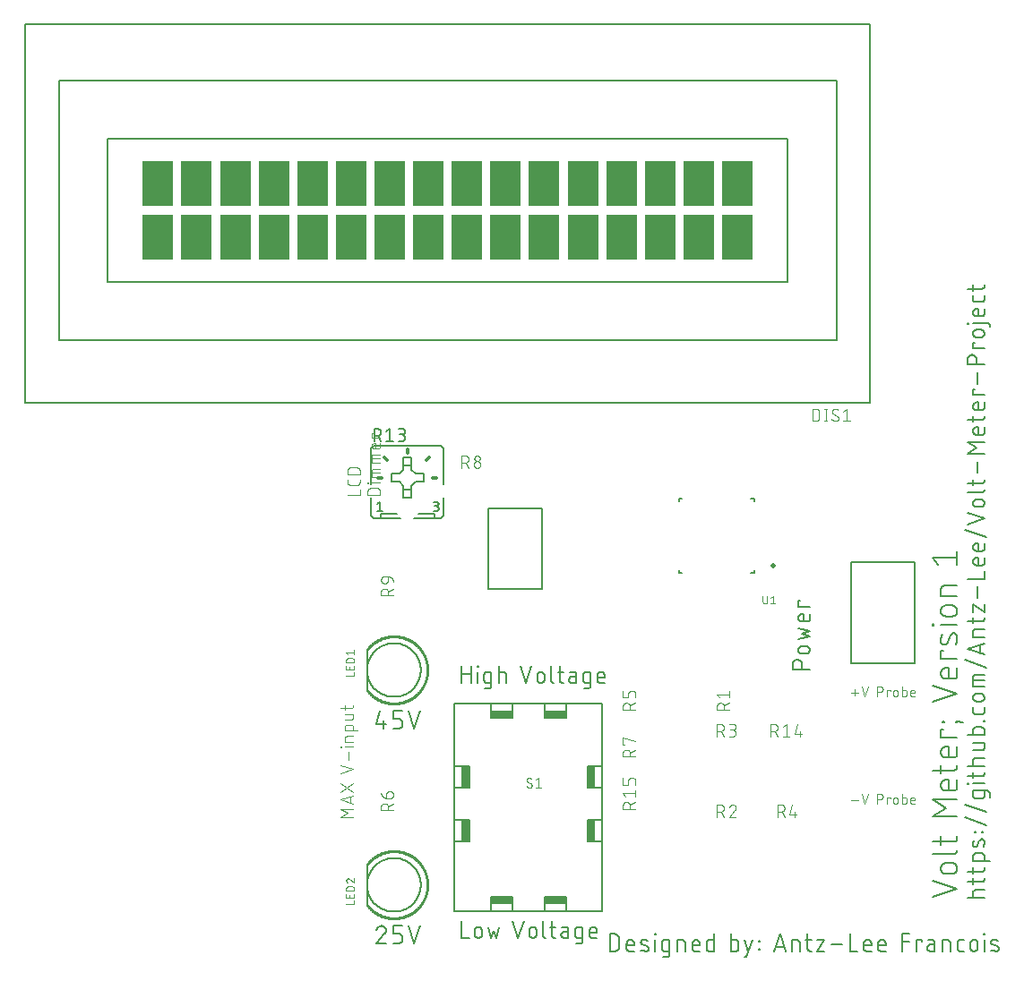
<source format=gbr>
G04 EAGLE Gerber RS-274X export*
G75*
%MOMM*%
%FSLAX34Y34*%
%LPD*%
%INSilkscreen Top*%
%IPPOS*%
%AMOC8*
5,1,8,0,0,1.08239X$1,22.5*%
G01*
%ADD10C,0.152400*%
%ADD11C,0.076200*%
%ADD12C,0.127000*%
%ADD13C,0.101600*%
%ADD14C,0.203200*%
%ADD15R,0.762000X2.032000*%
%ADD16R,2.032000X0.762000*%
%ADD17C,0.508000*%
%ADD18R,2.950000X4.350000*%
%ADD19C,0.254000*%
%ADD20C,0.304800*%


D10*
X432562Y89662D02*
X432562Y105918D01*
X437078Y105918D01*
X437209Y105916D01*
X437341Y105910D01*
X437472Y105901D01*
X437602Y105887D01*
X437733Y105870D01*
X437862Y105849D01*
X437991Y105825D01*
X438119Y105796D01*
X438247Y105764D01*
X438373Y105728D01*
X438498Y105689D01*
X438623Y105646D01*
X438745Y105599D01*
X438867Y105549D01*
X438987Y105495D01*
X439105Y105438D01*
X439221Y105377D01*
X439336Y105313D01*
X439449Y105246D01*
X439560Y105175D01*
X439668Y105101D01*
X439775Y105024D01*
X439879Y104944D01*
X439981Y104861D01*
X440080Y104776D01*
X440177Y104687D01*
X440271Y104595D01*
X440363Y104501D01*
X440452Y104404D01*
X440537Y104305D01*
X440620Y104203D01*
X440700Y104099D01*
X440777Y103992D01*
X440851Y103884D01*
X440922Y103773D01*
X440989Y103660D01*
X441053Y103545D01*
X441114Y103429D01*
X441171Y103311D01*
X441225Y103191D01*
X441275Y103069D01*
X441322Y102947D01*
X441365Y102822D01*
X441404Y102697D01*
X441440Y102571D01*
X441472Y102443D01*
X441501Y102315D01*
X441525Y102186D01*
X441546Y102057D01*
X441563Y101926D01*
X441577Y101796D01*
X441586Y101665D01*
X441592Y101533D01*
X441594Y101402D01*
X441593Y101402D02*
X441593Y94178D01*
X441594Y94178D02*
X441592Y94047D01*
X441586Y93915D01*
X441577Y93784D01*
X441563Y93654D01*
X441546Y93523D01*
X441525Y93394D01*
X441501Y93265D01*
X441472Y93137D01*
X441440Y93009D01*
X441404Y92883D01*
X441365Y92758D01*
X441322Y92633D01*
X441275Y92511D01*
X441225Y92389D01*
X441171Y92269D01*
X441114Y92151D01*
X441053Y92035D01*
X440989Y91920D01*
X440922Y91807D01*
X440851Y91696D01*
X440777Y91588D01*
X440700Y91481D01*
X440620Y91377D01*
X440537Y91275D01*
X440452Y91176D01*
X440363Y91079D01*
X440271Y90985D01*
X440177Y90893D01*
X440080Y90804D01*
X439981Y90719D01*
X439879Y90636D01*
X439775Y90556D01*
X439668Y90479D01*
X439560Y90405D01*
X439449Y90334D01*
X439336Y90267D01*
X439221Y90203D01*
X439105Y90142D01*
X438987Y90085D01*
X438867Y90031D01*
X438745Y89981D01*
X438623Y89934D01*
X438498Y89891D01*
X438373Y89852D01*
X438247Y89816D01*
X438119Y89784D01*
X437991Y89755D01*
X437862Y89731D01*
X437732Y89710D01*
X437602Y89693D01*
X437472Y89679D01*
X437341Y89670D01*
X437209Y89664D01*
X437078Y89662D01*
X432562Y89662D01*
X451285Y89662D02*
X455800Y89662D01*
X451285Y89662D02*
X451184Y89664D01*
X451083Y89670D01*
X450982Y89679D01*
X450881Y89692D01*
X450781Y89709D01*
X450682Y89730D01*
X450584Y89754D01*
X450487Y89782D01*
X450390Y89814D01*
X450295Y89849D01*
X450202Y89888D01*
X450110Y89930D01*
X450019Y89976D01*
X449931Y90025D01*
X449844Y90077D01*
X449759Y90133D01*
X449676Y90191D01*
X449596Y90253D01*
X449518Y90318D01*
X449442Y90385D01*
X449369Y90455D01*
X449299Y90528D01*
X449232Y90604D01*
X449167Y90682D01*
X449105Y90762D01*
X449047Y90845D01*
X448991Y90930D01*
X448939Y91017D01*
X448890Y91105D01*
X448844Y91196D01*
X448802Y91288D01*
X448763Y91381D01*
X448728Y91476D01*
X448696Y91573D01*
X448668Y91670D01*
X448644Y91768D01*
X448623Y91867D01*
X448606Y91967D01*
X448593Y92068D01*
X448584Y92169D01*
X448578Y92270D01*
X448576Y92371D01*
X448575Y92371D02*
X448575Y96887D01*
X448576Y96887D02*
X448578Y97006D01*
X448584Y97126D01*
X448594Y97245D01*
X448608Y97363D01*
X448625Y97482D01*
X448647Y97599D01*
X448672Y97716D01*
X448702Y97831D01*
X448735Y97946D01*
X448772Y98060D01*
X448812Y98172D01*
X448857Y98283D01*
X448905Y98392D01*
X448956Y98500D01*
X449011Y98606D01*
X449070Y98710D01*
X449132Y98812D01*
X449197Y98912D01*
X449266Y99010D01*
X449338Y99106D01*
X449413Y99199D01*
X449490Y99289D01*
X449571Y99377D01*
X449655Y99462D01*
X449742Y99544D01*
X449831Y99624D01*
X449923Y99700D01*
X450017Y99774D01*
X450114Y99844D01*
X450212Y99911D01*
X450313Y99975D01*
X450417Y100035D01*
X450522Y100092D01*
X450629Y100145D01*
X450737Y100195D01*
X450847Y100241D01*
X450959Y100283D01*
X451072Y100322D01*
X451186Y100357D01*
X451301Y100388D01*
X451418Y100416D01*
X451535Y100439D01*
X451652Y100459D01*
X451771Y100475D01*
X451890Y100487D01*
X452009Y100495D01*
X452128Y100499D01*
X452248Y100499D01*
X452367Y100495D01*
X452486Y100487D01*
X452605Y100475D01*
X452724Y100459D01*
X452841Y100439D01*
X452958Y100416D01*
X453075Y100388D01*
X453190Y100357D01*
X453304Y100322D01*
X453417Y100283D01*
X453529Y100241D01*
X453639Y100195D01*
X453747Y100145D01*
X453854Y100092D01*
X453959Y100035D01*
X454063Y99975D01*
X454164Y99911D01*
X454262Y99844D01*
X454359Y99774D01*
X454453Y99700D01*
X454545Y99624D01*
X454634Y99544D01*
X454721Y99462D01*
X454805Y99377D01*
X454886Y99289D01*
X454963Y99199D01*
X455038Y99106D01*
X455110Y99010D01*
X455179Y98912D01*
X455244Y98812D01*
X455306Y98710D01*
X455365Y98606D01*
X455420Y98500D01*
X455471Y98392D01*
X455519Y98283D01*
X455564Y98172D01*
X455604Y98060D01*
X455641Y97946D01*
X455674Y97831D01*
X455704Y97716D01*
X455729Y97599D01*
X455751Y97482D01*
X455768Y97363D01*
X455782Y97245D01*
X455792Y97126D01*
X455798Y97006D01*
X455800Y96887D01*
X455800Y95081D01*
X448575Y95081D01*
X463477Y95984D02*
X467993Y94178D01*
X463477Y95984D02*
X463389Y96021D01*
X463303Y96062D01*
X463218Y96106D01*
X463135Y96154D01*
X463055Y96205D01*
X462976Y96259D01*
X462900Y96317D01*
X462826Y96377D01*
X462754Y96441D01*
X462686Y96507D01*
X462620Y96577D01*
X462557Y96648D01*
X462496Y96723D01*
X462439Y96799D01*
X462386Y96878D01*
X462335Y96959D01*
X462288Y97042D01*
X462244Y97127D01*
X462204Y97214D01*
X462167Y97302D01*
X462134Y97392D01*
X462104Y97483D01*
X462079Y97575D01*
X462057Y97668D01*
X462039Y97762D01*
X462024Y97856D01*
X462014Y97951D01*
X462008Y98047D01*
X462005Y98142D01*
X462006Y98238D01*
X462012Y98333D01*
X462021Y98429D01*
X462034Y98523D01*
X462050Y98617D01*
X462071Y98711D01*
X462096Y98803D01*
X462124Y98894D01*
X462156Y98984D01*
X462191Y99073D01*
X462230Y99160D01*
X462273Y99246D01*
X462319Y99330D01*
X462369Y99411D01*
X462421Y99491D01*
X462477Y99569D01*
X462537Y99644D01*
X462599Y99716D01*
X462664Y99786D01*
X462732Y99854D01*
X462802Y99918D01*
X462875Y99980D01*
X462951Y100038D01*
X463029Y100094D01*
X463109Y100146D01*
X463191Y100195D01*
X463275Y100240D01*
X463361Y100282D01*
X463448Y100321D01*
X463537Y100356D01*
X463628Y100387D01*
X463719Y100414D01*
X463812Y100438D01*
X463905Y100458D01*
X463999Y100474D01*
X464094Y100486D01*
X464189Y100495D01*
X464285Y100499D01*
X464380Y100500D01*
X464627Y100493D01*
X464873Y100481D01*
X465119Y100463D01*
X465365Y100438D01*
X465609Y100408D01*
X465853Y100372D01*
X466096Y100331D01*
X466338Y100283D01*
X466579Y100229D01*
X466818Y100170D01*
X467056Y100105D01*
X467292Y100034D01*
X467527Y99958D01*
X467760Y99876D01*
X467990Y99788D01*
X468218Y99695D01*
X468445Y99597D01*
X467993Y94177D02*
X468081Y94140D01*
X468167Y94099D01*
X468252Y94055D01*
X468335Y94007D01*
X468415Y93956D01*
X468494Y93902D01*
X468570Y93844D01*
X468644Y93784D01*
X468716Y93720D01*
X468784Y93654D01*
X468850Y93584D01*
X468913Y93513D01*
X468974Y93438D01*
X469031Y93362D01*
X469084Y93283D01*
X469135Y93202D01*
X469182Y93119D01*
X469226Y93034D01*
X469266Y92947D01*
X469303Y92859D01*
X469336Y92769D01*
X469366Y92678D01*
X469391Y92586D01*
X469413Y92493D01*
X469431Y92399D01*
X469446Y92305D01*
X469456Y92210D01*
X469462Y92114D01*
X469465Y92019D01*
X469464Y91923D01*
X469458Y91828D01*
X469449Y91732D01*
X469436Y91638D01*
X469420Y91544D01*
X469399Y91450D01*
X469374Y91358D01*
X469346Y91267D01*
X469314Y91177D01*
X469279Y91088D01*
X469240Y91001D01*
X469197Y90915D01*
X469151Y90831D01*
X469101Y90750D01*
X469049Y90670D01*
X468993Y90592D01*
X468933Y90517D01*
X468871Y90445D01*
X468806Y90375D01*
X468738Y90307D01*
X468668Y90243D01*
X468595Y90181D01*
X468519Y90123D01*
X468441Y90067D01*
X468361Y90015D01*
X468279Y89966D01*
X468195Y89921D01*
X468109Y89879D01*
X468022Y89840D01*
X467933Y89805D01*
X467842Y89774D01*
X467751Y89747D01*
X467658Y89723D01*
X467565Y89703D01*
X467471Y89687D01*
X467376Y89675D01*
X467281Y89666D01*
X467185Y89662D01*
X467090Y89661D01*
X467089Y89662D02*
X466727Y89671D01*
X466365Y89689D01*
X466004Y89716D01*
X465644Y89751D01*
X465284Y89794D01*
X464925Y89846D01*
X464568Y89907D01*
X464213Y89976D01*
X463859Y90053D01*
X463507Y90139D01*
X463157Y90233D01*
X462809Y90336D01*
X462464Y90446D01*
X462122Y90565D01*
X475635Y89662D02*
X475635Y100499D01*
X475183Y105015D02*
X475183Y105918D01*
X476086Y105918D01*
X476086Y105015D01*
X475183Y105015D01*
X484558Y89662D02*
X489074Y89662D01*
X484558Y89662D02*
X484457Y89664D01*
X484356Y89670D01*
X484255Y89679D01*
X484154Y89692D01*
X484054Y89709D01*
X483955Y89730D01*
X483857Y89754D01*
X483760Y89782D01*
X483663Y89814D01*
X483568Y89849D01*
X483475Y89888D01*
X483383Y89930D01*
X483292Y89976D01*
X483204Y90025D01*
X483117Y90077D01*
X483032Y90133D01*
X482949Y90191D01*
X482869Y90253D01*
X482791Y90318D01*
X482715Y90385D01*
X482642Y90455D01*
X482572Y90528D01*
X482505Y90604D01*
X482440Y90682D01*
X482378Y90762D01*
X482320Y90845D01*
X482264Y90930D01*
X482212Y91017D01*
X482163Y91105D01*
X482117Y91196D01*
X482075Y91288D01*
X482036Y91381D01*
X482001Y91476D01*
X481969Y91573D01*
X481941Y91670D01*
X481917Y91768D01*
X481896Y91867D01*
X481879Y91967D01*
X481866Y92068D01*
X481857Y92169D01*
X481851Y92270D01*
X481849Y92371D01*
X481849Y97790D01*
X481851Y97891D01*
X481857Y97992D01*
X481866Y98093D01*
X481879Y98194D01*
X481896Y98294D01*
X481917Y98393D01*
X481941Y98491D01*
X481969Y98588D01*
X482001Y98685D01*
X482036Y98780D01*
X482075Y98873D01*
X482117Y98965D01*
X482163Y99056D01*
X482212Y99145D01*
X482264Y99231D01*
X482320Y99316D01*
X482378Y99399D01*
X482440Y99479D01*
X482505Y99557D01*
X482572Y99633D01*
X482642Y99706D01*
X482715Y99776D01*
X482791Y99843D01*
X482869Y99908D01*
X482949Y99970D01*
X483032Y100028D01*
X483117Y100084D01*
X483204Y100136D01*
X483292Y100185D01*
X483383Y100231D01*
X483475Y100273D01*
X483568Y100312D01*
X483663Y100347D01*
X483760Y100379D01*
X483857Y100407D01*
X483955Y100431D01*
X484054Y100452D01*
X484154Y100469D01*
X484255Y100482D01*
X484356Y100491D01*
X484457Y100497D01*
X484558Y100499D01*
X489074Y100499D01*
X489074Y86953D01*
X489073Y86953D02*
X489071Y86849D01*
X489065Y86746D01*
X489055Y86642D01*
X489041Y86539D01*
X489023Y86437D01*
X489002Y86336D01*
X488976Y86235D01*
X488947Y86136D01*
X488914Y86037D01*
X488877Y85940D01*
X488836Y85845D01*
X488792Y85751D01*
X488744Y85659D01*
X488693Y85569D01*
X488638Y85480D01*
X488580Y85394D01*
X488518Y85311D01*
X488454Y85229D01*
X488386Y85151D01*
X488316Y85075D01*
X488243Y85001D01*
X488166Y84931D01*
X488088Y84863D01*
X488006Y84799D01*
X487923Y84737D01*
X487837Y84679D01*
X487748Y84624D01*
X487658Y84573D01*
X487566Y84525D01*
X487472Y84481D01*
X487377Y84440D01*
X487280Y84403D01*
X487181Y84370D01*
X487082Y84341D01*
X486981Y84315D01*
X486880Y84294D01*
X486778Y84276D01*
X486675Y84262D01*
X486571Y84252D01*
X486468Y84246D01*
X486364Y84244D01*
X486364Y84243D02*
X482752Y84243D01*
X496511Y89662D02*
X496511Y100499D01*
X501027Y100499D01*
X501131Y100497D01*
X501234Y100491D01*
X501338Y100481D01*
X501441Y100467D01*
X501543Y100449D01*
X501644Y100428D01*
X501745Y100402D01*
X501844Y100373D01*
X501943Y100340D01*
X502040Y100303D01*
X502135Y100262D01*
X502229Y100218D01*
X502321Y100170D01*
X502411Y100119D01*
X502500Y100064D01*
X502586Y100006D01*
X502669Y99944D01*
X502751Y99880D01*
X502829Y99812D01*
X502905Y99742D01*
X502979Y99669D01*
X503049Y99592D01*
X503117Y99514D01*
X503181Y99432D01*
X503243Y99349D01*
X503301Y99263D01*
X503356Y99174D01*
X503407Y99084D01*
X503455Y98992D01*
X503499Y98898D01*
X503540Y98803D01*
X503577Y98706D01*
X503610Y98607D01*
X503639Y98508D01*
X503665Y98407D01*
X503686Y98306D01*
X503704Y98204D01*
X503718Y98101D01*
X503728Y97997D01*
X503734Y97894D01*
X503736Y97790D01*
X503736Y89662D01*
X513288Y89662D02*
X517804Y89662D01*
X513288Y89662D02*
X513187Y89664D01*
X513086Y89670D01*
X512985Y89679D01*
X512884Y89692D01*
X512784Y89709D01*
X512685Y89730D01*
X512587Y89754D01*
X512490Y89782D01*
X512393Y89814D01*
X512298Y89849D01*
X512205Y89888D01*
X512113Y89930D01*
X512022Y89976D01*
X511934Y90025D01*
X511847Y90077D01*
X511762Y90133D01*
X511679Y90191D01*
X511599Y90253D01*
X511521Y90318D01*
X511445Y90385D01*
X511372Y90455D01*
X511302Y90528D01*
X511235Y90604D01*
X511170Y90682D01*
X511108Y90762D01*
X511050Y90845D01*
X510994Y90930D01*
X510942Y91017D01*
X510893Y91105D01*
X510847Y91196D01*
X510805Y91288D01*
X510766Y91381D01*
X510731Y91476D01*
X510699Y91573D01*
X510671Y91670D01*
X510647Y91768D01*
X510626Y91867D01*
X510609Y91967D01*
X510596Y92068D01*
X510587Y92169D01*
X510581Y92270D01*
X510579Y92371D01*
X510579Y96887D01*
X510580Y96887D02*
X510582Y97006D01*
X510588Y97126D01*
X510598Y97245D01*
X510612Y97363D01*
X510629Y97482D01*
X510651Y97599D01*
X510676Y97716D01*
X510706Y97831D01*
X510739Y97946D01*
X510776Y98060D01*
X510816Y98172D01*
X510861Y98283D01*
X510909Y98392D01*
X510960Y98500D01*
X511015Y98606D01*
X511074Y98710D01*
X511136Y98812D01*
X511201Y98912D01*
X511270Y99010D01*
X511342Y99106D01*
X511417Y99199D01*
X511494Y99289D01*
X511575Y99377D01*
X511659Y99462D01*
X511746Y99544D01*
X511835Y99624D01*
X511927Y99700D01*
X512021Y99774D01*
X512118Y99844D01*
X512216Y99911D01*
X512317Y99975D01*
X512421Y100035D01*
X512526Y100092D01*
X512633Y100145D01*
X512741Y100195D01*
X512851Y100241D01*
X512963Y100283D01*
X513076Y100322D01*
X513190Y100357D01*
X513305Y100388D01*
X513422Y100416D01*
X513539Y100439D01*
X513656Y100459D01*
X513775Y100475D01*
X513894Y100487D01*
X514013Y100495D01*
X514132Y100499D01*
X514252Y100499D01*
X514371Y100495D01*
X514490Y100487D01*
X514609Y100475D01*
X514728Y100459D01*
X514845Y100439D01*
X514962Y100416D01*
X515079Y100388D01*
X515194Y100357D01*
X515308Y100322D01*
X515421Y100283D01*
X515533Y100241D01*
X515643Y100195D01*
X515751Y100145D01*
X515858Y100092D01*
X515963Y100035D01*
X516067Y99975D01*
X516168Y99911D01*
X516266Y99844D01*
X516363Y99774D01*
X516457Y99700D01*
X516549Y99624D01*
X516638Y99544D01*
X516725Y99462D01*
X516809Y99377D01*
X516890Y99289D01*
X516967Y99199D01*
X517042Y99106D01*
X517114Y99010D01*
X517183Y98912D01*
X517248Y98812D01*
X517310Y98710D01*
X517369Y98606D01*
X517424Y98500D01*
X517475Y98392D01*
X517523Y98283D01*
X517568Y98172D01*
X517608Y98060D01*
X517645Y97946D01*
X517678Y97831D01*
X517708Y97716D01*
X517733Y97599D01*
X517755Y97482D01*
X517772Y97363D01*
X517786Y97245D01*
X517796Y97126D01*
X517802Y97006D01*
X517804Y96887D01*
X517804Y95081D01*
X510579Y95081D01*
X531278Y89662D02*
X531278Y105918D01*
X531278Y89662D02*
X526762Y89662D01*
X526661Y89664D01*
X526560Y89670D01*
X526459Y89679D01*
X526358Y89692D01*
X526258Y89709D01*
X526159Y89730D01*
X526061Y89754D01*
X525964Y89782D01*
X525867Y89814D01*
X525772Y89849D01*
X525679Y89888D01*
X525587Y89930D01*
X525496Y89976D01*
X525408Y90025D01*
X525321Y90077D01*
X525236Y90133D01*
X525153Y90191D01*
X525073Y90253D01*
X524995Y90318D01*
X524919Y90385D01*
X524846Y90455D01*
X524776Y90528D01*
X524709Y90604D01*
X524644Y90682D01*
X524582Y90762D01*
X524524Y90845D01*
X524468Y90930D01*
X524416Y91017D01*
X524367Y91105D01*
X524321Y91196D01*
X524279Y91288D01*
X524240Y91381D01*
X524205Y91476D01*
X524173Y91573D01*
X524145Y91670D01*
X524121Y91768D01*
X524100Y91867D01*
X524083Y91967D01*
X524070Y92068D01*
X524061Y92169D01*
X524055Y92270D01*
X524053Y92371D01*
X524053Y97790D01*
X524055Y97891D01*
X524061Y97992D01*
X524070Y98093D01*
X524083Y98194D01*
X524100Y98294D01*
X524121Y98393D01*
X524145Y98491D01*
X524173Y98588D01*
X524205Y98685D01*
X524240Y98780D01*
X524279Y98873D01*
X524321Y98965D01*
X524367Y99056D01*
X524416Y99145D01*
X524468Y99231D01*
X524524Y99316D01*
X524582Y99399D01*
X524644Y99479D01*
X524709Y99557D01*
X524776Y99633D01*
X524846Y99706D01*
X524919Y99776D01*
X524995Y99843D01*
X525073Y99908D01*
X525153Y99970D01*
X525236Y100028D01*
X525321Y100084D01*
X525408Y100136D01*
X525496Y100185D01*
X525587Y100231D01*
X525679Y100273D01*
X525772Y100312D01*
X525867Y100347D01*
X525964Y100379D01*
X526061Y100407D01*
X526159Y100431D01*
X526258Y100452D01*
X526358Y100469D01*
X526459Y100482D01*
X526560Y100491D01*
X526661Y100497D01*
X526762Y100499D01*
X531278Y100499D01*
X547125Y105918D02*
X547125Y89662D01*
X551641Y89662D01*
X551745Y89664D01*
X551848Y89670D01*
X551952Y89680D01*
X552055Y89694D01*
X552157Y89712D01*
X552258Y89733D01*
X552359Y89759D01*
X552458Y89788D01*
X552557Y89821D01*
X552654Y89858D01*
X552749Y89899D01*
X552843Y89943D01*
X552935Y89991D01*
X553025Y90042D01*
X553114Y90097D01*
X553200Y90155D01*
X553283Y90217D01*
X553365Y90281D01*
X553443Y90349D01*
X553519Y90419D01*
X553593Y90492D01*
X553663Y90569D01*
X553731Y90647D01*
X553795Y90729D01*
X553857Y90812D01*
X553915Y90898D01*
X553970Y90987D01*
X554021Y91077D01*
X554069Y91169D01*
X554113Y91263D01*
X554154Y91358D01*
X554191Y91455D01*
X554224Y91554D01*
X554253Y91653D01*
X554279Y91754D01*
X554300Y91855D01*
X554318Y91957D01*
X554332Y92060D01*
X554342Y92164D01*
X554348Y92267D01*
X554350Y92371D01*
X554350Y97790D01*
X554348Y97891D01*
X554342Y97992D01*
X554333Y98093D01*
X554320Y98194D01*
X554303Y98294D01*
X554282Y98393D01*
X554258Y98491D01*
X554230Y98588D01*
X554198Y98685D01*
X554163Y98780D01*
X554124Y98873D01*
X554082Y98965D01*
X554036Y99056D01*
X553987Y99145D01*
X553935Y99231D01*
X553879Y99316D01*
X553821Y99399D01*
X553759Y99479D01*
X553694Y99557D01*
X553627Y99633D01*
X553557Y99706D01*
X553484Y99776D01*
X553408Y99843D01*
X553330Y99908D01*
X553250Y99970D01*
X553167Y100028D01*
X553082Y100084D01*
X552996Y100136D01*
X552907Y100185D01*
X552816Y100231D01*
X552724Y100273D01*
X552631Y100312D01*
X552536Y100347D01*
X552439Y100379D01*
X552342Y100407D01*
X552244Y100431D01*
X552145Y100452D01*
X552045Y100469D01*
X551944Y100482D01*
X551843Y100491D01*
X551742Y100497D01*
X551641Y100499D01*
X547125Y100499D01*
X560078Y84243D02*
X561884Y84243D01*
X567303Y100499D01*
X560078Y100499D02*
X563690Y89662D01*
X573139Y91017D02*
X573139Y91920D01*
X574042Y91920D01*
X574042Y91017D01*
X573139Y91017D01*
X573139Y98242D02*
X573139Y99145D01*
X574042Y99145D01*
X574042Y98242D01*
X573139Y98242D01*
X587971Y89662D02*
X593390Y105918D01*
X598808Y89662D01*
X597454Y93726D02*
X589326Y93726D01*
X604887Y89662D02*
X604887Y100499D01*
X609403Y100499D01*
X609507Y100497D01*
X609610Y100491D01*
X609714Y100481D01*
X609817Y100467D01*
X609919Y100449D01*
X610020Y100428D01*
X610121Y100402D01*
X610220Y100373D01*
X610319Y100340D01*
X610416Y100303D01*
X610511Y100262D01*
X610605Y100218D01*
X610697Y100170D01*
X610787Y100119D01*
X610876Y100064D01*
X610962Y100006D01*
X611045Y99944D01*
X611127Y99880D01*
X611205Y99812D01*
X611281Y99742D01*
X611355Y99669D01*
X611425Y99592D01*
X611493Y99514D01*
X611557Y99432D01*
X611619Y99349D01*
X611677Y99263D01*
X611732Y99174D01*
X611783Y99084D01*
X611831Y98992D01*
X611875Y98898D01*
X611916Y98803D01*
X611953Y98706D01*
X611986Y98607D01*
X612015Y98508D01*
X612041Y98407D01*
X612062Y98306D01*
X612080Y98204D01*
X612094Y98101D01*
X612104Y97997D01*
X612110Y97894D01*
X612112Y97790D01*
X612112Y89662D01*
X617658Y100499D02*
X623077Y100499D01*
X619464Y105918D02*
X619464Y92371D01*
X619465Y92371D02*
X619467Y92270D01*
X619473Y92169D01*
X619482Y92068D01*
X619495Y91967D01*
X619512Y91867D01*
X619533Y91768D01*
X619557Y91670D01*
X619585Y91573D01*
X619617Y91476D01*
X619652Y91381D01*
X619691Y91288D01*
X619733Y91196D01*
X619779Y91105D01*
X619828Y91017D01*
X619880Y90930D01*
X619936Y90845D01*
X619994Y90762D01*
X620056Y90682D01*
X620121Y90604D01*
X620188Y90528D01*
X620258Y90455D01*
X620331Y90385D01*
X620407Y90318D01*
X620485Y90253D01*
X620565Y90191D01*
X620648Y90133D01*
X620733Y90077D01*
X620820Y90025D01*
X620908Y89976D01*
X620999Y89930D01*
X621091Y89888D01*
X621184Y89849D01*
X621279Y89814D01*
X621376Y89782D01*
X621473Y89754D01*
X621571Y89730D01*
X621670Y89709D01*
X621770Y89692D01*
X621871Y89679D01*
X621972Y89670D01*
X622073Y89664D01*
X622174Y89662D01*
X623077Y89662D01*
X628334Y100499D02*
X635559Y100499D01*
X628334Y89662D01*
X635559Y89662D01*
X641638Y95984D02*
X652475Y95984D01*
X659765Y89662D02*
X659765Y105918D01*
X659765Y89662D02*
X666990Y89662D01*
X675332Y89662D02*
X679847Y89662D01*
X675332Y89662D02*
X675231Y89664D01*
X675130Y89670D01*
X675029Y89679D01*
X674928Y89692D01*
X674828Y89709D01*
X674729Y89730D01*
X674631Y89754D01*
X674534Y89782D01*
X674437Y89814D01*
X674342Y89849D01*
X674249Y89888D01*
X674157Y89930D01*
X674066Y89976D01*
X673978Y90025D01*
X673891Y90077D01*
X673806Y90133D01*
X673723Y90191D01*
X673643Y90253D01*
X673565Y90318D01*
X673489Y90385D01*
X673416Y90455D01*
X673346Y90528D01*
X673279Y90604D01*
X673214Y90682D01*
X673152Y90762D01*
X673094Y90845D01*
X673038Y90930D01*
X672986Y91017D01*
X672937Y91105D01*
X672891Y91196D01*
X672849Y91288D01*
X672810Y91381D01*
X672775Y91476D01*
X672743Y91573D01*
X672715Y91670D01*
X672691Y91768D01*
X672670Y91867D01*
X672653Y91967D01*
X672640Y92068D01*
X672631Y92169D01*
X672625Y92270D01*
X672623Y92371D01*
X672623Y96887D01*
X672625Y97006D01*
X672631Y97126D01*
X672641Y97245D01*
X672655Y97363D01*
X672672Y97482D01*
X672694Y97599D01*
X672719Y97716D01*
X672749Y97831D01*
X672782Y97946D01*
X672819Y98060D01*
X672859Y98172D01*
X672904Y98283D01*
X672952Y98392D01*
X673003Y98500D01*
X673058Y98606D01*
X673117Y98710D01*
X673179Y98812D01*
X673244Y98912D01*
X673313Y99010D01*
X673385Y99106D01*
X673460Y99199D01*
X673537Y99289D01*
X673618Y99377D01*
X673702Y99462D01*
X673789Y99544D01*
X673878Y99624D01*
X673970Y99700D01*
X674064Y99774D01*
X674161Y99844D01*
X674259Y99911D01*
X674360Y99975D01*
X674464Y100035D01*
X674569Y100092D01*
X674676Y100145D01*
X674784Y100195D01*
X674894Y100241D01*
X675006Y100283D01*
X675119Y100322D01*
X675233Y100357D01*
X675348Y100388D01*
X675465Y100416D01*
X675582Y100439D01*
X675699Y100459D01*
X675818Y100475D01*
X675937Y100487D01*
X676056Y100495D01*
X676175Y100499D01*
X676295Y100499D01*
X676414Y100495D01*
X676533Y100487D01*
X676652Y100475D01*
X676771Y100459D01*
X676888Y100439D01*
X677005Y100416D01*
X677122Y100388D01*
X677237Y100357D01*
X677351Y100322D01*
X677464Y100283D01*
X677576Y100241D01*
X677686Y100195D01*
X677794Y100145D01*
X677901Y100092D01*
X678006Y100035D01*
X678110Y99975D01*
X678211Y99911D01*
X678309Y99844D01*
X678406Y99774D01*
X678500Y99700D01*
X678592Y99624D01*
X678681Y99544D01*
X678768Y99462D01*
X678852Y99377D01*
X678933Y99289D01*
X679010Y99199D01*
X679085Y99106D01*
X679157Y99010D01*
X679226Y98912D01*
X679291Y98812D01*
X679353Y98710D01*
X679412Y98606D01*
X679467Y98500D01*
X679518Y98392D01*
X679566Y98283D01*
X679611Y98172D01*
X679651Y98060D01*
X679688Y97946D01*
X679721Y97831D01*
X679751Y97716D01*
X679776Y97599D01*
X679798Y97482D01*
X679815Y97363D01*
X679829Y97245D01*
X679839Y97126D01*
X679845Y97006D01*
X679847Y96887D01*
X679847Y95081D01*
X672623Y95081D01*
X688879Y89662D02*
X693395Y89662D01*
X688879Y89662D02*
X688778Y89664D01*
X688677Y89670D01*
X688576Y89679D01*
X688475Y89692D01*
X688375Y89709D01*
X688276Y89730D01*
X688178Y89754D01*
X688081Y89782D01*
X687984Y89814D01*
X687889Y89849D01*
X687796Y89888D01*
X687704Y89930D01*
X687613Y89976D01*
X687525Y90025D01*
X687438Y90077D01*
X687353Y90133D01*
X687270Y90191D01*
X687190Y90253D01*
X687112Y90318D01*
X687036Y90385D01*
X686963Y90455D01*
X686893Y90528D01*
X686826Y90604D01*
X686761Y90682D01*
X686699Y90762D01*
X686641Y90845D01*
X686585Y90930D01*
X686533Y91017D01*
X686484Y91105D01*
X686438Y91196D01*
X686396Y91288D01*
X686357Y91381D01*
X686322Y91476D01*
X686290Y91573D01*
X686262Y91670D01*
X686238Y91768D01*
X686217Y91867D01*
X686200Y91967D01*
X686187Y92068D01*
X686178Y92169D01*
X686172Y92270D01*
X686170Y92371D01*
X686170Y96887D01*
X686172Y97006D01*
X686178Y97126D01*
X686188Y97245D01*
X686202Y97363D01*
X686219Y97482D01*
X686241Y97599D01*
X686266Y97716D01*
X686296Y97831D01*
X686329Y97946D01*
X686366Y98060D01*
X686406Y98172D01*
X686451Y98283D01*
X686499Y98392D01*
X686550Y98500D01*
X686605Y98606D01*
X686664Y98710D01*
X686726Y98812D01*
X686791Y98912D01*
X686860Y99010D01*
X686932Y99106D01*
X687007Y99199D01*
X687084Y99289D01*
X687165Y99377D01*
X687249Y99462D01*
X687336Y99544D01*
X687425Y99624D01*
X687517Y99700D01*
X687611Y99774D01*
X687708Y99844D01*
X687806Y99911D01*
X687907Y99975D01*
X688011Y100035D01*
X688116Y100092D01*
X688223Y100145D01*
X688331Y100195D01*
X688441Y100241D01*
X688553Y100283D01*
X688666Y100322D01*
X688780Y100357D01*
X688895Y100388D01*
X689012Y100416D01*
X689129Y100439D01*
X689246Y100459D01*
X689365Y100475D01*
X689484Y100487D01*
X689603Y100495D01*
X689722Y100499D01*
X689842Y100499D01*
X689961Y100495D01*
X690080Y100487D01*
X690199Y100475D01*
X690318Y100459D01*
X690435Y100439D01*
X690552Y100416D01*
X690669Y100388D01*
X690784Y100357D01*
X690898Y100322D01*
X691011Y100283D01*
X691123Y100241D01*
X691233Y100195D01*
X691341Y100145D01*
X691448Y100092D01*
X691553Y100035D01*
X691657Y99975D01*
X691758Y99911D01*
X691856Y99844D01*
X691953Y99774D01*
X692047Y99700D01*
X692139Y99624D01*
X692228Y99544D01*
X692315Y99462D01*
X692399Y99377D01*
X692480Y99289D01*
X692557Y99199D01*
X692632Y99106D01*
X692704Y99010D01*
X692773Y98912D01*
X692838Y98812D01*
X692900Y98710D01*
X692959Y98606D01*
X693014Y98500D01*
X693065Y98392D01*
X693113Y98283D01*
X693158Y98172D01*
X693198Y98060D01*
X693235Y97946D01*
X693268Y97831D01*
X693298Y97716D01*
X693323Y97599D01*
X693345Y97482D01*
X693362Y97363D01*
X693376Y97245D01*
X693386Y97126D01*
X693392Y97006D01*
X693394Y96887D01*
X693395Y96887D02*
X693395Y95081D01*
X686170Y95081D01*
X708743Y89662D02*
X708743Y105918D01*
X715968Y105918D01*
X715968Y98693D02*
X708743Y98693D01*
X722206Y100499D02*
X722206Y89662D01*
X722206Y100499D02*
X727625Y100499D01*
X727625Y98693D01*
X735630Y95984D02*
X739694Y95984D01*
X735630Y95984D02*
X735518Y95982D01*
X735407Y95976D01*
X735296Y95966D01*
X735185Y95953D01*
X735075Y95935D01*
X734966Y95913D01*
X734857Y95888D01*
X734749Y95859D01*
X734643Y95826D01*
X734537Y95789D01*
X734433Y95749D01*
X734331Y95705D01*
X734230Y95657D01*
X734131Y95606D01*
X734033Y95551D01*
X733938Y95493D01*
X733845Y95432D01*
X733754Y95367D01*
X733665Y95299D01*
X733579Y95228D01*
X733496Y95155D01*
X733415Y95078D01*
X733336Y94998D01*
X733261Y94916D01*
X733189Y94831D01*
X733119Y94744D01*
X733053Y94654D01*
X732990Y94562D01*
X732930Y94467D01*
X732874Y94371D01*
X732821Y94273D01*
X732772Y94173D01*
X732726Y94071D01*
X732684Y93968D01*
X732645Y93863D01*
X732610Y93757D01*
X732579Y93650D01*
X732552Y93542D01*
X732528Y93433D01*
X732509Y93323D01*
X732493Y93213D01*
X732481Y93102D01*
X732473Y92990D01*
X732469Y92879D01*
X732469Y92767D01*
X732473Y92656D01*
X732481Y92544D01*
X732493Y92433D01*
X732509Y92323D01*
X732528Y92213D01*
X732552Y92104D01*
X732579Y91996D01*
X732610Y91889D01*
X732645Y91783D01*
X732684Y91678D01*
X732726Y91575D01*
X732772Y91473D01*
X732821Y91373D01*
X732874Y91275D01*
X732930Y91179D01*
X732990Y91084D01*
X733053Y90992D01*
X733119Y90902D01*
X733189Y90815D01*
X733261Y90730D01*
X733336Y90648D01*
X733415Y90568D01*
X733496Y90491D01*
X733579Y90418D01*
X733665Y90347D01*
X733754Y90279D01*
X733845Y90214D01*
X733938Y90153D01*
X734033Y90095D01*
X734131Y90040D01*
X734230Y89989D01*
X734331Y89941D01*
X734433Y89897D01*
X734537Y89857D01*
X734643Y89820D01*
X734749Y89787D01*
X734857Y89758D01*
X734966Y89733D01*
X735075Y89711D01*
X735185Y89693D01*
X735296Y89680D01*
X735407Y89670D01*
X735518Y89664D01*
X735630Y89662D01*
X739694Y89662D01*
X739694Y97790D01*
X739692Y97891D01*
X739686Y97992D01*
X739677Y98093D01*
X739664Y98194D01*
X739647Y98294D01*
X739626Y98393D01*
X739602Y98491D01*
X739574Y98588D01*
X739542Y98685D01*
X739507Y98780D01*
X739468Y98873D01*
X739426Y98965D01*
X739380Y99056D01*
X739331Y99145D01*
X739279Y99231D01*
X739223Y99316D01*
X739165Y99399D01*
X739103Y99479D01*
X739038Y99557D01*
X738971Y99633D01*
X738901Y99706D01*
X738828Y99776D01*
X738752Y99843D01*
X738674Y99908D01*
X738594Y99970D01*
X738511Y100028D01*
X738426Y100084D01*
X738340Y100136D01*
X738251Y100185D01*
X738160Y100231D01*
X738068Y100273D01*
X737975Y100312D01*
X737880Y100347D01*
X737783Y100379D01*
X737686Y100407D01*
X737588Y100431D01*
X737489Y100452D01*
X737389Y100469D01*
X737288Y100482D01*
X737187Y100491D01*
X737086Y100497D01*
X736985Y100499D01*
X733372Y100499D01*
X747131Y100499D02*
X747131Y89662D01*
X747131Y100499D02*
X751647Y100499D01*
X751751Y100497D01*
X751854Y100491D01*
X751958Y100481D01*
X752061Y100467D01*
X752163Y100449D01*
X752264Y100428D01*
X752365Y100402D01*
X752464Y100373D01*
X752563Y100340D01*
X752660Y100303D01*
X752755Y100262D01*
X752849Y100218D01*
X752941Y100170D01*
X753031Y100119D01*
X753120Y100064D01*
X753206Y100006D01*
X753289Y99944D01*
X753371Y99880D01*
X753449Y99812D01*
X753525Y99742D01*
X753599Y99669D01*
X753669Y99592D01*
X753737Y99514D01*
X753801Y99432D01*
X753863Y99349D01*
X753921Y99263D01*
X753976Y99174D01*
X754027Y99084D01*
X754075Y98992D01*
X754119Y98898D01*
X754160Y98803D01*
X754197Y98706D01*
X754230Y98607D01*
X754259Y98508D01*
X754285Y98407D01*
X754306Y98306D01*
X754324Y98204D01*
X754338Y98101D01*
X754348Y97997D01*
X754354Y97894D01*
X754356Y97790D01*
X754356Y89662D01*
X763926Y89662D02*
X767539Y89662D01*
X763926Y89662D02*
X763825Y89664D01*
X763724Y89670D01*
X763623Y89679D01*
X763522Y89692D01*
X763422Y89709D01*
X763323Y89730D01*
X763225Y89754D01*
X763128Y89782D01*
X763031Y89814D01*
X762936Y89849D01*
X762843Y89888D01*
X762751Y89930D01*
X762660Y89976D01*
X762572Y90025D01*
X762485Y90077D01*
X762400Y90133D01*
X762317Y90191D01*
X762237Y90253D01*
X762159Y90318D01*
X762083Y90385D01*
X762010Y90455D01*
X761940Y90528D01*
X761873Y90604D01*
X761808Y90682D01*
X761746Y90762D01*
X761688Y90845D01*
X761632Y90930D01*
X761580Y91017D01*
X761531Y91105D01*
X761485Y91196D01*
X761443Y91288D01*
X761404Y91381D01*
X761369Y91476D01*
X761337Y91573D01*
X761309Y91670D01*
X761285Y91768D01*
X761264Y91867D01*
X761247Y91967D01*
X761234Y92068D01*
X761225Y92169D01*
X761219Y92270D01*
X761217Y92371D01*
X761217Y97790D01*
X761219Y97891D01*
X761225Y97992D01*
X761234Y98093D01*
X761247Y98194D01*
X761264Y98294D01*
X761285Y98393D01*
X761309Y98491D01*
X761337Y98588D01*
X761369Y98685D01*
X761404Y98780D01*
X761443Y98873D01*
X761485Y98965D01*
X761531Y99056D01*
X761580Y99145D01*
X761632Y99231D01*
X761688Y99316D01*
X761746Y99399D01*
X761808Y99479D01*
X761873Y99557D01*
X761940Y99633D01*
X762010Y99706D01*
X762083Y99776D01*
X762159Y99843D01*
X762237Y99908D01*
X762317Y99970D01*
X762400Y100028D01*
X762485Y100084D01*
X762572Y100136D01*
X762660Y100185D01*
X762751Y100231D01*
X762843Y100273D01*
X762936Y100312D01*
X763031Y100347D01*
X763128Y100379D01*
X763225Y100407D01*
X763323Y100431D01*
X763422Y100452D01*
X763522Y100469D01*
X763623Y100482D01*
X763724Y100491D01*
X763825Y100497D01*
X763926Y100499D01*
X767539Y100499D01*
X773183Y96887D02*
X773183Y93274D01*
X773184Y96887D02*
X773186Y97006D01*
X773192Y97126D01*
X773202Y97245D01*
X773216Y97363D01*
X773233Y97482D01*
X773255Y97599D01*
X773280Y97716D01*
X773310Y97831D01*
X773343Y97946D01*
X773380Y98060D01*
X773420Y98172D01*
X773465Y98283D01*
X773513Y98392D01*
X773564Y98500D01*
X773619Y98606D01*
X773678Y98710D01*
X773740Y98812D01*
X773805Y98912D01*
X773874Y99010D01*
X773946Y99106D01*
X774021Y99199D01*
X774098Y99289D01*
X774179Y99377D01*
X774263Y99462D01*
X774350Y99544D01*
X774439Y99624D01*
X774531Y99700D01*
X774625Y99774D01*
X774722Y99844D01*
X774820Y99911D01*
X774921Y99975D01*
X775025Y100035D01*
X775130Y100092D01*
X775237Y100145D01*
X775345Y100195D01*
X775455Y100241D01*
X775567Y100283D01*
X775680Y100322D01*
X775794Y100357D01*
X775909Y100388D01*
X776026Y100416D01*
X776143Y100439D01*
X776260Y100459D01*
X776379Y100475D01*
X776498Y100487D01*
X776617Y100495D01*
X776736Y100499D01*
X776856Y100499D01*
X776975Y100495D01*
X777094Y100487D01*
X777213Y100475D01*
X777332Y100459D01*
X777449Y100439D01*
X777566Y100416D01*
X777683Y100388D01*
X777798Y100357D01*
X777912Y100322D01*
X778025Y100283D01*
X778137Y100241D01*
X778247Y100195D01*
X778355Y100145D01*
X778462Y100092D01*
X778567Y100035D01*
X778671Y99975D01*
X778772Y99911D01*
X778870Y99844D01*
X778967Y99774D01*
X779061Y99700D01*
X779153Y99624D01*
X779242Y99544D01*
X779329Y99462D01*
X779413Y99377D01*
X779494Y99289D01*
X779571Y99199D01*
X779646Y99106D01*
X779718Y99010D01*
X779787Y98912D01*
X779852Y98812D01*
X779914Y98710D01*
X779973Y98606D01*
X780028Y98500D01*
X780079Y98392D01*
X780127Y98283D01*
X780172Y98172D01*
X780212Y98060D01*
X780249Y97946D01*
X780282Y97831D01*
X780312Y97716D01*
X780337Y97599D01*
X780359Y97482D01*
X780376Y97363D01*
X780390Y97245D01*
X780400Y97126D01*
X780406Y97006D01*
X780408Y96887D01*
X780408Y93274D01*
X780406Y93155D01*
X780400Y93035D01*
X780390Y92916D01*
X780376Y92798D01*
X780359Y92679D01*
X780337Y92562D01*
X780312Y92445D01*
X780282Y92330D01*
X780249Y92215D01*
X780212Y92101D01*
X780172Y91989D01*
X780127Y91878D01*
X780079Y91769D01*
X780028Y91661D01*
X779973Y91555D01*
X779914Y91451D01*
X779852Y91349D01*
X779787Y91249D01*
X779718Y91151D01*
X779646Y91055D01*
X779571Y90962D01*
X779494Y90872D01*
X779413Y90784D01*
X779329Y90699D01*
X779242Y90617D01*
X779153Y90537D01*
X779061Y90461D01*
X778967Y90387D01*
X778870Y90317D01*
X778772Y90250D01*
X778671Y90186D01*
X778567Y90126D01*
X778462Y90069D01*
X778355Y90016D01*
X778247Y89966D01*
X778137Y89920D01*
X778025Y89878D01*
X777912Y89839D01*
X777798Y89804D01*
X777683Y89773D01*
X777566Y89745D01*
X777449Y89722D01*
X777332Y89702D01*
X777213Y89686D01*
X777094Y89674D01*
X776975Y89666D01*
X776856Y89662D01*
X776736Y89662D01*
X776617Y89666D01*
X776498Y89674D01*
X776379Y89686D01*
X776260Y89702D01*
X776143Y89722D01*
X776026Y89745D01*
X775909Y89773D01*
X775794Y89804D01*
X775680Y89839D01*
X775567Y89878D01*
X775455Y89920D01*
X775345Y89966D01*
X775237Y90016D01*
X775130Y90069D01*
X775025Y90126D01*
X774921Y90186D01*
X774820Y90250D01*
X774722Y90317D01*
X774625Y90387D01*
X774531Y90461D01*
X774439Y90537D01*
X774350Y90617D01*
X774263Y90699D01*
X774179Y90784D01*
X774098Y90872D01*
X774021Y90962D01*
X773946Y91055D01*
X773874Y91151D01*
X773805Y91249D01*
X773740Y91349D01*
X773678Y91451D01*
X773619Y91555D01*
X773564Y91661D01*
X773513Y91769D01*
X773465Y91878D01*
X773420Y91989D01*
X773380Y92101D01*
X773343Y92215D01*
X773310Y92330D01*
X773280Y92445D01*
X773255Y92562D01*
X773233Y92679D01*
X773216Y92798D01*
X773202Y92916D01*
X773192Y93035D01*
X773186Y93155D01*
X773184Y93274D01*
X786696Y89662D02*
X786696Y100499D01*
X786244Y105015D02*
X786244Y105918D01*
X787147Y105918D01*
X787147Y105015D01*
X786244Y105015D01*
X794338Y95984D02*
X798853Y94178D01*
X794337Y95984D02*
X794249Y96021D01*
X794163Y96062D01*
X794078Y96106D01*
X793995Y96154D01*
X793915Y96205D01*
X793836Y96259D01*
X793760Y96317D01*
X793686Y96377D01*
X793614Y96441D01*
X793546Y96507D01*
X793480Y96577D01*
X793417Y96648D01*
X793356Y96723D01*
X793299Y96799D01*
X793246Y96878D01*
X793195Y96959D01*
X793148Y97042D01*
X793104Y97127D01*
X793064Y97214D01*
X793027Y97302D01*
X792994Y97392D01*
X792964Y97483D01*
X792939Y97575D01*
X792917Y97668D01*
X792899Y97762D01*
X792884Y97856D01*
X792874Y97951D01*
X792868Y98047D01*
X792865Y98142D01*
X792866Y98238D01*
X792872Y98333D01*
X792881Y98429D01*
X792894Y98523D01*
X792910Y98617D01*
X792931Y98711D01*
X792956Y98803D01*
X792984Y98894D01*
X793016Y98984D01*
X793051Y99073D01*
X793090Y99160D01*
X793133Y99246D01*
X793179Y99330D01*
X793229Y99411D01*
X793281Y99491D01*
X793337Y99569D01*
X793397Y99644D01*
X793459Y99716D01*
X793524Y99786D01*
X793592Y99854D01*
X793662Y99918D01*
X793735Y99980D01*
X793811Y100038D01*
X793889Y100094D01*
X793969Y100146D01*
X794051Y100195D01*
X794135Y100240D01*
X794221Y100282D01*
X794308Y100321D01*
X794397Y100356D01*
X794488Y100387D01*
X794579Y100414D01*
X794672Y100438D01*
X794765Y100458D01*
X794859Y100474D01*
X794954Y100486D01*
X795049Y100495D01*
X795145Y100499D01*
X795240Y100500D01*
X795487Y100493D01*
X795733Y100481D01*
X795979Y100463D01*
X796225Y100438D01*
X796469Y100408D01*
X796713Y100372D01*
X796956Y100331D01*
X797198Y100283D01*
X797439Y100229D01*
X797678Y100170D01*
X797916Y100105D01*
X798152Y100034D01*
X798387Y99958D01*
X798620Y99876D01*
X798850Y99788D01*
X799078Y99695D01*
X799305Y99597D01*
X798854Y94177D02*
X798942Y94140D01*
X799028Y94099D01*
X799113Y94055D01*
X799196Y94007D01*
X799276Y93956D01*
X799355Y93902D01*
X799431Y93844D01*
X799505Y93784D01*
X799577Y93720D01*
X799645Y93654D01*
X799711Y93584D01*
X799774Y93513D01*
X799835Y93438D01*
X799892Y93362D01*
X799945Y93283D01*
X799996Y93202D01*
X800043Y93119D01*
X800087Y93034D01*
X800127Y92947D01*
X800164Y92859D01*
X800197Y92769D01*
X800227Y92678D01*
X800252Y92586D01*
X800274Y92493D01*
X800292Y92399D01*
X800307Y92305D01*
X800317Y92210D01*
X800323Y92114D01*
X800326Y92019D01*
X800325Y91923D01*
X800319Y91828D01*
X800310Y91732D01*
X800297Y91638D01*
X800281Y91544D01*
X800260Y91450D01*
X800235Y91358D01*
X800207Y91267D01*
X800175Y91177D01*
X800140Y91088D01*
X800101Y91001D01*
X800058Y90915D01*
X800012Y90831D01*
X799962Y90750D01*
X799910Y90670D01*
X799854Y90592D01*
X799794Y90517D01*
X799732Y90445D01*
X799667Y90375D01*
X799599Y90307D01*
X799529Y90243D01*
X799456Y90181D01*
X799380Y90123D01*
X799302Y90067D01*
X799222Y90015D01*
X799140Y89966D01*
X799056Y89921D01*
X798970Y89879D01*
X798883Y89840D01*
X798794Y89805D01*
X798703Y89774D01*
X798612Y89747D01*
X798519Y89723D01*
X798426Y89703D01*
X798332Y89687D01*
X798237Y89675D01*
X798142Y89666D01*
X798046Y89662D01*
X797951Y89661D01*
X797950Y89662D02*
X797588Y89671D01*
X797226Y89689D01*
X796865Y89716D01*
X796505Y89751D01*
X796145Y89794D01*
X795786Y89846D01*
X795429Y89907D01*
X795074Y89976D01*
X794720Y90053D01*
X794368Y90139D01*
X794018Y90233D01*
X793670Y90336D01*
X793325Y90446D01*
X792983Y90565D01*
D11*
X667046Y232636D02*
X660781Y232636D01*
X670535Y238379D02*
X673667Y228981D01*
X676800Y238379D01*
X685513Y238379D02*
X685513Y228981D01*
X685513Y238379D02*
X688124Y238379D01*
X688225Y238377D01*
X688326Y238371D01*
X688427Y238361D01*
X688527Y238348D01*
X688627Y238330D01*
X688726Y238309D01*
X688824Y238283D01*
X688921Y238254D01*
X689017Y238222D01*
X689111Y238185D01*
X689204Y238145D01*
X689296Y238101D01*
X689385Y238054D01*
X689473Y238003D01*
X689559Y237949D01*
X689642Y237892D01*
X689724Y237832D01*
X689802Y237768D01*
X689879Y237702D01*
X689952Y237632D01*
X690023Y237560D01*
X690091Y237485D01*
X690156Y237407D01*
X690218Y237327D01*
X690277Y237245D01*
X690333Y237160D01*
X690385Y237073D01*
X690434Y236985D01*
X690480Y236894D01*
X690521Y236802D01*
X690560Y236708D01*
X690594Y236613D01*
X690625Y236517D01*
X690652Y236419D01*
X690676Y236321D01*
X690695Y236221D01*
X690711Y236121D01*
X690723Y236021D01*
X690731Y235920D01*
X690735Y235819D01*
X690735Y235717D01*
X690731Y235616D01*
X690723Y235515D01*
X690711Y235415D01*
X690695Y235315D01*
X690676Y235215D01*
X690652Y235117D01*
X690625Y235019D01*
X690594Y234923D01*
X690560Y234828D01*
X690521Y234734D01*
X690480Y234642D01*
X690434Y234551D01*
X690385Y234462D01*
X690333Y234376D01*
X690277Y234291D01*
X690218Y234209D01*
X690156Y234129D01*
X690091Y234051D01*
X690023Y233976D01*
X689952Y233904D01*
X689879Y233834D01*
X689802Y233768D01*
X689724Y233704D01*
X689642Y233644D01*
X689559Y233587D01*
X689473Y233533D01*
X689385Y233482D01*
X689296Y233435D01*
X689204Y233391D01*
X689111Y233351D01*
X689017Y233314D01*
X688921Y233282D01*
X688824Y233253D01*
X688726Y233227D01*
X688627Y233206D01*
X688527Y233188D01*
X688427Y233175D01*
X688326Y233165D01*
X688225Y233159D01*
X688124Y233157D01*
X688124Y233158D02*
X685513Y233158D01*
X694490Y235246D02*
X694490Y228981D01*
X694490Y235246D02*
X697623Y235246D01*
X697623Y234202D01*
X700535Y233158D02*
X700535Y231069D01*
X700535Y233158D02*
X700537Y233248D01*
X700543Y233337D01*
X700552Y233427D01*
X700566Y233516D01*
X700583Y233604D01*
X700604Y233691D01*
X700629Y233778D01*
X700658Y233863D01*
X700690Y233947D01*
X700725Y234029D01*
X700765Y234110D01*
X700807Y234189D01*
X700853Y234266D01*
X700903Y234341D01*
X700955Y234414D01*
X701011Y234485D01*
X701069Y234553D01*
X701131Y234618D01*
X701195Y234681D01*
X701262Y234741D01*
X701331Y234798D01*
X701403Y234852D01*
X701477Y234903D01*
X701553Y234951D01*
X701631Y234995D01*
X701711Y235036D01*
X701793Y235074D01*
X701876Y235108D01*
X701961Y235138D01*
X702047Y235165D01*
X702133Y235188D01*
X702221Y235207D01*
X702310Y235222D01*
X702399Y235234D01*
X702488Y235242D01*
X702578Y235246D01*
X702668Y235246D01*
X702758Y235242D01*
X702847Y235234D01*
X702936Y235222D01*
X703025Y235207D01*
X703113Y235188D01*
X703199Y235165D01*
X703285Y235138D01*
X703370Y235108D01*
X703453Y235074D01*
X703535Y235036D01*
X703615Y234995D01*
X703693Y234951D01*
X703769Y234903D01*
X703843Y234852D01*
X703915Y234798D01*
X703984Y234741D01*
X704051Y234681D01*
X704115Y234618D01*
X704177Y234553D01*
X704235Y234485D01*
X704291Y234414D01*
X704343Y234341D01*
X704393Y234266D01*
X704439Y234189D01*
X704481Y234110D01*
X704521Y234029D01*
X704556Y233947D01*
X704588Y233863D01*
X704617Y233778D01*
X704642Y233691D01*
X704663Y233604D01*
X704680Y233516D01*
X704694Y233427D01*
X704703Y233337D01*
X704709Y233248D01*
X704711Y233158D01*
X704712Y233158D02*
X704712Y231069D01*
X704711Y231069D02*
X704709Y230979D01*
X704703Y230890D01*
X704694Y230800D01*
X704680Y230711D01*
X704663Y230623D01*
X704642Y230536D01*
X704617Y230449D01*
X704588Y230364D01*
X704556Y230280D01*
X704521Y230198D01*
X704481Y230117D01*
X704439Y230038D01*
X704393Y229961D01*
X704343Y229886D01*
X704291Y229813D01*
X704235Y229742D01*
X704177Y229674D01*
X704115Y229609D01*
X704051Y229546D01*
X703984Y229486D01*
X703915Y229429D01*
X703843Y229375D01*
X703769Y229324D01*
X703693Y229276D01*
X703615Y229232D01*
X703535Y229191D01*
X703453Y229153D01*
X703370Y229119D01*
X703285Y229089D01*
X703199Y229062D01*
X703113Y229039D01*
X703025Y229020D01*
X702936Y229005D01*
X702847Y228993D01*
X702758Y228985D01*
X702668Y228981D01*
X702578Y228981D01*
X702488Y228985D01*
X702399Y228993D01*
X702310Y229005D01*
X702221Y229020D01*
X702133Y229039D01*
X702047Y229062D01*
X701961Y229089D01*
X701876Y229119D01*
X701793Y229153D01*
X701711Y229191D01*
X701631Y229232D01*
X701553Y229276D01*
X701477Y229324D01*
X701403Y229375D01*
X701331Y229429D01*
X701262Y229486D01*
X701195Y229546D01*
X701131Y229609D01*
X701069Y229674D01*
X701011Y229742D01*
X700955Y229813D01*
X700903Y229886D01*
X700853Y229961D01*
X700807Y230038D01*
X700765Y230117D01*
X700725Y230198D01*
X700690Y230280D01*
X700658Y230364D01*
X700629Y230449D01*
X700604Y230536D01*
X700583Y230623D01*
X700566Y230711D01*
X700552Y230800D01*
X700543Y230890D01*
X700537Y230979D01*
X700535Y231069D01*
X708810Y228981D02*
X708810Y238379D01*
X708810Y228981D02*
X711420Y228981D01*
X711497Y228983D01*
X711573Y228989D01*
X711650Y228998D01*
X711726Y229011D01*
X711801Y229028D01*
X711875Y229048D01*
X711948Y229073D01*
X712019Y229100D01*
X712090Y229131D01*
X712158Y229166D01*
X712225Y229204D01*
X712290Y229245D01*
X712353Y229289D01*
X712413Y229336D01*
X712472Y229387D01*
X712527Y229440D01*
X712580Y229495D01*
X712631Y229554D01*
X712678Y229614D01*
X712722Y229677D01*
X712763Y229742D01*
X712801Y229809D01*
X712836Y229877D01*
X712867Y229948D01*
X712894Y230019D01*
X712919Y230092D01*
X712939Y230166D01*
X712956Y230241D01*
X712969Y230317D01*
X712978Y230393D01*
X712984Y230470D01*
X712986Y230547D01*
X712987Y230547D02*
X712987Y233680D01*
X712986Y233680D02*
X712984Y233757D01*
X712978Y233833D01*
X712969Y233910D01*
X712956Y233986D01*
X712939Y234061D01*
X712919Y234135D01*
X712894Y234208D01*
X712867Y234279D01*
X712836Y234350D01*
X712801Y234418D01*
X712763Y234485D01*
X712722Y234550D01*
X712678Y234613D01*
X712631Y234673D01*
X712580Y234732D01*
X712527Y234787D01*
X712472Y234840D01*
X712413Y234891D01*
X712353Y234938D01*
X712290Y234982D01*
X712225Y235023D01*
X712158Y235061D01*
X712090Y235096D01*
X712019Y235127D01*
X711948Y235154D01*
X711875Y235179D01*
X711801Y235199D01*
X711726Y235216D01*
X711650Y235229D01*
X711573Y235238D01*
X711497Y235244D01*
X711420Y235246D01*
X708810Y235246D01*
X718255Y228981D02*
X720866Y228981D01*
X718255Y228981D02*
X718178Y228983D01*
X718102Y228989D01*
X718025Y228998D01*
X717949Y229011D01*
X717874Y229028D01*
X717800Y229048D01*
X717727Y229073D01*
X717656Y229100D01*
X717585Y229131D01*
X717517Y229166D01*
X717450Y229204D01*
X717385Y229245D01*
X717322Y229289D01*
X717262Y229336D01*
X717203Y229387D01*
X717148Y229440D01*
X717095Y229495D01*
X717044Y229554D01*
X716997Y229614D01*
X716953Y229677D01*
X716912Y229742D01*
X716874Y229809D01*
X716839Y229877D01*
X716808Y229948D01*
X716781Y230019D01*
X716756Y230092D01*
X716736Y230166D01*
X716719Y230241D01*
X716706Y230317D01*
X716697Y230394D01*
X716691Y230470D01*
X716689Y230547D01*
X716689Y233158D01*
X716691Y233248D01*
X716697Y233337D01*
X716706Y233427D01*
X716720Y233516D01*
X716737Y233604D01*
X716758Y233691D01*
X716783Y233778D01*
X716812Y233863D01*
X716844Y233947D01*
X716879Y234029D01*
X716919Y234110D01*
X716961Y234189D01*
X717007Y234266D01*
X717057Y234341D01*
X717109Y234414D01*
X717165Y234485D01*
X717223Y234553D01*
X717285Y234618D01*
X717349Y234681D01*
X717416Y234741D01*
X717485Y234798D01*
X717557Y234852D01*
X717631Y234903D01*
X717707Y234951D01*
X717785Y234995D01*
X717865Y235036D01*
X717947Y235074D01*
X718030Y235108D01*
X718115Y235138D01*
X718201Y235165D01*
X718287Y235188D01*
X718375Y235207D01*
X718464Y235222D01*
X718553Y235234D01*
X718642Y235242D01*
X718732Y235246D01*
X718822Y235246D01*
X718912Y235242D01*
X719001Y235234D01*
X719090Y235222D01*
X719179Y235207D01*
X719267Y235188D01*
X719353Y235165D01*
X719439Y235138D01*
X719524Y235108D01*
X719607Y235074D01*
X719689Y235036D01*
X719769Y234995D01*
X719847Y234951D01*
X719923Y234903D01*
X719997Y234852D01*
X720069Y234798D01*
X720138Y234741D01*
X720205Y234681D01*
X720269Y234618D01*
X720331Y234553D01*
X720389Y234485D01*
X720445Y234414D01*
X720497Y234341D01*
X720547Y234266D01*
X720593Y234189D01*
X720635Y234110D01*
X720675Y234029D01*
X720710Y233947D01*
X720742Y233863D01*
X720771Y233778D01*
X720796Y233691D01*
X720817Y233604D01*
X720834Y233516D01*
X720848Y233427D01*
X720857Y233337D01*
X720863Y233248D01*
X720865Y233158D01*
X720866Y233158D02*
X720866Y232114D01*
X716689Y232114D01*
X667046Y334236D02*
X660781Y334236D01*
X663914Y331103D02*
X663914Y337368D01*
X670535Y339979D02*
X673667Y330581D01*
X676800Y339979D01*
X685513Y339979D02*
X685513Y330581D01*
X685513Y339979D02*
X688124Y339979D01*
X688225Y339977D01*
X688326Y339971D01*
X688427Y339961D01*
X688527Y339948D01*
X688627Y339930D01*
X688726Y339909D01*
X688824Y339883D01*
X688921Y339854D01*
X689017Y339822D01*
X689111Y339785D01*
X689204Y339745D01*
X689296Y339701D01*
X689385Y339654D01*
X689473Y339603D01*
X689559Y339549D01*
X689642Y339492D01*
X689724Y339432D01*
X689802Y339368D01*
X689879Y339302D01*
X689952Y339232D01*
X690023Y339160D01*
X690091Y339085D01*
X690156Y339007D01*
X690218Y338927D01*
X690277Y338845D01*
X690333Y338760D01*
X690385Y338673D01*
X690434Y338585D01*
X690480Y338494D01*
X690521Y338402D01*
X690560Y338308D01*
X690594Y338213D01*
X690625Y338117D01*
X690652Y338019D01*
X690676Y337921D01*
X690695Y337821D01*
X690711Y337721D01*
X690723Y337621D01*
X690731Y337520D01*
X690735Y337419D01*
X690735Y337317D01*
X690731Y337216D01*
X690723Y337115D01*
X690711Y337015D01*
X690695Y336915D01*
X690676Y336815D01*
X690652Y336717D01*
X690625Y336619D01*
X690594Y336523D01*
X690560Y336428D01*
X690521Y336334D01*
X690480Y336242D01*
X690434Y336151D01*
X690385Y336063D01*
X690333Y335976D01*
X690277Y335891D01*
X690218Y335809D01*
X690156Y335729D01*
X690091Y335651D01*
X690023Y335576D01*
X689952Y335504D01*
X689879Y335434D01*
X689802Y335368D01*
X689724Y335304D01*
X689642Y335244D01*
X689559Y335187D01*
X689473Y335133D01*
X689385Y335082D01*
X689296Y335035D01*
X689204Y334991D01*
X689111Y334951D01*
X689017Y334914D01*
X688921Y334882D01*
X688824Y334853D01*
X688726Y334827D01*
X688627Y334806D01*
X688527Y334788D01*
X688427Y334775D01*
X688326Y334765D01*
X688225Y334759D01*
X688124Y334757D01*
X688124Y334758D02*
X685513Y334758D01*
X694490Y336846D02*
X694490Y330581D01*
X694490Y336846D02*
X697623Y336846D01*
X697623Y335802D01*
X700535Y334758D02*
X700535Y332669D01*
X700535Y334758D02*
X700537Y334848D01*
X700543Y334937D01*
X700552Y335027D01*
X700566Y335116D01*
X700583Y335204D01*
X700604Y335291D01*
X700629Y335378D01*
X700658Y335463D01*
X700690Y335547D01*
X700725Y335629D01*
X700765Y335710D01*
X700807Y335789D01*
X700853Y335866D01*
X700903Y335941D01*
X700955Y336014D01*
X701011Y336085D01*
X701069Y336153D01*
X701131Y336218D01*
X701195Y336281D01*
X701262Y336341D01*
X701331Y336398D01*
X701403Y336452D01*
X701477Y336503D01*
X701553Y336551D01*
X701631Y336595D01*
X701711Y336636D01*
X701793Y336674D01*
X701876Y336708D01*
X701961Y336738D01*
X702047Y336765D01*
X702133Y336788D01*
X702221Y336807D01*
X702310Y336822D01*
X702399Y336834D01*
X702488Y336842D01*
X702578Y336846D01*
X702668Y336846D01*
X702758Y336842D01*
X702847Y336834D01*
X702936Y336822D01*
X703025Y336807D01*
X703113Y336788D01*
X703199Y336765D01*
X703285Y336738D01*
X703370Y336708D01*
X703453Y336674D01*
X703535Y336636D01*
X703615Y336595D01*
X703693Y336551D01*
X703769Y336503D01*
X703843Y336452D01*
X703915Y336398D01*
X703984Y336341D01*
X704051Y336281D01*
X704115Y336218D01*
X704177Y336153D01*
X704235Y336085D01*
X704291Y336014D01*
X704343Y335941D01*
X704393Y335866D01*
X704439Y335789D01*
X704481Y335710D01*
X704521Y335629D01*
X704556Y335547D01*
X704588Y335463D01*
X704617Y335378D01*
X704642Y335291D01*
X704663Y335204D01*
X704680Y335116D01*
X704694Y335027D01*
X704703Y334937D01*
X704709Y334848D01*
X704711Y334758D01*
X704712Y334758D02*
X704712Y332669D01*
X704711Y332669D02*
X704709Y332579D01*
X704703Y332490D01*
X704694Y332400D01*
X704680Y332311D01*
X704663Y332223D01*
X704642Y332136D01*
X704617Y332049D01*
X704588Y331964D01*
X704556Y331880D01*
X704521Y331798D01*
X704481Y331717D01*
X704439Y331638D01*
X704393Y331561D01*
X704343Y331486D01*
X704291Y331413D01*
X704235Y331342D01*
X704177Y331274D01*
X704115Y331209D01*
X704051Y331146D01*
X703984Y331086D01*
X703915Y331029D01*
X703843Y330975D01*
X703769Y330924D01*
X703693Y330876D01*
X703615Y330832D01*
X703535Y330791D01*
X703453Y330753D01*
X703370Y330719D01*
X703285Y330689D01*
X703199Y330662D01*
X703113Y330639D01*
X703025Y330620D01*
X702936Y330605D01*
X702847Y330593D01*
X702758Y330585D01*
X702668Y330581D01*
X702578Y330581D01*
X702488Y330585D01*
X702399Y330593D01*
X702310Y330605D01*
X702221Y330620D01*
X702133Y330639D01*
X702047Y330662D01*
X701961Y330689D01*
X701876Y330719D01*
X701793Y330753D01*
X701711Y330791D01*
X701631Y330832D01*
X701553Y330876D01*
X701477Y330924D01*
X701403Y330975D01*
X701331Y331029D01*
X701262Y331086D01*
X701195Y331146D01*
X701131Y331209D01*
X701069Y331274D01*
X701011Y331342D01*
X700955Y331413D01*
X700903Y331486D01*
X700853Y331561D01*
X700807Y331638D01*
X700765Y331717D01*
X700725Y331798D01*
X700690Y331880D01*
X700658Y331964D01*
X700629Y332049D01*
X700604Y332136D01*
X700583Y332223D01*
X700566Y332311D01*
X700552Y332400D01*
X700543Y332490D01*
X700537Y332579D01*
X700535Y332669D01*
X708810Y330581D02*
X708810Y339979D01*
X708810Y330581D02*
X711420Y330581D01*
X711497Y330583D01*
X711573Y330589D01*
X711650Y330598D01*
X711726Y330611D01*
X711801Y330628D01*
X711875Y330648D01*
X711948Y330673D01*
X712019Y330700D01*
X712090Y330731D01*
X712158Y330766D01*
X712225Y330804D01*
X712290Y330845D01*
X712353Y330889D01*
X712413Y330936D01*
X712472Y330987D01*
X712527Y331040D01*
X712580Y331095D01*
X712631Y331154D01*
X712678Y331214D01*
X712722Y331277D01*
X712763Y331342D01*
X712801Y331409D01*
X712836Y331477D01*
X712867Y331548D01*
X712894Y331619D01*
X712919Y331692D01*
X712939Y331766D01*
X712956Y331841D01*
X712969Y331917D01*
X712978Y331993D01*
X712984Y332070D01*
X712986Y332147D01*
X712987Y332147D02*
X712987Y335280D01*
X712986Y335280D02*
X712984Y335357D01*
X712978Y335433D01*
X712969Y335510D01*
X712956Y335586D01*
X712939Y335661D01*
X712919Y335735D01*
X712894Y335808D01*
X712867Y335879D01*
X712836Y335950D01*
X712801Y336018D01*
X712763Y336085D01*
X712722Y336150D01*
X712678Y336213D01*
X712631Y336273D01*
X712580Y336332D01*
X712527Y336387D01*
X712472Y336440D01*
X712413Y336491D01*
X712353Y336538D01*
X712290Y336582D01*
X712225Y336623D01*
X712158Y336661D01*
X712090Y336696D01*
X712019Y336727D01*
X711948Y336754D01*
X711875Y336779D01*
X711801Y336799D01*
X711726Y336816D01*
X711650Y336829D01*
X711573Y336838D01*
X711497Y336844D01*
X711420Y336846D01*
X708810Y336846D01*
X718255Y330581D02*
X720866Y330581D01*
X718255Y330581D02*
X718178Y330583D01*
X718102Y330589D01*
X718025Y330598D01*
X717949Y330611D01*
X717874Y330628D01*
X717800Y330648D01*
X717727Y330673D01*
X717656Y330700D01*
X717585Y330731D01*
X717517Y330766D01*
X717450Y330804D01*
X717385Y330845D01*
X717322Y330889D01*
X717262Y330936D01*
X717203Y330987D01*
X717148Y331040D01*
X717095Y331095D01*
X717044Y331154D01*
X716997Y331214D01*
X716953Y331277D01*
X716912Y331342D01*
X716874Y331409D01*
X716839Y331477D01*
X716808Y331548D01*
X716781Y331619D01*
X716756Y331692D01*
X716736Y331766D01*
X716719Y331841D01*
X716706Y331917D01*
X716697Y331994D01*
X716691Y332070D01*
X716689Y332147D01*
X716689Y334758D01*
X716691Y334848D01*
X716697Y334937D01*
X716706Y335027D01*
X716720Y335116D01*
X716737Y335204D01*
X716758Y335291D01*
X716783Y335378D01*
X716812Y335463D01*
X716844Y335547D01*
X716879Y335629D01*
X716919Y335710D01*
X716961Y335789D01*
X717007Y335866D01*
X717057Y335941D01*
X717109Y336014D01*
X717165Y336085D01*
X717223Y336153D01*
X717285Y336218D01*
X717349Y336281D01*
X717416Y336341D01*
X717485Y336398D01*
X717557Y336452D01*
X717631Y336503D01*
X717707Y336551D01*
X717785Y336595D01*
X717865Y336636D01*
X717947Y336674D01*
X718030Y336708D01*
X718115Y336738D01*
X718201Y336765D01*
X718287Y336788D01*
X718375Y336807D01*
X718464Y336822D01*
X718553Y336834D01*
X718642Y336842D01*
X718732Y336846D01*
X718822Y336846D01*
X718912Y336842D01*
X719001Y336834D01*
X719090Y336822D01*
X719179Y336807D01*
X719267Y336788D01*
X719353Y336765D01*
X719439Y336738D01*
X719524Y336708D01*
X719607Y336674D01*
X719689Y336636D01*
X719769Y336595D01*
X719847Y336551D01*
X719923Y336503D01*
X719997Y336452D01*
X720069Y336398D01*
X720138Y336341D01*
X720205Y336281D01*
X720269Y336218D01*
X720331Y336153D01*
X720389Y336085D01*
X720445Y336014D01*
X720497Y335941D01*
X720547Y335866D01*
X720593Y335789D01*
X720635Y335710D01*
X720675Y335629D01*
X720710Y335547D01*
X720742Y335463D01*
X720771Y335378D01*
X720796Y335291D01*
X720817Y335204D01*
X720834Y335116D01*
X720848Y335027D01*
X720857Y334937D01*
X720863Y334848D01*
X720865Y334758D01*
X720866Y334758D02*
X720866Y333714D01*
X716689Y333714D01*
D12*
X292735Y343535D02*
X292735Y359029D01*
X292735Y352143D02*
X301343Y352143D01*
X301343Y359029D02*
X301343Y343535D01*
X307940Y343535D02*
X307940Y353864D01*
X307510Y358168D02*
X307510Y359029D01*
X308371Y359029D01*
X308371Y358168D01*
X307510Y358168D01*
X316426Y343535D02*
X320730Y343535D01*
X316426Y343535D02*
X316327Y343537D01*
X316228Y343543D01*
X316130Y343552D01*
X316032Y343565D01*
X315934Y343582D01*
X315838Y343603D01*
X315742Y343627D01*
X315647Y343655D01*
X315553Y343687D01*
X315461Y343722D01*
X315370Y343761D01*
X315280Y343803D01*
X315193Y343849D01*
X315107Y343898D01*
X315023Y343950D01*
X314941Y344005D01*
X314861Y344064D01*
X314783Y344125D01*
X314708Y344189D01*
X314636Y344257D01*
X314566Y344327D01*
X314498Y344399D01*
X314434Y344474D01*
X314373Y344552D01*
X314314Y344632D01*
X314259Y344714D01*
X314207Y344798D01*
X314158Y344884D01*
X314112Y344971D01*
X314070Y345061D01*
X314031Y345152D01*
X313996Y345244D01*
X313964Y345338D01*
X313936Y345433D01*
X313912Y345529D01*
X313891Y345625D01*
X313874Y345723D01*
X313861Y345821D01*
X313852Y345919D01*
X313846Y346018D01*
X313844Y346117D01*
X313844Y351282D01*
X313846Y351381D01*
X313852Y351480D01*
X313861Y351578D01*
X313874Y351676D01*
X313891Y351774D01*
X313912Y351870D01*
X313936Y351966D01*
X313964Y352061D01*
X313996Y352155D01*
X314031Y352247D01*
X314070Y352338D01*
X314112Y352428D01*
X314158Y352515D01*
X314207Y352601D01*
X314259Y352685D01*
X314314Y352767D01*
X314373Y352847D01*
X314434Y352925D01*
X314498Y353000D01*
X314566Y353072D01*
X314636Y353142D01*
X314708Y353210D01*
X314783Y353274D01*
X314861Y353335D01*
X314941Y353394D01*
X315023Y353449D01*
X315107Y353501D01*
X315193Y353550D01*
X315280Y353596D01*
X315370Y353638D01*
X315461Y353677D01*
X315553Y353712D01*
X315647Y353744D01*
X315742Y353772D01*
X315838Y353796D01*
X315934Y353817D01*
X316032Y353834D01*
X316130Y353847D01*
X316228Y353856D01*
X316327Y353862D01*
X316426Y353864D01*
X320730Y353864D01*
X320730Y340953D01*
X320728Y340852D01*
X320722Y340750D01*
X320712Y340650D01*
X320698Y340549D01*
X320680Y340449D01*
X320659Y340350D01*
X320633Y340252D01*
X320604Y340155D01*
X320570Y340059D01*
X320533Y339965D01*
X320493Y339872D01*
X320449Y339781D01*
X320401Y339691D01*
X320350Y339604D01*
X320295Y339519D01*
X320237Y339435D01*
X320176Y339355D01*
X320111Y339276D01*
X320044Y339200D01*
X319974Y339127D01*
X319901Y339057D01*
X319825Y338990D01*
X319747Y338925D01*
X319666Y338864D01*
X319582Y338806D01*
X319497Y338751D01*
X319410Y338700D01*
X319320Y338652D01*
X319229Y338608D01*
X319136Y338568D01*
X319042Y338531D01*
X318946Y338497D01*
X318849Y338468D01*
X318751Y338442D01*
X318652Y338421D01*
X318552Y338403D01*
X318452Y338389D01*
X318351Y338379D01*
X318249Y338373D01*
X318148Y338371D01*
X318148Y338370D02*
X314705Y338370D01*
X327787Y343535D02*
X327787Y359029D01*
X327787Y353864D02*
X332091Y353864D01*
X332192Y353862D01*
X332294Y353856D01*
X332394Y353846D01*
X332495Y353832D01*
X332595Y353814D01*
X332694Y353793D01*
X332792Y353767D01*
X332889Y353738D01*
X332985Y353704D01*
X333079Y353667D01*
X333172Y353627D01*
X333263Y353583D01*
X333353Y353535D01*
X333440Y353484D01*
X333525Y353429D01*
X333609Y353371D01*
X333689Y353310D01*
X333768Y353245D01*
X333844Y353178D01*
X333917Y353108D01*
X333987Y353035D01*
X334054Y352959D01*
X334119Y352881D01*
X334180Y352800D01*
X334238Y352716D01*
X334293Y352631D01*
X334344Y352544D01*
X334392Y352454D01*
X334436Y352363D01*
X334476Y352270D01*
X334513Y352176D01*
X334547Y352080D01*
X334576Y351983D01*
X334602Y351885D01*
X334623Y351786D01*
X334641Y351686D01*
X334655Y351586D01*
X334665Y351485D01*
X334671Y351383D01*
X334673Y351282D01*
X334673Y343535D01*
X353529Y343535D02*
X348364Y359029D01*
X358693Y359029D02*
X353529Y343535D01*
X363960Y346978D02*
X363960Y350421D01*
X363961Y350421D02*
X363963Y350537D01*
X363969Y350653D01*
X363979Y350769D01*
X363992Y350885D01*
X364010Y351000D01*
X364031Y351114D01*
X364057Y351228D01*
X364086Y351340D01*
X364119Y351452D01*
X364156Y351562D01*
X364196Y351671D01*
X364240Y351779D01*
X364288Y351885D01*
X364339Y351989D01*
X364394Y352092D01*
X364452Y352193D01*
X364513Y352291D01*
X364578Y352388D01*
X364646Y352482D01*
X364717Y352574D01*
X364792Y352664D01*
X364869Y352751D01*
X364949Y352835D01*
X365032Y352916D01*
X365118Y352995D01*
X365206Y353071D01*
X365297Y353144D01*
X365390Y353213D01*
X365485Y353280D01*
X365583Y353343D01*
X365683Y353403D01*
X365784Y353459D01*
X365888Y353512D01*
X365993Y353562D01*
X366100Y353607D01*
X366208Y353650D01*
X366318Y353688D01*
X366429Y353723D01*
X366541Y353754D01*
X366654Y353781D01*
X366768Y353805D01*
X366883Y353824D01*
X366998Y353840D01*
X367114Y353852D01*
X367230Y353860D01*
X367346Y353864D01*
X367462Y353864D01*
X367578Y353860D01*
X367694Y353852D01*
X367810Y353840D01*
X367925Y353824D01*
X368040Y353805D01*
X368154Y353781D01*
X368267Y353754D01*
X368379Y353723D01*
X368490Y353688D01*
X368600Y353650D01*
X368708Y353607D01*
X368815Y353562D01*
X368920Y353512D01*
X369024Y353459D01*
X369126Y353403D01*
X369225Y353343D01*
X369323Y353280D01*
X369418Y353213D01*
X369511Y353144D01*
X369602Y353071D01*
X369690Y352995D01*
X369776Y352916D01*
X369859Y352835D01*
X369939Y352751D01*
X370016Y352664D01*
X370091Y352574D01*
X370162Y352482D01*
X370230Y352388D01*
X370295Y352291D01*
X370356Y352193D01*
X370414Y352092D01*
X370469Y351989D01*
X370520Y351885D01*
X370568Y351779D01*
X370612Y351671D01*
X370652Y351562D01*
X370689Y351452D01*
X370722Y351340D01*
X370751Y351228D01*
X370777Y351114D01*
X370798Y351000D01*
X370816Y350885D01*
X370829Y350769D01*
X370839Y350653D01*
X370845Y350537D01*
X370847Y350421D01*
X370847Y346978D01*
X370845Y346862D01*
X370839Y346746D01*
X370829Y346630D01*
X370816Y346514D01*
X370798Y346399D01*
X370777Y346285D01*
X370751Y346171D01*
X370722Y346059D01*
X370689Y345947D01*
X370652Y345837D01*
X370612Y345728D01*
X370568Y345620D01*
X370520Y345514D01*
X370469Y345410D01*
X370414Y345307D01*
X370356Y345206D01*
X370295Y345108D01*
X370230Y345011D01*
X370162Y344917D01*
X370091Y344825D01*
X370016Y344735D01*
X369939Y344648D01*
X369859Y344564D01*
X369776Y344483D01*
X369690Y344404D01*
X369602Y344328D01*
X369511Y344255D01*
X369418Y344186D01*
X369323Y344119D01*
X369225Y344056D01*
X369126Y343996D01*
X369024Y343940D01*
X368920Y343887D01*
X368815Y343837D01*
X368708Y343792D01*
X368600Y343749D01*
X368490Y343711D01*
X368379Y343676D01*
X368267Y343645D01*
X368154Y343618D01*
X368040Y343594D01*
X367925Y343575D01*
X367810Y343559D01*
X367694Y343547D01*
X367578Y343539D01*
X367462Y343535D01*
X367346Y343535D01*
X367230Y343539D01*
X367114Y343547D01*
X366998Y343559D01*
X366883Y343575D01*
X366768Y343594D01*
X366654Y343618D01*
X366541Y343645D01*
X366429Y343676D01*
X366318Y343711D01*
X366208Y343749D01*
X366100Y343792D01*
X365993Y343837D01*
X365888Y343887D01*
X365784Y343940D01*
X365683Y343996D01*
X365583Y344056D01*
X365485Y344119D01*
X365390Y344186D01*
X365297Y344255D01*
X365206Y344328D01*
X365118Y344404D01*
X365032Y344483D01*
X364949Y344564D01*
X364869Y344648D01*
X364792Y344735D01*
X364717Y344825D01*
X364646Y344917D01*
X364578Y345011D01*
X364513Y345108D01*
X364452Y345206D01*
X364394Y345307D01*
X364339Y345410D01*
X364288Y345514D01*
X364240Y345620D01*
X364196Y345728D01*
X364156Y345837D01*
X364119Y345947D01*
X364086Y346059D01*
X364057Y346171D01*
X364031Y346285D01*
X364010Y346399D01*
X363992Y346514D01*
X363979Y346630D01*
X363969Y346746D01*
X363963Y346862D01*
X363961Y346978D01*
X377073Y346117D02*
X377073Y359029D01*
X377073Y346117D02*
X377075Y346018D01*
X377081Y345919D01*
X377090Y345821D01*
X377103Y345723D01*
X377120Y345625D01*
X377141Y345529D01*
X377165Y345433D01*
X377193Y345338D01*
X377225Y345244D01*
X377260Y345152D01*
X377299Y345061D01*
X377341Y344971D01*
X377387Y344884D01*
X377436Y344798D01*
X377488Y344714D01*
X377543Y344632D01*
X377602Y344552D01*
X377663Y344474D01*
X377727Y344399D01*
X377795Y344327D01*
X377865Y344257D01*
X377937Y344189D01*
X378012Y344125D01*
X378090Y344064D01*
X378170Y344005D01*
X378252Y343950D01*
X378336Y343898D01*
X378422Y343849D01*
X378509Y343803D01*
X378599Y343761D01*
X378690Y343722D01*
X378782Y343687D01*
X378876Y343655D01*
X378971Y343627D01*
X379067Y343603D01*
X379163Y343582D01*
X379261Y343565D01*
X379359Y343552D01*
X379457Y343543D01*
X379556Y343537D01*
X379655Y343535D01*
X383543Y353864D02*
X388708Y353864D01*
X385265Y359029D02*
X385265Y346117D01*
X385267Y346018D01*
X385273Y345919D01*
X385282Y345821D01*
X385295Y345723D01*
X385312Y345625D01*
X385333Y345529D01*
X385357Y345433D01*
X385385Y345338D01*
X385417Y345244D01*
X385452Y345152D01*
X385491Y345061D01*
X385533Y344971D01*
X385579Y344884D01*
X385628Y344798D01*
X385680Y344713D01*
X385735Y344632D01*
X385794Y344552D01*
X385855Y344474D01*
X385919Y344399D01*
X385987Y344327D01*
X386057Y344257D01*
X386129Y344189D01*
X386204Y344125D01*
X386282Y344064D01*
X386362Y344005D01*
X386444Y343950D01*
X386528Y343898D01*
X386614Y343849D01*
X386701Y343803D01*
X386791Y343761D01*
X386882Y343722D01*
X386974Y343687D01*
X387068Y343655D01*
X387163Y343627D01*
X387259Y343603D01*
X387355Y343582D01*
X387453Y343565D01*
X387551Y343552D01*
X387649Y343543D01*
X387748Y343537D01*
X387847Y343535D01*
X388708Y343535D01*
X397132Y349560D02*
X401005Y349560D01*
X397132Y349561D02*
X397023Y349559D01*
X396915Y349553D01*
X396806Y349543D01*
X396698Y349530D01*
X396591Y349512D01*
X396484Y349491D01*
X396378Y349465D01*
X396274Y349436D01*
X396170Y349403D01*
X396067Y349367D01*
X395966Y349326D01*
X395867Y349283D01*
X395769Y349235D01*
X395673Y349184D01*
X395579Y349130D01*
X395486Y349072D01*
X395396Y349011D01*
X395309Y348947D01*
X395223Y348879D01*
X395140Y348809D01*
X395060Y348735D01*
X394982Y348659D01*
X394908Y348580D01*
X394836Y348499D01*
X394767Y348414D01*
X394701Y348328D01*
X394638Y348239D01*
X394579Y348148D01*
X394523Y348055D01*
X394470Y347959D01*
X394421Y347862D01*
X394375Y347764D01*
X394333Y347663D01*
X394295Y347561D01*
X394260Y347458D01*
X394229Y347354D01*
X394202Y347249D01*
X394178Y347142D01*
X394159Y347035D01*
X394143Y346928D01*
X394131Y346820D01*
X394123Y346711D01*
X394119Y346602D01*
X394119Y346494D01*
X394123Y346385D01*
X394131Y346276D01*
X394143Y346168D01*
X394159Y346061D01*
X394178Y345954D01*
X394202Y345847D01*
X394229Y345742D01*
X394260Y345638D01*
X394295Y345535D01*
X394333Y345433D01*
X394375Y345332D01*
X394421Y345234D01*
X394470Y345137D01*
X394523Y345042D01*
X394579Y344948D01*
X394638Y344857D01*
X394701Y344768D01*
X394767Y344682D01*
X394836Y344597D01*
X394908Y344516D01*
X394982Y344437D01*
X395060Y344361D01*
X395140Y344287D01*
X395223Y344217D01*
X395309Y344149D01*
X395396Y344085D01*
X395486Y344024D01*
X395579Y343966D01*
X395673Y343912D01*
X395769Y343861D01*
X395867Y343813D01*
X395966Y343770D01*
X396067Y343729D01*
X396170Y343693D01*
X396274Y343660D01*
X396378Y343631D01*
X396484Y343605D01*
X396591Y343584D01*
X396698Y343566D01*
X396806Y343553D01*
X396915Y343543D01*
X397023Y343537D01*
X397132Y343535D01*
X401005Y343535D01*
X401005Y351282D01*
X401003Y351381D01*
X400997Y351480D01*
X400988Y351578D01*
X400975Y351676D01*
X400958Y351774D01*
X400937Y351870D01*
X400913Y351966D01*
X400885Y352061D01*
X400853Y352155D01*
X400818Y352247D01*
X400779Y352338D01*
X400737Y352428D01*
X400691Y352515D01*
X400642Y352601D01*
X400590Y352685D01*
X400535Y352767D01*
X400476Y352847D01*
X400415Y352925D01*
X400351Y353000D01*
X400283Y353072D01*
X400213Y353142D01*
X400141Y353210D01*
X400066Y353274D01*
X399988Y353335D01*
X399908Y353394D01*
X399826Y353449D01*
X399742Y353501D01*
X399656Y353550D01*
X399569Y353596D01*
X399479Y353638D01*
X399388Y353677D01*
X399296Y353712D01*
X399202Y353744D01*
X399107Y353772D01*
X399011Y353796D01*
X398915Y353817D01*
X398817Y353834D01*
X398719Y353847D01*
X398621Y353856D01*
X398522Y353862D01*
X398423Y353864D01*
X394980Y353864D01*
X410081Y343535D02*
X414384Y343535D01*
X410081Y343535D02*
X409982Y343537D01*
X409883Y343543D01*
X409785Y343552D01*
X409687Y343565D01*
X409589Y343582D01*
X409493Y343603D01*
X409397Y343627D01*
X409302Y343655D01*
X409208Y343687D01*
X409116Y343722D01*
X409025Y343761D01*
X408935Y343803D01*
X408848Y343849D01*
X408762Y343898D01*
X408678Y343950D01*
X408596Y344005D01*
X408516Y344064D01*
X408438Y344125D01*
X408363Y344189D01*
X408291Y344257D01*
X408221Y344327D01*
X408153Y344399D01*
X408089Y344474D01*
X408028Y344552D01*
X407969Y344632D01*
X407914Y344714D01*
X407862Y344798D01*
X407813Y344884D01*
X407767Y344971D01*
X407725Y345061D01*
X407686Y345152D01*
X407651Y345244D01*
X407619Y345338D01*
X407591Y345433D01*
X407567Y345529D01*
X407546Y345625D01*
X407529Y345723D01*
X407516Y345821D01*
X407507Y345919D01*
X407501Y346018D01*
X407499Y346117D01*
X407498Y346117D02*
X407498Y351282D01*
X407499Y351282D02*
X407501Y351381D01*
X407507Y351480D01*
X407516Y351578D01*
X407529Y351676D01*
X407546Y351774D01*
X407567Y351870D01*
X407591Y351966D01*
X407619Y352061D01*
X407651Y352155D01*
X407686Y352247D01*
X407725Y352338D01*
X407767Y352428D01*
X407813Y352515D01*
X407862Y352601D01*
X407914Y352685D01*
X407969Y352767D01*
X408028Y352847D01*
X408089Y352925D01*
X408153Y353000D01*
X408221Y353072D01*
X408291Y353142D01*
X408363Y353210D01*
X408438Y353274D01*
X408516Y353335D01*
X408596Y353394D01*
X408678Y353449D01*
X408762Y353501D01*
X408848Y353550D01*
X408935Y353596D01*
X409025Y353638D01*
X409116Y353677D01*
X409208Y353712D01*
X409302Y353744D01*
X409397Y353772D01*
X409493Y353796D01*
X409589Y353817D01*
X409687Y353834D01*
X409785Y353847D01*
X409883Y353856D01*
X409982Y353862D01*
X410081Y353864D01*
X414384Y353864D01*
X414384Y340953D01*
X414382Y340852D01*
X414376Y340750D01*
X414366Y340650D01*
X414352Y340549D01*
X414334Y340449D01*
X414313Y340350D01*
X414287Y340252D01*
X414258Y340155D01*
X414224Y340059D01*
X414187Y339965D01*
X414147Y339872D01*
X414103Y339781D01*
X414055Y339691D01*
X414004Y339604D01*
X413949Y339519D01*
X413891Y339435D01*
X413830Y339355D01*
X413765Y339276D01*
X413698Y339200D01*
X413628Y339127D01*
X413555Y339057D01*
X413479Y338990D01*
X413401Y338925D01*
X413320Y338864D01*
X413236Y338806D01*
X413151Y338751D01*
X413064Y338700D01*
X412974Y338652D01*
X412883Y338608D01*
X412790Y338568D01*
X412696Y338531D01*
X412600Y338497D01*
X412503Y338468D01*
X412405Y338442D01*
X412306Y338421D01*
X412206Y338403D01*
X412106Y338389D01*
X412005Y338379D01*
X411903Y338373D01*
X411802Y338371D01*
X411802Y338370D02*
X408359Y338370D01*
X423528Y343535D02*
X427832Y343535D01*
X423528Y343535D02*
X423429Y343537D01*
X423330Y343543D01*
X423232Y343552D01*
X423134Y343565D01*
X423036Y343582D01*
X422940Y343603D01*
X422844Y343627D01*
X422749Y343655D01*
X422655Y343687D01*
X422563Y343722D01*
X422472Y343761D01*
X422382Y343803D01*
X422295Y343849D01*
X422209Y343898D01*
X422125Y343950D01*
X422043Y344005D01*
X421963Y344064D01*
X421885Y344125D01*
X421810Y344189D01*
X421738Y344257D01*
X421668Y344327D01*
X421600Y344399D01*
X421536Y344474D01*
X421475Y344552D01*
X421416Y344632D01*
X421361Y344714D01*
X421309Y344798D01*
X421260Y344884D01*
X421214Y344971D01*
X421172Y345061D01*
X421133Y345152D01*
X421098Y345244D01*
X421066Y345338D01*
X421038Y345433D01*
X421014Y345529D01*
X420993Y345625D01*
X420976Y345723D01*
X420963Y345821D01*
X420954Y345919D01*
X420948Y346018D01*
X420946Y346117D01*
X420946Y350421D01*
X420948Y350537D01*
X420954Y350653D01*
X420964Y350769D01*
X420977Y350885D01*
X420995Y351000D01*
X421016Y351114D01*
X421042Y351228D01*
X421071Y351340D01*
X421104Y351452D01*
X421141Y351562D01*
X421181Y351671D01*
X421225Y351779D01*
X421273Y351885D01*
X421324Y351989D01*
X421379Y352092D01*
X421437Y352193D01*
X421498Y352291D01*
X421563Y352388D01*
X421631Y352482D01*
X421702Y352574D01*
X421777Y352664D01*
X421854Y352751D01*
X421934Y352835D01*
X422017Y352916D01*
X422103Y352995D01*
X422191Y353071D01*
X422282Y353144D01*
X422375Y353213D01*
X422470Y353280D01*
X422568Y353343D01*
X422668Y353403D01*
X422769Y353459D01*
X422873Y353512D01*
X422978Y353562D01*
X423085Y353607D01*
X423193Y353650D01*
X423303Y353688D01*
X423414Y353723D01*
X423526Y353754D01*
X423639Y353781D01*
X423753Y353805D01*
X423868Y353824D01*
X423983Y353840D01*
X424099Y353852D01*
X424215Y353860D01*
X424331Y353864D01*
X424447Y353864D01*
X424563Y353860D01*
X424679Y353852D01*
X424795Y353840D01*
X424910Y353824D01*
X425025Y353805D01*
X425139Y353781D01*
X425252Y353754D01*
X425364Y353723D01*
X425475Y353688D01*
X425585Y353650D01*
X425693Y353607D01*
X425800Y353562D01*
X425905Y353512D01*
X426009Y353459D01*
X426111Y353403D01*
X426210Y353343D01*
X426308Y353280D01*
X426403Y353213D01*
X426496Y353144D01*
X426587Y353071D01*
X426675Y352995D01*
X426761Y352916D01*
X426844Y352835D01*
X426924Y352751D01*
X427001Y352664D01*
X427076Y352574D01*
X427147Y352482D01*
X427215Y352388D01*
X427280Y352291D01*
X427341Y352193D01*
X427399Y352092D01*
X427454Y351989D01*
X427505Y351885D01*
X427553Y351779D01*
X427597Y351671D01*
X427637Y351562D01*
X427674Y351452D01*
X427707Y351340D01*
X427736Y351228D01*
X427762Y351114D01*
X427783Y351000D01*
X427801Y350885D01*
X427814Y350769D01*
X427824Y350653D01*
X427830Y350537D01*
X427832Y350421D01*
X427832Y348700D01*
X420946Y348700D01*
X292735Y117729D02*
X292735Y102235D01*
X299621Y102235D01*
X304966Y105678D02*
X304966Y109121D01*
X304968Y109237D01*
X304974Y109353D01*
X304984Y109469D01*
X304997Y109585D01*
X305015Y109700D01*
X305036Y109814D01*
X305062Y109928D01*
X305091Y110040D01*
X305124Y110152D01*
X305161Y110262D01*
X305201Y110371D01*
X305245Y110479D01*
X305293Y110585D01*
X305344Y110689D01*
X305399Y110792D01*
X305457Y110893D01*
X305518Y110991D01*
X305583Y111088D01*
X305651Y111182D01*
X305722Y111274D01*
X305797Y111364D01*
X305874Y111451D01*
X305954Y111535D01*
X306037Y111616D01*
X306123Y111695D01*
X306211Y111771D01*
X306302Y111844D01*
X306395Y111913D01*
X306490Y111980D01*
X306588Y112043D01*
X306688Y112103D01*
X306789Y112159D01*
X306893Y112212D01*
X306998Y112262D01*
X307105Y112307D01*
X307213Y112350D01*
X307323Y112388D01*
X307434Y112423D01*
X307546Y112454D01*
X307659Y112481D01*
X307773Y112505D01*
X307888Y112524D01*
X308003Y112540D01*
X308119Y112552D01*
X308235Y112560D01*
X308351Y112564D01*
X308467Y112564D01*
X308583Y112560D01*
X308699Y112552D01*
X308815Y112540D01*
X308930Y112524D01*
X309045Y112505D01*
X309159Y112481D01*
X309272Y112454D01*
X309384Y112423D01*
X309495Y112388D01*
X309605Y112350D01*
X309713Y112307D01*
X309820Y112262D01*
X309925Y112212D01*
X310029Y112159D01*
X310131Y112103D01*
X310230Y112043D01*
X310328Y111980D01*
X310423Y111913D01*
X310516Y111844D01*
X310607Y111771D01*
X310695Y111695D01*
X310781Y111616D01*
X310864Y111535D01*
X310944Y111451D01*
X311021Y111364D01*
X311096Y111274D01*
X311167Y111182D01*
X311235Y111088D01*
X311300Y110991D01*
X311361Y110893D01*
X311419Y110792D01*
X311474Y110689D01*
X311525Y110585D01*
X311573Y110479D01*
X311617Y110371D01*
X311657Y110262D01*
X311694Y110152D01*
X311727Y110040D01*
X311756Y109928D01*
X311782Y109814D01*
X311803Y109700D01*
X311821Y109585D01*
X311834Y109469D01*
X311844Y109353D01*
X311850Y109237D01*
X311852Y109121D01*
X311852Y105678D01*
X311850Y105562D01*
X311844Y105446D01*
X311834Y105330D01*
X311821Y105214D01*
X311803Y105099D01*
X311782Y104985D01*
X311756Y104871D01*
X311727Y104759D01*
X311694Y104647D01*
X311657Y104537D01*
X311617Y104428D01*
X311573Y104320D01*
X311525Y104214D01*
X311474Y104110D01*
X311419Y104007D01*
X311361Y103906D01*
X311300Y103808D01*
X311235Y103711D01*
X311167Y103617D01*
X311096Y103525D01*
X311021Y103435D01*
X310944Y103348D01*
X310864Y103264D01*
X310781Y103183D01*
X310695Y103104D01*
X310607Y103028D01*
X310516Y102955D01*
X310423Y102886D01*
X310328Y102819D01*
X310230Y102756D01*
X310131Y102696D01*
X310029Y102640D01*
X309925Y102587D01*
X309820Y102537D01*
X309713Y102492D01*
X309605Y102449D01*
X309495Y102411D01*
X309384Y102376D01*
X309272Y102345D01*
X309159Y102318D01*
X309045Y102294D01*
X308930Y102275D01*
X308815Y102259D01*
X308699Y102247D01*
X308583Y102239D01*
X308467Y102235D01*
X308351Y102235D01*
X308235Y102239D01*
X308119Y102247D01*
X308003Y102259D01*
X307888Y102275D01*
X307773Y102294D01*
X307659Y102318D01*
X307546Y102345D01*
X307434Y102376D01*
X307323Y102411D01*
X307213Y102449D01*
X307105Y102492D01*
X306998Y102537D01*
X306893Y102587D01*
X306789Y102640D01*
X306688Y102696D01*
X306588Y102756D01*
X306490Y102819D01*
X306395Y102886D01*
X306302Y102955D01*
X306211Y103028D01*
X306123Y103104D01*
X306037Y103183D01*
X305954Y103264D01*
X305874Y103348D01*
X305797Y103435D01*
X305722Y103525D01*
X305651Y103617D01*
X305583Y103711D01*
X305518Y103808D01*
X305457Y103906D01*
X305399Y104007D01*
X305344Y104110D01*
X305293Y104214D01*
X305245Y104320D01*
X305201Y104428D01*
X305161Y104537D01*
X305124Y104647D01*
X305091Y104759D01*
X305062Y104871D01*
X305036Y104985D01*
X305015Y105099D01*
X304997Y105214D01*
X304984Y105330D01*
X304974Y105446D01*
X304968Y105562D01*
X304966Y105678D01*
X317614Y112564D02*
X320197Y102235D01*
X322779Y109121D01*
X325361Y102235D01*
X327944Y112564D01*
X340904Y117729D02*
X346069Y102235D01*
X351233Y117729D01*
X356500Y109121D02*
X356500Y105678D01*
X356500Y109121D02*
X356502Y109237D01*
X356508Y109353D01*
X356518Y109469D01*
X356531Y109585D01*
X356549Y109700D01*
X356570Y109814D01*
X356596Y109928D01*
X356625Y110040D01*
X356658Y110152D01*
X356695Y110262D01*
X356735Y110371D01*
X356779Y110479D01*
X356827Y110585D01*
X356878Y110689D01*
X356933Y110792D01*
X356991Y110893D01*
X357052Y110991D01*
X357117Y111088D01*
X357185Y111182D01*
X357256Y111274D01*
X357331Y111364D01*
X357408Y111451D01*
X357488Y111535D01*
X357571Y111616D01*
X357657Y111695D01*
X357745Y111771D01*
X357836Y111844D01*
X357929Y111913D01*
X358024Y111980D01*
X358122Y112043D01*
X358222Y112103D01*
X358323Y112159D01*
X358427Y112212D01*
X358532Y112262D01*
X358639Y112307D01*
X358747Y112350D01*
X358857Y112388D01*
X358968Y112423D01*
X359080Y112454D01*
X359193Y112481D01*
X359307Y112505D01*
X359422Y112524D01*
X359537Y112540D01*
X359653Y112552D01*
X359769Y112560D01*
X359885Y112564D01*
X360001Y112564D01*
X360117Y112560D01*
X360233Y112552D01*
X360349Y112540D01*
X360464Y112524D01*
X360579Y112505D01*
X360693Y112481D01*
X360806Y112454D01*
X360918Y112423D01*
X361029Y112388D01*
X361139Y112350D01*
X361247Y112307D01*
X361354Y112262D01*
X361459Y112212D01*
X361563Y112159D01*
X361665Y112103D01*
X361764Y112043D01*
X361862Y111980D01*
X361957Y111913D01*
X362050Y111844D01*
X362141Y111771D01*
X362229Y111695D01*
X362315Y111616D01*
X362398Y111535D01*
X362478Y111451D01*
X362555Y111364D01*
X362630Y111274D01*
X362701Y111182D01*
X362769Y111088D01*
X362834Y110991D01*
X362895Y110893D01*
X362953Y110792D01*
X363008Y110689D01*
X363059Y110585D01*
X363107Y110479D01*
X363151Y110371D01*
X363191Y110262D01*
X363228Y110152D01*
X363261Y110040D01*
X363290Y109928D01*
X363316Y109814D01*
X363337Y109700D01*
X363355Y109585D01*
X363368Y109469D01*
X363378Y109353D01*
X363384Y109237D01*
X363386Y109121D01*
X363387Y109121D02*
X363387Y105678D01*
X363386Y105678D02*
X363384Y105562D01*
X363378Y105446D01*
X363368Y105330D01*
X363355Y105214D01*
X363337Y105099D01*
X363316Y104985D01*
X363290Y104871D01*
X363261Y104759D01*
X363228Y104647D01*
X363191Y104537D01*
X363151Y104428D01*
X363107Y104320D01*
X363059Y104214D01*
X363008Y104110D01*
X362953Y104007D01*
X362895Y103906D01*
X362834Y103808D01*
X362769Y103711D01*
X362701Y103617D01*
X362630Y103525D01*
X362555Y103435D01*
X362478Y103348D01*
X362398Y103264D01*
X362315Y103183D01*
X362229Y103104D01*
X362141Y103028D01*
X362050Y102955D01*
X361957Y102886D01*
X361862Y102819D01*
X361764Y102756D01*
X361665Y102696D01*
X361563Y102640D01*
X361459Y102587D01*
X361354Y102537D01*
X361247Y102492D01*
X361139Y102449D01*
X361029Y102411D01*
X360918Y102376D01*
X360806Y102345D01*
X360693Y102318D01*
X360579Y102294D01*
X360464Y102275D01*
X360349Y102259D01*
X360233Y102247D01*
X360117Y102239D01*
X360001Y102235D01*
X359885Y102235D01*
X359769Y102239D01*
X359653Y102247D01*
X359537Y102259D01*
X359422Y102275D01*
X359307Y102294D01*
X359193Y102318D01*
X359080Y102345D01*
X358968Y102376D01*
X358857Y102411D01*
X358747Y102449D01*
X358639Y102492D01*
X358532Y102537D01*
X358427Y102587D01*
X358323Y102640D01*
X358222Y102696D01*
X358122Y102756D01*
X358024Y102819D01*
X357929Y102886D01*
X357836Y102955D01*
X357745Y103028D01*
X357657Y103104D01*
X357571Y103183D01*
X357488Y103264D01*
X357408Y103348D01*
X357331Y103435D01*
X357256Y103525D01*
X357185Y103617D01*
X357117Y103711D01*
X357052Y103808D01*
X356991Y103906D01*
X356933Y104007D01*
X356878Y104110D01*
X356827Y104214D01*
X356779Y104320D01*
X356735Y104428D01*
X356695Y104537D01*
X356658Y104647D01*
X356625Y104759D01*
X356596Y104871D01*
X356570Y104985D01*
X356549Y105099D01*
X356531Y105214D01*
X356518Y105330D01*
X356508Y105446D01*
X356502Y105562D01*
X356500Y105678D01*
X369613Y104817D02*
X369613Y117729D01*
X369613Y104817D02*
X369615Y104718D01*
X369621Y104619D01*
X369630Y104521D01*
X369643Y104423D01*
X369660Y104325D01*
X369681Y104229D01*
X369705Y104133D01*
X369733Y104038D01*
X369765Y103944D01*
X369800Y103852D01*
X369839Y103761D01*
X369881Y103671D01*
X369927Y103584D01*
X369976Y103498D01*
X370028Y103414D01*
X370083Y103332D01*
X370142Y103252D01*
X370203Y103174D01*
X370267Y103099D01*
X370335Y103027D01*
X370405Y102957D01*
X370477Y102889D01*
X370552Y102825D01*
X370630Y102764D01*
X370710Y102705D01*
X370792Y102650D01*
X370876Y102598D01*
X370962Y102549D01*
X371049Y102503D01*
X371139Y102461D01*
X371230Y102422D01*
X371322Y102387D01*
X371416Y102355D01*
X371511Y102327D01*
X371607Y102303D01*
X371703Y102282D01*
X371801Y102265D01*
X371899Y102252D01*
X371997Y102243D01*
X372096Y102237D01*
X372195Y102235D01*
X376083Y112564D02*
X381248Y112564D01*
X377805Y117729D02*
X377805Y104817D01*
X377807Y104718D01*
X377813Y104619D01*
X377822Y104521D01*
X377835Y104423D01*
X377852Y104325D01*
X377873Y104229D01*
X377897Y104133D01*
X377925Y104038D01*
X377957Y103944D01*
X377992Y103852D01*
X378031Y103761D01*
X378073Y103671D01*
X378119Y103584D01*
X378168Y103498D01*
X378220Y103413D01*
X378275Y103332D01*
X378334Y103252D01*
X378395Y103174D01*
X378459Y103099D01*
X378527Y103027D01*
X378597Y102957D01*
X378669Y102889D01*
X378744Y102825D01*
X378822Y102764D01*
X378902Y102705D01*
X378984Y102650D01*
X379068Y102598D01*
X379154Y102549D01*
X379241Y102503D01*
X379331Y102461D01*
X379422Y102422D01*
X379514Y102387D01*
X379608Y102355D01*
X379703Y102327D01*
X379799Y102303D01*
X379895Y102282D01*
X379993Y102265D01*
X380091Y102252D01*
X380189Y102243D01*
X380288Y102237D01*
X380387Y102235D01*
X381248Y102235D01*
X389672Y108260D02*
X393545Y108260D01*
X389672Y108261D02*
X389563Y108259D01*
X389455Y108253D01*
X389346Y108243D01*
X389238Y108230D01*
X389131Y108212D01*
X389024Y108191D01*
X388918Y108165D01*
X388814Y108136D01*
X388710Y108103D01*
X388607Y108067D01*
X388506Y108026D01*
X388407Y107983D01*
X388309Y107935D01*
X388213Y107884D01*
X388119Y107830D01*
X388026Y107772D01*
X387936Y107711D01*
X387849Y107647D01*
X387763Y107579D01*
X387680Y107509D01*
X387600Y107435D01*
X387522Y107359D01*
X387448Y107280D01*
X387376Y107199D01*
X387307Y107114D01*
X387241Y107028D01*
X387178Y106939D01*
X387119Y106848D01*
X387063Y106755D01*
X387010Y106659D01*
X386961Y106562D01*
X386915Y106464D01*
X386873Y106363D01*
X386835Y106261D01*
X386800Y106158D01*
X386769Y106054D01*
X386742Y105949D01*
X386718Y105842D01*
X386699Y105735D01*
X386683Y105628D01*
X386671Y105520D01*
X386663Y105411D01*
X386659Y105302D01*
X386659Y105194D01*
X386663Y105085D01*
X386671Y104976D01*
X386683Y104868D01*
X386699Y104761D01*
X386718Y104654D01*
X386742Y104547D01*
X386769Y104442D01*
X386800Y104338D01*
X386835Y104235D01*
X386873Y104133D01*
X386915Y104032D01*
X386961Y103934D01*
X387010Y103837D01*
X387063Y103742D01*
X387119Y103648D01*
X387178Y103557D01*
X387241Y103468D01*
X387307Y103382D01*
X387376Y103297D01*
X387448Y103216D01*
X387522Y103137D01*
X387600Y103061D01*
X387680Y102987D01*
X387763Y102917D01*
X387849Y102849D01*
X387936Y102785D01*
X388026Y102724D01*
X388119Y102666D01*
X388213Y102612D01*
X388309Y102561D01*
X388407Y102513D01*
X388506Y102470D01*
X388607Y102429D01*
X388710Y102393D01*
X388814Y102360D01*
X388918Y102331D01*
X389024Y102305D01*
X389131Y102284D01*
X389238Y102266D01*
X389346Y102253D01*
X389455Y102243D01*
X389563Y102237D01*
X389672Y102235D01*
X393545Y102235D01*
X393545Y109982D01*
X393543Y110081D01*
X393537Y110180D01*
X393528Y110278D01*
X393515Y110376D01*
X393498Y110474D01*
X393477Y110570D01*
X393453Y110666D01*
X393425Y110761D01*
X393393Y110855D01*
X393358Y110947D01*
X393319Y111038D01*
X393277Y111128D01*
X393231Y111215D01*
X393182Y111301D01*
X393130Y111385D01*
X393075Y111467D01*
X393016Y111547D01*
X392955Y111625D01*
X392891Y111700D01*
X392823Y111772D01*
X392753Y111842D01*
X392681Y111910D01*
X392606Y111974D01*
X392528Y112035D01*
X392448Y112094D01*
X392366Y112149D01*
X392282Y112201D01*
X392196Y112250D01*
X392109Y112296D01*
X392019Y112338D01*
X391928Y112377D01*
X391836Y112412D01*
X391742Y112444D01*
X391647Y112472D01*
X391551Y112496D01*
X391455Y112517D01*
X391357Y112534D01*
X391259Y112547D01*
X391161Y112556D01*
X391062Y112562D01*
X390963Y112564D01*
X387520Y112564D01*
X402621Y102235D02*
X406924Y102235D01*
X402621Y102235D02*
X402522Y102237D01*
X402423Y102243D01*
X402325Y102252D01*
X402227Y102265D01*
X402129Y102282D01*
X402033Y102303D01*
X401937Y102327D01*
X401842Y102355D01*
X401748Y102387D01*
X401656Y102422D01*
X401565Y102461D01*
X401475Y102503D01*
X401388Y102549D01*
X401302Y102598D01*
X401218Y102650D01*
X401136Y102705D01*
X401056Y102764D01*
X400978Y102825D01*
X400903Y102889D01*
X400831Y102957D01*
X400761Y103027D01*
X400693Y103099D01*
X400629Y103174D01*
X400568Y103252D01*
X400509Y103332D01*
X400454Y103414D01*
X400402Y103498D01*
X400353Y103584D01*
X400307Y103671D01*
X400265Y103761D01*
X400226Y103852D01*
X400191Y103944D01*
X400159Y104038D01*
X400131Y104133D01*
X400107Y104229D01*
X400086Y104325D01*
X400069Y104423D01*
X400056Y104521D01*
X400047Y104619D01*
X400041Y104718D01*
X400039Y104817D01*
X400038Y104817D02*
X400038Y109982D01*
X400039Y109982D02*
X400041Y110081D01*
X400047Y110180D01*
X400056Y110278D01*
X400069Y110376D01*
X400086Y110474D01*
X400107Y110570D01*
X400131Y110666D01*
X400159Y110761D01*
X400191Y110855D01*
X400226Y110947D01*
X400265Y111038D01*
X400307Y111128D01*
X400353Y111215D01*
X400402Y111301D01*
X400454Y111385D01*
X400509Y111467D01*
X400568Y111547D01*
X400629Y111625D01*
X400693Y111700D01*
X400761Y111772D01*
X400831Y111842D01*
X400903Y111910D01*
X400978Y111974D01*
X401056Y112035D01*
X401136Y112094D01*
X401218Y112149D01*
X401302Y112201D01*
X401388Y112250D01*
X401475Y112296D01*
X401565Y112338D01*
X401656Y112377D01*
X401748Y112412D01*
X401842Y112444D01*
X401937Y112472D01*
X402033Y112496D01*
X402129Y112517D01*
X402227Y112534D01*
X402325Y112547D01*
X402423Y112556D01*
X402522Y112562D01*
X402621Y112564D01*
X406924Y112564D01*
X406924Y99653D01*
X406922Y99552D01*
X406916Y99450D01*
X406906Y99350D01*
X406892Y99249D01*
X406874Y99149D01*
X406853Y99050D01*
X406827Y98952D01*
X406798Y98855D01*
X406764Y98759D01*
X406727Y98665D01*
X406687Y98572D01*
X406643Y98481D01*
X406595Y98391D01*
X406544Y98304D01*
X406489Y98219D01*
X406431Y98135D01*
X406370Y98055D01*
X406305Y97976D01*
X406238Y97900D01*
X406168Y97827D01*
X406095Y97757D01*
X406019Y97690D01*
X405941Y97625D01*
X405860Y97564D01*
X405776Y97506D01*
X405691Y97451D01*
X405604Y97400D01*
X405514Y97352D01*
X405423Y97308D01*
X405330Y97268D01*
X405236Y97231D01*
X405140Y97197D01*
X405043Y97168D01*
X404945Y97142D01*
X404846Y97121D01*
X404746Y97103D01*
X404646Y97089D01*
X404545Y97079D01*
X404443Y97073D01*
X404342Y97071D01*
X404342Y97070D02*
X400899Y97070D01*
X416068Y102235D02*
X420372Y102235D01*
X416068Y102235D02*
X415969Y102237D01*
X415870Y102243D01*
X415772Y102252D01*
X415674Y102265D01*
X415576Y102282D01*
X415480Y102303D01*
X415384Y102327D01*
X415289Y102355D01*
X415195Y102387D01*
X415103Y102422D01*
X415012Y102461D01*
X414922Y102503D01*
X414835Y102549D01*
X414749Y102598D01*
X414665Y102650D01*
X414583Y102705D01*
X414503Y102764D01*
X414425Y102825D01*
X414350Y102889D01*
X414278Y102957D01*
X414208Y103027D01*
X414140Y103099D01*
X414076Y103174D01*
X414015Y103252D01*
X413956Y103332D01*
X413901Y103414D01*
X413849Y103498D01*
X413800Y103584D01*
X413754Y103671D01*
X413712Y103761D01*
X413673Y103852D01*
X413638Y103944D01*
X413606Y104038D01*
X413578Y104133D01*
X413554Y104229D01*
X413533Y104325D01*
X413516Y104423D01*
X413503Y104521D01*
X413494Y104619D01*
X413488Y104718D01*
X413486Y104817D01*
X413486Y109121D01*
X413488Y109237D01*
X413494Y109353D01*
X413504Y109469D01*
X413517Y109585D01*
X413535Y109700D01*
X413556Y109814D01*
X413582Y109928D01*
X413611Y110040D01*
X413644Y110152D01*
X413681Y110262D01*
X413721Y110371D01*
X413765Y110479D01*
X413813Y110585D01*
X413864Y110689D01*
X413919Y110792D01*
X413977Y110893D01*
X414038Y110991D01*
X414103Y111088D01*
X414171Y111182D01*
X414242Y111274D01*
X414317Y111364D01*
X414394Y111451D01*
X414474Y111535D01*
X414557Y111616D01*
X414643Y111695D01*
X414731Y111771D01*
X414822Y111844D01*
X414915Y111913D01*
X415010Y111980D01*
X415108Y112043D01*
X415208Y112103D01*
X415309Y112159D01*
X415413Y112212D01*
X415518Y112262D01*
X415625Y112307D01*
X415733Y112350D01*
X415843Y112388D01*
X415954Y112423D01*
X416066Y112454D01*
X416179Y112481D01*
X416293Y112505D01*
X416408Y112524D01*
X416523Y112540D01*
X416639Y112552D01*
X416755Y112560D01*
X416871Y112564D01*
X416987Y112564D01*
X417103Y112560D01*
X417219Y112552D01*
X417335Y112540D01*
X417450Y112524D01*
X417565Y112505D01*
X417679Y112481D01*
X417792Y112454D01*
X417904Y112423D01*
X418015Y112388D01*
X418125Y112350D01*
X418233Y112307D01*
X418340Y112262D01*
X418445Y112212D01*
X418549Y112159D01*
X418651Y112103D01*
X418750Y112043D01*
X418848Y111980D01*
X418943Y111913D01*
X419036Y111844D01*
X419127Y111771D01*
X419215Y111695D01*
X419301Y111616D01*
X419384Y111535D01*
X419464Y111451D01*
X419541Y111364D01*
X419616Y111274D01*
X419687Y111182D01*
X419755Y111088D01*
X419820Y110991D01*
X419881Y110893D01*
X419939Y110792D01*
X419994Y110689D01*
X420045Y110585D01*
X420093Y110479D01*
X420137Y110371D01*
X420177Y110262D01*
X420214Y110152D01*
X420247Y110040D01*
X420276Y109928D01*
X420302Y109814D01*
X420323Y109700D01*
X420341Y109585D01*
X420354Y109469D01*
X420364Y109353D01*
X420370Y109237D01*
X420372Y109121D01*
X420372Y107400D01*
X413486Y107400D01*
D10*
X605282Y356362D02*
X621538Y356362D01*
X605282Y356362D02*
X605282Y360878D01*
X605284Y361011D01*
X605290Y361143D01*
X605300Y361275D01*
X605313Y361407D01*
X605331Y361539D01*
X605352Y361669D01*
X605377Y361800D01*
X605406Y361929D01*
X605439Y362057D01*
X605475Y362185D01*
X605515Y362311D01*
X605559Y362436D01*
X605607Y362560D01*
X605658Y362682D01*
X605713Y362803D01*
X605771Y362922D01*
X605833Y363040D01*
X605898Y363155D01*
X605967Y363269D01*
X606038Y363380D01*
X606114Y363489D01*
X606192Y363596D01*
X606273Y363701D01*
X606358Y363803D01*
X606445Y363903D01*
X606535Y364000D01*
X606628Y364095D01*
X606724Y364186D01*
X606822Y364275D01*
X606923Y364361D01*
X607027Y364444D01*
X607133Y364524D01*
X607241Y364600D01*
X607351Y364674D01*
X607464Y364744D01*
X607578Y364811D01*
X607695Y364874D01*
X607813Y364934D01*
X607933Y364991D01*
X608055Y365044D01*
X608178Y365093D01*
X608302Y365139D01*
X608428Y365181D01*
X608555Y365219D01*
X608683Y365254D01*
X608812Y365285D01*
X608941Y365312D01*
X609072Y365335D01*
X609203Y365355D01*
X609335Y365370D01*
X609467Y365382D01*
X609599Y365390D01*
X609732Y365394D01*
X609864Y365394D01*
X609997Y365390D01*
X610129Y365382D01*
X610261Y365370D01*
X610393Y365355D01*
X610524Y365335D01*
X610655Y365312D01*
X610784Y365285D01*
X610913Y365254D01*
X611041Y365219D01*
X611168Y365181D01*
X611294Y365139D01*
X611418Y365093D01*
X611541Y365044D01*
X611663Y364991D01*
X611783Y364934D01*
X611901Y364874D01*
X612018Y364811D01*
X612132Y364744D01*
X612245Y364674D01*
X612355Y364600D01*
X612463Y364524D01*
X612569Y364444D01*
X612673Y364361D01*
X612774Y364275D01*
X612872Y364186D01*
X612968Y364095D01*
X613061Y364000D01*
X613151Y363903D01*
X613238Y363803D01*
X613323Y363701D01*
X613404Y363596D01*
X613482Y363489D01*
X613558Y363380D01*
X613629Y363269D01*
X613698Y363155D01*
X613763Y363040D01*
X613825Y362922D01*
X613883Y362803D01*
X613938Y362682D01*
X613989Y362560D01*
X614037Y362436D01*
X614081Y362311D01*
X614121Y362185D01*
X614157Y362057D01*
X614190Y361929D01*
X614219Y361800D01*
X614244Y361669D01*
X614265Y361539D01*
X614283Y361407D01*
X614296Y361275D01*
X614306Y361143D01*
X614312Y361011D01*
X614314Y360878D01*
X614313Y360878D02*
X614313Y356362D01*
X614313Y371122D02*
X617926Y371122D01*
X614313Y371123D02*
X614194Y371125D01*
X614074Y371131D01*
X613955Y371141D01*
X613837Y371155D01*
X613718Y371172D01*
X613601Y371194D01*
X613484Y371219D01*
X613369Y371249D01*
X613254Y371282D01*
X613140Y371319D01*
X613028Y371359D01*
X612917Y371404D01*
X612808Y371452D01*
X612700Y371503D01*
X612594Y371558D01*
X612490Y371617D01*
X612388Y371679D01*
X612288Y371744D01*
X612190Y371813D01*
X612094Y371885D01*
X612001Y371960D01*
X611911Y372037D01*
X611823Y372118D01*
X611738Y372202D01*
X611656Y372289D01*
X611576Y372378D01*
X611500Y372470D01*
X611426Y372564D01*
X611356Y372661D01*
X611289Y372759D01*
X611225Y372860D01*
X611165Y372964D01*
X611108Y373069D01*
X611055Y373176D01*
X611005Y373284D01*
X610959Y373394D01*
X610917Y373506D01*
X610878Y373619D01*
X610843Y373733D01*
X610812Y373848D01*
X610784Y373965D01*
X610761Y374082D01*
X610741Y374199D01*
X610725Y374318D01*
X610713Y374437D01*
X610705Y374556D01*
X610701Y374675D01*
X610701Y374795D01*
X610705Y374914D01*
X610713Y375033D01*
X610725Y375152D01*
X610741Y375271D01*
X610761Y375388D01*
X610784Y375505D01*
X610812Y375622D01*
X610843Y375737D01*
X610878Y375851D01*
X610917Y375964D01*
X610959Y376076D01*
X611005Y376186D01*
X611055Y376294D01*
X611108Y376401D01*
X611165Y376506D01*
X611225Y376610D01*
X611289Y376711D01*
X611356Y376809D01*
X611426Y376906D01*
X611500Y377000D01*
X611576Y377092D01*
X611656Y377181D01*
X611738Y377268D01*
X611823Y377352D01*
X611911Y377433D01*
X612001Y377510D01*
X612094Y377585D01*
X612190Y377657D01*
X612288Y377726D01*
X612388Y377791D01*
X612490Y377853D01*
X612594Y377912D01*
X612700Y377967D01*
X612808Y378018D01*
X612917Y378066D01*
X613028Y378111D01*
X613140Y378151D01*
X613254Y378188D01*
X613369Y378221D01*
X613484Y378251D01*
X613601Y378276D01*
X613718Y378298D01*
X613837Y378315D01*
X613955Y378329D01*
X614074Y378339D01*
X614194Y378345D01*
X614313Y378347D01*
X617926Y378347D01*
X618045Y378345D01*
X618165Y378339D01*
X618284Y378329D01*
X618402Y378315D01*
X618521Y378298D01*
X618638Y378276D01*
X618755Y378251D01*
X618870Y378221D01*
X618985Y378188D01*
X619099Y378151D01*
X619211Y378111D01*
X619322Y378066D01*
X619431Y378018D01*
X619539Y377967D01*
X619645Y377912D01*
X619749Y377853D01*
X619851Y377791D01*
X619951Y377726D01*
X620049Y377657D01*
X620145Y377585D01*
X620238Y377510D01*
X620328Y377433D01*
X620416Y377352D01*
X620501Y377268D01*
X620583Y377181D01*
X620663Y377092D01*
X620739Y377000D01*
X620813Y376906D01*
X620883Y376809D01*
X620950Y376711D01*
X621014Y376610D01*
X621074Y376506D01*
X621131Y376401D01*
X621184Y376294D01*
X621234Y376186D01*
X621280Y376076D01*
X621322Y375964D01*
X621361Y375851D01*
X621396Y375737D01*
X621427Y375622D01*
X621455Y375505D01*
X621478Y375388D01*
X621498Y375271D01*
X621514Y375152D01*
X621526Y375033D01*
X621534Y374914D01*
X621538Y374795D01*
X621538Y374675D01*
X621534Y374556D01*
X621526Y374437D01*
X621514Y374318D01*
X621498Y374199D01*
X621478Y374082D01*
X621455Y373965D01*
X621427Y373848D01*
X621396Y373733D01*
X621361Y373619D01*
X621322Y373506D01*
X621280Y373394D01*
X621234Y373284D01*
X621184Y373176D01*
X621131Y373069D01*
X621074Y372964D01*
X621014Y372860D01*
X620950Y372759D01*
X620883Y372661D01*
X620813Y372564D01*
X620739Y372470D01*
X620663Y372378D01*
X620583Y372289D01*
X620501Y372202D01*
X620416Y372118D01*
X620328Y372037D01*
X620238Y371960D01*
X620145Y371885D01*
X620049Y371813D01*
X619951Y371744D01*
X619851Y371679D01*
X619749Y371617D01*
X619645Y371558D01*
X619539Y371503D01*
X619431Y371452D01*
X619322Y371404D01*
X619211Y371359D01*
X619099Y371319D01*
X618985Y371282D01*
X618870Y371249D01*
X618755Y371219D01*
X618638Y371194D01*
X618521Y371172D01*
X618402Y371155D01*
X618284Y371141D01*
X618165Y371131D01*
X618045Y371125D01*
X617926Y371123D01*
X610701Y384426D02*
X621538Y387136D01*
X614313Y389845D01*
X621538Y392554D01*
X610701Y395264D01*
X621538Y404052D02*
X621538Y408568D01*
X621538Y404052D02*
X621536Y403951D01*
X621530Y403850D01*
X621521Y403749D01*
X621508Y403648D01*
X621491Y403548D01*
X621470Y403449D01*
X621446Y403351D01*
X621418Y403254D01*
X621386Y403157D01*
X621351Y403062D01*
X621312Y402969D01*
X621270Y402877D01*
X621224Y402786D01*
X621175Y402698D01*
X621123Y402611D01*
X621067Y402526D01*
X621009Y402443D01*
X620947Y402363D01*
X620882Y402285D01*
X620815Y402209D01*
X620745Y402136D01*
X620672Y402066D01*
X620596Y401999D01*
X620518Y401934D01*
X620438Y401872D01*
X620355Y401814D01*
X620270Y401758D01*
X620184Y401706D01*
X620095Y401657D01*
X620004Y401611D01*
X619912Y401569D01*
X619819Y401530D01*
X619724Y401495D01*
X619627Y401463D01*
X619530Y401435D01*
X619432Y401411D01*
X619333Y401390D01*
X619233Y401373D01*
X619132Y401360D01*
X619031Y401351D01*
X618930Y401345D01*
X618829Y401343D01*
X614313Y401343D01*
X614194Y401345D01*
X614074Y401351D01*
X613955Y401361D01*
X613837Y401375D01*
X613718Y401392D01*
X613601Y401414D01*
X613484Y401439D01*
X613369Y401469D01*
X613254Y401502D01*
X613140Y401539D01*
X613028Y401579D01*
X612917Y401624D01*
X612808Y401672D01*
X612700Y401723D01*
X612594Y401778D01*
X612490Y401837D01*
X612388Y401899D01*
X612288Y401964D01*
X612190Y402033D01*
X612094Y402105D01*
X612001Y402180D01*
X611911Y402257D01*
X611823Y402338D01*
X611738Y402422D01*
X611656Y402509D01*
X611576Y402598D01*
X611500Y402690D01*
X611426Y402784D01*
X611356Y402881D01*
X611289Y402979D01*
X611225Y403080D01*
X611165Y403184D01*
X611108Y403289D01*
X611055Y403396D01*
X611005Y403504D01*
X610959Y403614D01*
X610917Y403726D01*
X610878Y403839D01*
X610843Y403953D01*
X610812Y404068D01*
X610784Y404185D01*
X610761Y404302D01*
X610741Y404419D01*
X610725Y404538D01*
X610713Y404657D01*
X610705Y404776D01*
X610701Y404895D01*
X610701Y405015D01*
X610705Y405134D01*
X610713Y405253D01*
X610725Y405372D01*
X610741Y405491D01*
X610761Y405608D01*
X610784Y405725D01*
X610812Y405842D01*
X610843Y405957D01*
X610878Y406071D01*
X610917Y406184D01*
X610959Y406296D01*
X611005Y406406D01*
X611055Y406514D01*
X611108Y406621D01*
X611165Y406726D01*
X611225Y406830D01*
X611289Y406931D01*
X611356Y407029D01*
X611426Y407126D01*
X611500Y407220D01*
X611576Y407312D01*
X611656Y407401D01*
X611738Y407488D01*
X611823Y407572D01*
X611911Y407653D01*
X612001Y407730D01*
X612094Y407805D01*
X612190Y407877D01*
X612288Y407946D01*
X612388Y408011D01*
X612490Y408073D01*
X612594Y408132D01*
X612700Y408187D01*
X612808Y408238D01*
X612917Y408286D01*
X613028Y408331D01*
X613140Y408371D01*
X613254Y408408D01*
X613369Y408441D01*
X613484Y408471D01*
X613601Y408496D01*
X613718Y408518D01*
X613837Y408535D01*
X613955Y408549D01*
X614074Y408559D01*
X614194Y408565D01*
X614313Y408567D01*
X614313Y408568D02*
X616119Y408568D01*
X616119Y401343D01*
X621538Y415496D02*
X610701Y415496D01*
X610701Y420914D01*
X612507Y420914D01*
D13*
X196342Y521208D02*
X184658Y521208D01*
X196342Y521208D02*
X196342Y526401D01*
X196342Y533274D02*
X196342Y535870D01*
X196342Y533274D02*
X196340Y533175D01*
X196334Y533075D01*
X196325Y532976D01*
X196312Y532878D01*
X196295Y532780D01*
X196274Y532682D01*
X196249Y532586D01*
X196221Y532491D01*
X196189Y532397D01*
X196154Y532304D01*
X196115Y532212D01*
X196072Y532122D01*
X196027Y532034D01*
X195977Y531947D01*
X195925Y531863D01*
X195869Y531780D01*
X195811Y531700D01*
X195749Y531622D01*
X195684Y531547D01*
X195616Y531474D01*
X195546Y531404D01*
X195473Y531336D01*
X195398Y531271D01*
X195320Y531209D01*
X195240Y531151D01*
X195157Y531095D01*
X195073Y531043D01*
X194986Y530993D01*
X194898Y530948D01*
X194808Y530905D01*
X194716Y530866D01*
X194623Y530831D01*
X194529Y530799D01*
X194434Y530771D01*
X194338Y530746D01*
X194240Y530725D01*
X194142Y530708D01*
X194044Y530695D01*
X193945Y530686D01*
X193845Y530680D01*
X193746Y530678D01*
X193746Y530677D02*
X187254Y530677D01*
X187155Y530679D01*
X187055Y530685D01*
X186956Y530694D01*
X186858Y530707D01*
X186760Y530725D01*
X186662Y530745D01*
X186566Y530770D01*
X186470Y530798D01*
X186376Y530830D01*
X186283Y530865D01*
X186192Y530904D01*
X186102Y530947D01*
X186013Y530992D01*
X185927Y531042D01*
X185842Y531094D01*
X185760Y531150D01*
X185680Y531209D01*
X185602Y531270D01*
X185526Y531335D01*
X185453Y531403D01*
X185383Y531473D01*
X185315Y531546D01*
X185250Y531622D01*
X185189Y531700D01*
X185130Y531780D01*
X185074Y531862D01*
X185022Y531947D01*
X184973Y532033D01*
X184927Y532122D01*
X184884Y532212D01*
X184845Y532303D01*
X184810Y532396D01*
X184778Y532490D01*
X184750Y532586D01*
X184725Y532682D01*
X184705Y532780D01*
X184687Y532878D01*
X184674Y532976D01*
X184665Y533075D01*
X184659Y533174D01*
X184657Y533274D01*
X184658Y533274D02*
X184658Y535870D01*
X184658Y540616D02*
X196342Y540616D01*
X184658Y540616D02*
X184658Y543862D01*
X184660Y543975D01*
X184666Y544088D01*
X184676Y544201D01*
X184690Y544314D01*
X184707Y544426D01*
X184729Y544537D01*
X184754Y544647D01*
X184784Y544757D01*
X184817Y544865D01*
X184854Y544972D01*
X184894Y545078D01*
X184939Y545182D01*
X184987Y545285D01*
X185038Y545386D01*
X185093Y545485D01*
X185151Y545582D01*
X185213Y545677D01*
X185278Y545770D01*
X185346Y545860D01*
X185417Y545948D01*
X185492Y546034D01*
X185569Y546117D01*
X185649Y546197D01*
X185732Y546274D01*
X185818Y546349D01*
X185906Y546420D01*
X185996Y546488D01*
X186089Y546553D01*
X186184Y546615D01*
X186281Y546673D01*
X186380Y546728D01*
X186481Y546779D01*
X186584Y546827D01*
X186688Y546872D01*
X186794Y546912D01*
X186901Y546949D01*
X187009Y546982D01*
X187119Y547012D01*
X187229Y547037D01*
X187340Y547059D01*
X187452Y547076D01*
X187565Y547090D01*
X187678Y547100D01*
X187791Y547106D01*
X187904Y547108D01*
X193096Y547108D01*
X193209Y547106D01*
X193322Y547100D01*
X193435Y547090D01*
X193548Y547076D01*
X193660Y547059D01*
X193771Y547037D01*
X193881Y547012D01*
X193991Y546982D01*
X194099Y546949D01*
X194206Y546912D01*
X194312Y546872D01*
X194416Y546827D01*
X194519Y546779D01*
X194620Y546728D01*
X194719Y546673D01*
X194816Y546615D01*
X194911Y546553D01*
X195004Y546488D01*
X195094Y546420D01*
X195182Y546349D01*
X195268Y546274D01*
X195351Y546197D01*
X195431Y546117D01*
X195508Y546034D01*
X195583Y545948D01*
X195654Y545860D01*
X195722Y545770D01*
X195787Y545677D01*
X195849Y545582D01*
X195907Y545485D01*
X195962Y545386D01*
X196013Y545285D01*
X196061Y545182D01*
X196106Y545078D01*
X196146Y544972D01*
X196183Y544865D01*
X196216Y544757D01*
X196246Y544647D01*
X196271Y544537D01*
X196293Y544426D01*
X196310Y544314D01*
X196324Y544201D01*
X196334Y544088D01*
X196340Y543975D01*
X196342Y543862D01*
X196342Y540616D01*
X203708Y521208D02*
X215392Y521208D01*
X203708Y521208D02*
X203708Y524454D01*
X203710Y524567D01*
X203716Y524680D01*
X203726Y524793D01*
X203740Y524906D01*
X203757Y525018D01*
X203779Y525129D01*
X203804Y525239D01*
X203834Y525349D01*
X203867Y525457D01*
X203904Y525564D01*
X203944Y525670D01*
X203989Y525774D01*
X204037Y525877D01*
X204088Y525978D01*
X204143Y526077D01*
X204201Y526174D01*
X204263Y526269D01*
X204328Y526362D01*
X204396Y526452D01*
X204467Y526540D01*
X204542Y526626D01*
X204619Y526709D01*
X204699Y526789D01*
X204782Y526866D01*
X204868Y526941D01*
X204956Y527012D01*
X205046Y527080D01*
X205139Y527145D01*
X205234Y527207D01*
X205331Y527265D01*
X205430Y527320D01*
X205531Y527371D01*
X205634Y527419D01*
X205738Y527464D01*
X205844Y527504D01*
X205951Y527541D01*
X206059Y527574D01*
X206169Y527604D01*
X206279Y527629D01*
X206390Y527651D01*
X206502Y527668D01*
X206615Y527682D01*
X206728Y527692D01*
X206841Y527698D01*
X206954Y527700D01*
X206954Y527699D02*
X212146Y527699D01*
X212146Y527700D02*
X212259Y527698D01*
X212372Y527692D01*
X212485Y527682D01*
X212598Y527668D01*
X212710Y527651D01*
X212821Y527629D01*
X212931Y527604D01*
X213041Y527574D01*
X213149Y527541D01*
X213256Y527504D01*
X213362Y527464D01*
X213466Y527419D01*
X213569Y527371D01*
X213670Y527320D01*
X213769Y527265D01*
X213866Y527207D01*
X213961Y527145D01*
X214054Y527080D01*
X214144Y527012D01*
X214232Y526941D01*
X214318Y526866D01*
X214401Y526789D01*
X214481Y526709D01*
X214558Y526626D01*
X214633Y526540D01*
X214704Y526452D01*
X214772Y526362D01*
X214837Y526269D01*
X214899Y526174D01*
X214957Y526077D01*
X215012Y525978D01*
X215063Y525877D01*
X215111Y525774D01*
X215156Y525670D01*
X215196Y525564D01*
X215233Y525457D01*
X215266Y525349D01*
X215296Y525239D01*
X215321Y525129D01*
X215343Y525018D01*
X215360Y524906D01*
X215374Y524793D01*
X215384Y524680D01*
X215390Y524567D01*
X215392Y524454D01*
X215392Y521208D01*
X215392Y532836D02*
X207603Y532836D01*
X204357Y532511D02*
X203708Y532511D01*
X203708Y533160D01*
X204357Y533160D01*
X204357Y532511D01*
X207603Y538085D02*
X215392Y538085D01*
X207603Y538085D02*
X207603Y543927D01*
X207605Y544014D01*
X207611Y544102D01*
X207621Y544188D01*
X207634Y544275D01*
X207652Y544360D01*
X207673Y544445D01*
X207698Y544529D01*
X207727Y544611D01*
X207760Y544692D01*
X207796Y544772D01*
X207835Y544850D01*
X207879Y544926D01*
X207925Y545000D01*
X207975Y545071D01*
X208028Y545141D01*
X208084Y545208D01*
X208143Y545272D01*
X208205Y545334D01*
X208269Y545393D01*
X208336Y545449D01*
X208406Y545502D01*
X208477Y545552D01*
X208551Y545598D01*
X208627Y545642D01*
X208705Y545681D01*
X208785Y545717D01*
X208866Y545750D01*
X208948Y545779D01*
X209032Y545804D01*
X209117Y545825D01*
X209202Y545843D01*
X209289Y545856D01*
X209375Y545866D01*
X209463Y545872D01*
X209550Y545874D01*
X215392Y545874D01*
X215392Y541980D02*
X207603Y541980D01*
X207603Y551801D02*
X215392Y551801D01*
X207603Y551801D02*
X207603Y557643D01*
X207605Y557730D01*
X207611Y557818D01*
X207621Y557904D01*
X207634Y557991D01*
X207652Y558076D01*
X207673Y558161D01*
X207698Y558245D01*
X207727Y558327D01*
X207760Y558408D01*
X207796Y558488D01*
X207835Y558566D01*
X207879Y558642D01*
X207925Y558716D01*
X207975Y558787D01*
X208028Y558857D01*
X208084Y558924D01*
X208143Y558988D01*
X208205Y559050D01*
X208269Y559109D01*
X208336Y559165D01*
X208406Y559218D01*
X208477Y559268D01*
X208551Y559314D01*
X208627Y559358D01*
X208705Y559397D01*
X208785Y559433D01*
X208866Y559466D01*
X208948Y559495D01*
X209032Y559520D01*
X209117Y559541D01*
X209202Y559559D01*
X209289Y559572D01*
X209375Y559582D01*
X209463Y559588D01*
X209550Y559590D01*
X215392Y559590D01*
X215392Y555696D02*
X207603Y555696D01*
X215392Y566857D02*
X215392Y570103D01*
X215392Y566857D02*
X215390Y566770D01*
X215384Y566682D01*
X215374Y566596D01*
X215361Y566509D01*
X215343Y566424D01*
X215322Y566339D01*
X215297Y566255D01*
X215268Y566173D01*
X215235Y566092D01*
X215199Y566012D01*
X215160Y565934D01*
X215116Y565858D01*
X215070Y565784D01*
X215020Y565713D01*
X214967Y565643D01*
X214911Y565576D01*
X214852Y565512D01*
X214790Y565450D01*
X214726Y565391D01*
X214659Y565335D01*
X214589Y565282D01*
X214518Y565232D01*
X214444Y565186D01*
X214368Y565142D01*
X214290Y565103D01*
X214210Y565067D01*
X214129Y565034D01*
X214047Y565005D01*
X213963Y564980D01*
X213878Y564959D01*
X213793Y564941D01*
X213706Y564928D01*
X213620Y564918D01*
X213532Y564912D01*
X213445Y564910D01*
X210199Y564910D01*
X210199Y564911D02*
X210098Y564913D01*
X209998Y564919D01*
X209898Y564929D01*
X209798Y564942D01*
X209699Y564960D01*
X209600Y564981D01*
X209503Y565006D01*
X209406Y565035D01*
X209311Y565068D01*
X209217Y565104D01*
X209125Y565144D01*
X209034Y565187D01*
X208945Y565234D01*
X208858Y565284D01*
X208772Y565338D01*
X208689Y565395D01*
X208609Y565455D01*
X208530Y565518D01*
X208454Y565585D01*
X208381Y565654D01*
X208311Y565726D01*
X208243Y565800D01*
X208178Y565877D01*
X208117Y565957D01*
X208058Y566039D01*
X208003Y566123D01*
X207951Y566209D01*
X207902Y566297D01*
X207857Y566387D01*
X207815Y566479D01*
X207777Y566572D01*
X207743Y566667D01*
X207712Y566762D01*
X207685Y566859D01*
X207662Y566957D01*
X207642Y567056D01*
X207627Y567156D01*
X207615Y567256D01*
X207607Y567356D01*
X207603Y567457D01*
X207603Y567557D01*
X207607Y567658D01*
X207615Y567758D01*
X207627Y567858D01*
X207642Y567958D01*
X207662Y568057D01*
X207685Y568155D01*
X207712Y568252D01*
X207743Y568347D01*
X207777Y568442D01*
X207815Y568535D01*
X207857Y568627D01*
X207902Y568717D01*
X207951Y568805D01*
X208003Y568891D01*
X208058Y568975D01*
X208117Y569057D01*
X208178Y569137D01*
X208243Y569214D01*
X208311Y569288D01*
X208381Y569360D01*
X208454Y569429D01*
X208530Y569496D01*
X208609Y569559D01*
X208689Y569619D01*
X208772Y569676D01*
X208858Y569730D01*
X208945Y569780D01*
X209034Y569827D01*
X209125Y569870D01*
X209217Y569910D01*
X209311Y569946D01*
X209406Y569979D01*
X209503Y570008D01*
X209600Y570033D01*
X209699Y570054D01*
X209798Y570072D01*
X209898Y570085D01*
X209998Y570095D01*
X210098Y570101D01*
X210199Y570103D01*
X211497Y570103D01*
X211497Y564910D01*
X215392Y575263D02*
X207603Y575263D01*
X207603Y579158D01*
X208901Y579158D01*
X189992Y216408D02*
X178308Y216408D01*
X184799Y220303D01*
X178308Y224197D01*
X189992Y224197D01*
X189992Y228981D02*
X178308Y232876D01*
X189992Y236770D01*
X187071Y235797D02*
X187071Y229955D01*
X189992Y240411D02*
X178308Y248200D01*
X178308Y240411D02*
X189992Y248200D01*
X189992Y261832D02*
X178308Y257937D01*
X178308Y265726D02*
X189992Y261832D01*
X185448Y270129D02*
X185448Y277918D01*
X182203Y282787D02*
X189992Y282787D01*
X178957Y282462D02*
X178308Y282462D01*
X178308Y283111D01*
X178957Y283111D01*
X178957Y282462D01*
X182203Y287810D02*
X189992Y287810D01*
X182203Y287810D02*
X182203Y291056D01*
X182205Y291143D01*
X182211Y291231D01*
X182221Y291317D01*
X182234Y291404D01*
X182252Y291489D01*
X182273Y291574D01*
X182298Y291658D01*
X182327Y291740D01*
X182360Y291821D01*
X182396Y291901D01*
X182435Y291979D01*
X182479Y292055D01*
X182525Y292129D01*
X182575Y292200D01*
X182628Y292270D01*
X182684Y292337D01*
X182743Y292401D01*
X182804Y292463D01*
X182869Y292522D01*
X182936Y292578D01*
X183006Y292631D01*
X183077Y292681D01*
X183151Y292727D01*
X183227Y292771D01*
X183305Y292810D01*
X183385Y292846D01*
X183466Y292879D01*
X183548Y292908D01*
X183632Y292933D01*
X183717Y292954D01*
X183802Y292972D01*
X183889Y292985D01*
X183975Y292995D01*
X184063Y293001D01*
X184150Y293003D01*
X189992Y293003D01*
X193887Y298537D02*
X182203Y298537D01*
X182203Y301783D01*
X182205Y301870D01*
X182211Y301958D01*
X182221Y302044D01*
X182234Y302131D01*
X182252Y302216D01*
X182273Y302301D01*
X182298Y302385D01*
X182327Y302467D01*
X182360Y302548D01*
X182396Y302628D01*
X182435Y302706D01*
X182479Y302782D01*
X182525Y302856D01*
X182575Y302927D01*
X182628Y302997D01*
X182684Y303064D01*
X182743Y303128D01*
X182804Y303190D01*
X182869Y303249D01*
X182936Y303305D01*
X183006Y303358D01*
X183077Y303408D01*
X183151Y303454D01*
X183227Y303498D01*
X183305Y303537D01*
X183385Y303573D01*
X183466Y303606D01*
X183548Y303635D01*
X183632Y303660D01*
X183717Y303681D01*
X183802Y303699D01*
X183889Y303712D01*
X183975Y303722D01*
X184063Y303728D01*
X184150Y303730D01*
X188045Y303730D01*
X188132Y303728D01*
X188220Y303722D01*
X188306Y303712D01*
X188393Y303699D01*
X188478Y303681D01*
X188563Y303660D01*
X188647Y303635D01*
X188729Y303606D01*
X188810Y303573D01*
X188890Y303537D01*
X188968Y303498D01*
X189044Y303454D01*
X189118Y303408D01*
X189189Y303358D01*
X189259Y303305D01*
X189326Y303249D01*
X189390Y303190D01*
X189452Y303128D01*
X189511Y303064D01*
X189567Y302997D01*
X189620Y302927D01*
X189670Y302856D01*
X189716Y302782D01*
X189760Y302706D01*
X189799Y302628D01*
X189835Y302548D01*
X189868Y302467D01*
X189897Y302385D01*
X189922Y302301D01*
X189943Y302216D01*
X189961Y302131D01*
X189974Y302044D01*
X189984Y301958D01*
X189990Y301870D01*
X189992Y301783D01*
X189992Y298537D01*
X188045Y308765D02*
X182203Y308765D01*
X188045Y308765D02*
X188132Y308767D01*
X188220Y308773D01*
X188306Y308783D01*
X188393Y308796D01*
X188478Y308814D01*
X188563Y308835D01*
X188647Y308860D01*
X188729Y308889D01*
X188810Y308922D01*
X188890Y308958D01*
X188968Y308997D01*
X189044Y309041D01*
X189118Y309087D01*
X189189Y309137D01*
X189259Y309190D01*
X189326Y309246D01*
X189390Y309305D01*
X189452Y309367D01*
X189511Y309431D01*
X189567Y309498D01*
X189620Y309568D01*
X189670Y309639D01*
X189716Y309713D01*
X189760Y309789D01*
X189799Y309867D01*
X189835Y309947D01*
X189868Y310028D01*
X189897Y310110D01*
X189922Y310194D01*
X189943Y310279D01*
X189961Y310364D01*
X189974Y310451D01*
X189984Y310537D01*
X189990Y310625D01*
X189992Y310712D01*
X189992Y313958D01*
X182203Y313958D01*
X182203Y318085D02*
X182203Y321980D01*
X178308Y319383D02*
X188045Y319383D01*
X188132Y319385D01*
X188220Y319391D01*
X188306Y319401D01*
X188393Y319414D01*
X188478Y319432D01*
X188563Y319453D01*
X188647Y319478D01*
X188729Y319507D01*
X188810Y319540D01*
X188890Y319576D01*
X188968Y319615D01*
X189044Y319659D01*
X189118Y319705D01*
X189189Y319755D01*
X189259Y319808D01*
X189326Y319864D01*
X189390Y319923D01*
X189452Y319985D01*
X189511Y320049D01*
X189567Y320116D01*
X189620Y320186D01*
X189670Y320257D01*
X189716Y320331D01*
X189760Y320407D01*
X189799Y320485D01*
X189835Y320565D01*
X189868Y320646D01*
X189897Y320728D01*
X189922Y320812D01*
X189943Y320897D01*
X189961Y320982D01*
X189974Y321069D01*
X189984Y321155D01*
X189990Y321243D01*
X189992Y321330D01*
X189992Y321980D01*
D10*
X217008Y113538D02*
X217133Y113536D01*
X217258Y113530D01*
X217383Y113521D01*
X217507Y113507D01*
X217631Y113490D01*
X217755Y113469D01*
X217877Y113444D01*
X217999Y113415D01*
X218120Y113383D01*
X218240Y113347D01*
X218359Y113307D01*
X218476Y113264D01*
X218592Y113217D01*
X218707Y113166D01*
X218819Y113112D01*
X218931Y113054D01*
X219040Y112994D01*
X219147Y112929D01*
X219253Y112862D01*
X219356Y112791D01*
X219457Y112717D01*
X219556Y112640D01*
X219652Y112560D01*
X219746Y112477D01*
X219837Y112392D01*
X219926Y112303D01*
X220011Y112212D01*
X220094Y112118D01*
X220174Y112022D01*
X220251Y111923D01*
X220325Y111822D01*
X220396Y111719D01*
X220463Y111613D01*
X220528Y111506D01*
X220588Y111397D01*
X220646Y111285D01*
X220700Y111173D01*
X220751Y111058D01*
X220798Y110942D01*
X220841Y110825D01*
X220881Y110706D01*
X220917Y110586D01*
X220949Y110465D01*
X220978Y110343D01*
X221003Y110221D01*
X221024Y110097D01*
X221041Y109973D01*
X221055Y109849D01*
X221064Y109724D01*
X221070Y109599D01*
X221072Y109474D01*
X217008Y113538D02*
X216865Y113536D01*
X216723Y113530D01*
X216580Y113520D01*
X216438Y113507D01*
X216297Y113489D01*
X216155Y113468D01*
X216015Y113443D01*
X215875Y113414D01*
X215736Y113381D01*
X215598Y113344D01*
X215461Y113304D01*
X215326Y113260D01*
X215191Y113212D01*
X215058Y113160D01*
X214926Y113105D01*
X214796Y113046D01*
X214668Y112984D01*
X214541Y112918D01*
X214416Y112849D01*
X214293Y112777D01*
X214173Y112701D01*
X214054Y112622D01*
X213937Y112539D01*
X213823Y112454D01*
X213711Y112365D01*
X213602Y112274D01*
X213495Y112179D01*
X213390Y112082D01*
X213289Y111981D01*
X213190Y111878D01*
X213094Y111773D01*
X213001Y111664D01*
X212911Y111553D01*
X212824Y111440D01*
X212740Y111325D01*
X212660Y111207D01*
X212582Y111087D01*
X212508Y110965D01*
X212438Y110841D01*
X212370Y110715D01*
X212307Y110587D01*
X212246Y110458D01*
X212189Y110327D01*
X212136Y110195D01*
X212087Y110061D01*
X212041Y109926D01*
X219717Y106313D02*
X219811Y106405D01*
X219901Y106499D01*
X219989Y106596D01*
X220074Y106696D01*
X220156Y106798D01*
X220235Y106903D01*
X220310Y107010D01*
X220382Y107119D01*
X220451Y107230D01*
X220517Y107344D01*
X220579Y107459D01*
X220638Y107576D01*
X220693Y107695D01*
X220744Y107815D01*
X220792Y107937D01*
X220837Y108060D01*
X220877Y108184D01*
X220914Y108310D01*
X220947Y108437D01*
X220976Y108564D01*
X221002Y108693D01*
X221023Y108822D01*
X221041Y108952D01*
X221054Y109082D01*
X221064Y109212D01*
X221070Y109343D01*
X221072Y109474D01*
X219718Y106313D02*
X212041Y97282D01*
X221072Y97282D01*
X227673Y97282D02*
X233091Y97282D01*
X233209Y97284D01*
X233327Y97290D01*
X233445Y97299D01*
X233562Y97313D01*
X233679Y97330D01*
X233796Y97351D01*
X233911Y97376D01*
X234026Y97405D01*
X234140Y97438D01*
X234252Y97474D01*
X234363Y97514D01*
X234473Y97557D01*
X234582Y97604D01*
X234689Y97654D01*
X234794Y97709D01*
X234897Y97766D01*
X234998Y97827D01*
X235098Y97891D01*
X235195Y97958D01*
X235290Y98028D01*
X235382Y98102D01*
X235473Y98178D01*
X235560Y98258D01*
X235645Y98340D01*
X235727Y98425D01*
X235807Y98512D01*
X235883Y98603D01*
X235957Y98695D01*
X236027Y98790D01*
X236094Y98887D01*
X236158Y98987D01*
X236219Y99088D01*
X236276Y99191D01*
X236331Y99296D01*
X236381Y99403D01*
X236428Y99512D01*
X236471Y99622D01*
X236511Y99733D01*
X236547Y99845D01*
X236580Y99959D01*
X236609Y100074D01*
X236634Y100189D01*
X236655Y100306D01*
X236672Y100423D01*
X236686Y100540D01*
X236695Y100658D01*
X236701Y100776D01*
X236703Y100894D01*
X236704Y100894D02*
X236704Y102701D01*
X236703Y102701D02*
X236701Y102819D01*
X236695Y102937D01*
X236686Y103055D01*
X236672Y103172D01*
X236655Y103289D01*
X236634Y103406D01*
X236609Y103521D01*
X236580Y103636D01*
X236547Y103750D01*
X236511Y103862D01*
X236471Y103973D01*
X236428Y104083D01*
X236381Y104192D01*
X236331Y104299D01*
X236276Y104404D01*
X236219Y104507D01*
X236158Y104608D01*
X236094Y104708D01*
X236027Y104805D01*
X235957Y104900D01*
X235883Y104992D01*
X235807Y105083D01*
X235727Y105170D01*
X235645Y105255D01*
X235560Y105337D01*
X235473Y105417D01*
X235382Y105493D01*
X235290Y105567D01*
X235195Y105637D01*
X235098Y105704D01*
X234998Y105768D01*
X234897Y105829D01*
X234794Y105886D01*
X234689Y105941D01*
X234582Y105991D01*
X234473Y106038D01*
X234363Y106081D01*
X234252Y106121D01*
X234140Y106157D01*
X234026Y106190D01*
X233911Y106219D01*
X233796Y106244D01*
X233679Y106265D01*
X233562Y106282D01*
X233445Y106296D01*
X233327Y106305D01*
X233209Y106311D01*
X233091Y106313D01*
X227673Y106313D01*
X227673Y113538D01*
X236704Y113538D01*
X242401Y113538D02*
X247819Y97282D01*
X253238Y113538D01*
X212041Y304094D02*
X215654Y316738D01*
X212041Y304094D02*
X221072Y304094D01*
X218363Y307707D02*
X218363Y300482D01*
X227673Y300482D02*
X233091Y300482D01*
X233209Y300484D01*
X233327Y300490D01*
X233445Y300499D01*
X233562Y300513D01*
X233679Y300530D01*
X233796Y300551D01*
X233911Y300576D01*
X234026Y300605D01*
X234140Y300638D01*
X234252Y300674D01*
X234363Y300714D01*
X234473Y300757D01*
X234582Y300804D01*
X234689Y300854D01*
X234794Y300909D01*
X234897Y300966D01*
X234998Y301027D01*
X235098Y301091D01*
X235195Y301158D01*
X235290Y301228D01*
X235382Y301302D01*
X235473Y301378D01*
X235560Y301458D01*
X235645Y301540D01*
X235727Y301625D01*
X235807Y301712D01*
X235883Y301803D01*
X235957Y301895D01*
X236027Y301990D01*
X236094Y302087D01*
X236158Y302187D01*
X236219Y302288D01*
X236276Y302391D01*
X236331Y302496D01*
X236381Y302603D01*
X236428Y302712D01*
X236471Y302822D01*
X236511Y302933D01*
X236547Y303045D01*
X236580Y303159D01*
X236609Y303274D01*
X236634Y303389D01*
X236655Y303506D01*
X236672Y303623D01*
X236686Y303740D01*
X236695Y303858D01*
X236701Y303976D01*
X236703Y304094D01*
X236704Y304094D02*
X236704Y305901D01*
X236703Y305901D02*
X236701Y306019D01*
X236695Y306137D01*
X236686Y306255D01*
X236672Y306372D01*
X236655Y306489D01*
X236634Y306606D01*
X236609Y306721D01*
X236580Y306836D01*
X236547Y306950D01*
X236511Y307062D01*
X236471Y307173D01*
X236428Y307283D01*
X236381Y307392D01*
X236331Y307499D01*
X236276Y307604D01*
X236219Y307707D01*
X236158Y307808D01*
X236094Y307908D01*
X236027Y308005D01*
X235957Y308100D01*
X235883Y308192D01*
X235807Y308283D01*
X235727Y308370D01*
X235645Y308455D01*
X235560Y308537D01*
X235473Y308617D01*
X235382Y308693D01*
X235290Y308767D01*
X235195Y308837D01*
X235098Y308904D01*
X234998Y308968D01*
X234897Y309029D01*
X234794Y309086D01*
X234689Y309141D01*
X234582Y309191D01*
X234473Y309238D01*
X234363Y309281D01*
X234252Y309321D01*
X234140Y309357D01*
X234026Y309390D01*
X233911Y309419D01*
X233796Y309444D01*
X233679Y309465D01*
X233562Y309482D01*
X233445Y309496D01*
X233327Y309505D01*
X233209Y309511D01*
X233091Y309513D01*
X227673Y309513D01*
X227673Y316738D01*
X236704Y316738D01*
X242401Y316738D02*
X247819Y300482D01*
X253238Y316738D01*
X770382Y140462D02*
X786638Y140462D01*
X775801Y140462D02*
X775801Y144978D01*
X775803Y145082D01*
X775809Y145185D01*
X775819Y145289D01*
X775833Y145392D01*
X775851Y145494D01*
X775872Y145595D01*
X775898Y145696D01*
X775927Y145795D01*
X775960Y145894D01*
X775997Y145991D01*
X776038Y146086D01*
X776082Y146180D01*
X776130Y146272D01*
X776181Y146362D01*
X776236Y146451D01*
X776294Y146537D01*
X776356Y146620D01*
X776420Y146702D01*
X776488Y146780D01*
X776558Y146856D01*
X776631Y146930D01*
X776708Y147000D01*
X776786Y147068D01*
X776868Y147132D01*
X776951Y147194D01*
X777037Y147252D01*
X777126Y147307D01*
X777216Y147358D01*
X777308Y147406D01*
X777402Y147450D01*
X777497Y147491D01*
X777594Y147528D01*
X777693Y147561D01*
X777792Y147590D01*
X777893Y147616D01*
X777994Y147637D01*
X778096Y147655D01*
X778199Y147669D01*
X778303Y147679D01*
X778406Y147685D01*
X778510Y147687D01*
X786638Y147687D01*
X775801Y153233D02*
X775801Y158651D01*
X770382Y155039D02*
X783929Y155039D01*
X784030Y155041D01*
X784131Y155047D01*
X784232Y155056D01*
X784333Y155069D01*
X784433Y155086D01*
X784532Y155107D01*
X784630Y155131D01*
X784727Y155159D01*
X784824Y155191D01*
X784919Y155226D01*
X785012Y155265D01*
X785104Y155307D01*
X785195Y155353D01*
X785284Y155402D01*
X785370Y155454D01*
X785455Y155510D01*
X785538Y155568D01*
X785618Y155630D01*
X785696Y155695D01*
X785772Y155762D01*
X785845Y155832D01*
X785915Y155905D01*
X785982Y155981D01*
X786047Y156059D01*
X786109Y156139D01*
X786167Y156222D01*
X786223Y156307D01*
X786275Y156393D01*
X786324Y156482D01*
X786370Y156573D01*
X786412Y156665D01*
X786451Y156758D01*
X786486Y156853D01*
X786518Y156950D01*
X786546Y157047D01*
X786570Y157145D01*
X786591Y157244D01*
X786608Y157344D01*
X786621Y157445D01*
X786630Y157546D01*
X786636Y157647D01*
X786638Y157748D01*
X786638Y158651D01*
X775801Y163133D02*
X775801Y168551D01*
X770382Y164939D02*
X783929Y164939D01*
X784030Y164941D01*
X784131Y164947D01*
X784232Y164956D01*
X784333Y164969D01*
X784433Y164986D01*
X784532Y165007D01*
X784630Y165031D01*
X784727Y165059D01*
X784824Y165091D01*
X784919Y165126D01*
X785012Y165165D01*
X785104Y165207D01*
X785195Y165253D01*
X785284Y165302D01*
X785370Y165354D01*
X785455Y165410D01*
X785538Y165468D01*
X785618Y165530D01*
X785696Y165595D01*
X785772Y165662D01*
X785845Y165732D01*
X785915Y165805D01*
X785982Y165881D01*
X786047Y165959D01*
X786109Y166039D01*
X786167Y166122D01*
X786223Y166207D01*
X786275Y166293D01*
X786324Y166382D01*
X786370Y166473D01*
X786412Y166565D01*
X786451Y166658D01*
X786486Y166753D01*
X786518Y166850D01*
X786546Y166947D01*
X786570Y167045D01*
X786591Y167144D01*
X786608Y167244D01*
X786621Y167345D01*
X786630Y167446D01*
X786636Y167547D01*
X786638Y167648D01*
X786638Y168551D01*
X792057Y174924D02*
X775801Y174924D01*
X775801Y179439D01*
X775803Y179543D01*
X775809Y179646D01*
X775819Y179750D01*
X775833Y179853D01*
X775851Y179955D01*
X775872Y180056D01*
X775898Y180157D01*
X775927Y180256D01*
X775960Y180355D01*
X775997Y180452D01*
X776038Y180547D01*
X776082Y180641D01*
X776130Y180733D01*
X776181Y180823D01*
X776236Y180912D01*
X776294Y180998D01*
X776356Y181081D01*
X776420Y181163D01*
X776488Y181241D01*
X776558Y181317D01*
X776631Y181391D01*
X776708Y181461D01*
X776786Y181529D01*
X776868Y181593D01*
X776951Y181655D01*
X777037Y181713D01*
X777126Y181768D01*
X777216Y181819D01*
X777308Y181867D01*
X777402Y181911D01*
X777497Y181952D01*
X777594Y181989D01*
X777693Y182022D01*
X777792Y182051D01*
X777893Y182077D01*
X777994Y182098D01*
X778096Y182116D01*
X778199Y182130D01*
X778303Y182140D01*
X778406Y182146D01*
X778510Y182148D01*
X778510Y182149D02*
X783929Y182149D01*
X783929Y182148D02*
X784030Y182146D01*
X784131Y182140D01*
X784232Y182131D01*
X784333Y182118D01*
X784433Y182101D01*
X784532Y182080D01*
X784630Y182056D01*
X784727Y182028D01*
X784824Y181996D01*
X784919Y181961D01*
X785012Y181922D01*
X785104Y181880D01*
X785195Y181834D01*
X785284Y181785D01*
X785370Y181733D01*
X785455Y181677D01*
X785538Y181619D01*
X785618Y181557D01*
X785696Y181492D01*
X785772Y181425D01*
X785845Y181355D01*
X785915Y181282D01*
X785982Y181206D01*
X786047Y181128D01*
X786109Y181048D01*
X786167Y180965D01*
X786223Y180880D01*
X786275Y180794D01*
X786324Y180705D01*
X786370Y180614D01*
X786412Y180522D01*
X786451Y180429D01*
X786486Y180334D01*
X786518Y180237D01*
X786546Y180140D01*
X786570Y180042D01*
X786591Y179943D01*
X786608Y179843D01*
X786621Y179742D01*
X786630Y179641D01*
X786636Y179540D01*
X786638Y179439D01*
X786638Y174924D01*
X780316Y189752D02*
X782122Y194268D01*
X780316Y189752D02*
X780279Y189664D01*
X780238Y189578D01*
X780194Y189493D01*
X780146Y189410D01*
X780095Y189330D01*
X780041Y189251D01*
X779983Y189175D01*
X779923Y189101D01*
X779859Y189029D01*
X779793Y188961D01*
X779723Y188895D01*
X779652Y188832D01*
X779577Y188771D01*
X779501Y188714D01*
X779422Y188661D01*
X779341Y188610D01*
X779258Y188563D01*
X779173Y188519D01*
X779086Y188479D01*
X778998Y188442D01*
X778908Y188409D01*
X778817Y188379D01*
X778725Y188354D01*
X778632Y188332D01*
X778538Y188314D01*
X778444Y188299D01*
X778349Y188289D01*
X778253Y188283D01*
X778158Y188280D01*
X778062Y188281D01*
X777967Y188287D01*
X777871Y188296D01*
X777777Y188309D01*
X777683Y188325D01*
X777589Y188346D01*
X777497Y188371D01*
X777406Y188399D01*
X777316Y188431D01*
X777227Y188466D01*
X777140Y188505D01*
X777054Y188548D01*
X776970Y188594D01*
X776889Y188644D01*
X776809Y188696D01*
X776731Y188752D01*
X776656Y188812D01*
X776584Y188874D01*
X776514Y188939D01*
X776446Y189007D01*
X776382Y189077D01*
X776320Y189150D01*
X776262Y189226D01*
X776206Y189304D01*
X776154Y189384D01*
X776105Y189466D01*
X776060Y189550D01*
X776018Y189636D01*
X775979Y189723D01*
X775944Y189812D01*
X775913Y189903D01*
X775886Y189994D01*
X775862Y190087D01*
X775842Y190180D01*
X775826Y190274D01*
X775814Y190369D01*
X775805Y190464D01*
X775801Y190560D01*
X775800Y190655D01*
X775807Y190902D01*
X775819Y191148D01*
X775837Y191394D01*
X775862Y191640D01*
X775892Y191884D01*
X775928Y192128D01*
X775970Y192371D01*
X776017Y192613D01*
X776071Y192854D01*
X776130Y193093D01*
X776195Y193331D01*
X776266Y193568D01*
X776342Y193802D01*
X776424Y194035D01*
X776512Y194265D01*
X776605Y194493D01*
X776703Y194720D01*
X782123Y194268D02*
X782160Y194356D01*
X782201Y194442D01*
X782245Y194527D01*
X782293Y194610D01*
X782344Y194690D01*
X782398Y194769D01*
X782456Y194845D01*
X782516Y194919D01*
X782580Y194991D01*
X782646Y195059D01*
X782716Y195125D01*
X782787Y195188D01*
X782862Y195249D01*
X782938Y195306D01*
X783017Y195359D01*
X783098Y195410D01*
X783181Y195457D01*
X783266Y195501D01*
X783353Y195541D01*
X783441Y195578D01*
X783531Y195611D01*
X783622Y195641D01*
X783714Y195666D01*
X783807Y195688D01*
X783901Y195706D01*
X783995Y195721D01*
X784090Y195731D01*
X784186Y195737D01*
X784281Y195740D01*
X784377Y195739D01*
X784472Y195733D01*
X784568Y195724D01*
X784662Y195711D01*
X784756Y195695D01*
X784850Y195674D01*
X784942Y195649D01*
X785033Y195621D01*
X785123Y195589D01*
X785212Y195554D01*
X785299Y195515D01*
X785385Y195472D01*
X785469Y195426D01*
X785550Y195376D01*
X785630Y195324D01*
X785708Y195268D01*
X785783Y195208D01*
X785855Y195146D01*
X785925Y195081D01*
X785993Y195013D01*
X786057Y194943D01*
X786119Y194870D01*
X786177Y194794D01*
X786233Y194716D01*
X786285Y194636D01*
X786334Y194554D01*
X786379Y194470D01*
X786421Y194384D01*
X786460Y194297D01*
X786495Y194208D01*
X786526Y194117D01*
X786553Y194026D01*
X786577Y193933D01*
X786597Y193840D01*
X786613Y193746D01*
X786625Y193651D01*
X786634Y193556D01*
X786638Y193460D01*
X786639Y193365D01*
X786638Y193365D02*
X786629Y193003D01*
X786611Y192641D01*
X786584Y192280D01*
X786549Y191920D01*
X786506Y191560D01*
X786454Y191201D01*
X786393Y190844D01*
X786324Y190489D01*
X786247Y190135D01*
X786161Y189783D01*
X786067Y189433D01*
X785964Y189085D01*
X785854Y188740D01*
X785735Y188398D01*
X785283Y201979D02*
X784380Y201979D01*
X784380Y202882D01*
X785283Y202882D01*
X785283Y201979D01*
X778058Y201979D02*
X777155Y201979D01*
X777155Y202882D01*
X778058Y202882D01*
X778058Y201979D01*
X788444Y208718D02*
X768576Y215943D01*
X768576Y228448D02*
X788444Y221223D01*
X786638Y236885D02*
X786638Y241401D01*
X786638Y236885D02*
X786636Y236784D01*
X786630Y236683D01*
X786621Y236582D01*
X786608Y236481D01*
X786591Y236381D01*
X786570Y236282D01*
X786546Y236184D01*
X786518Y236087D01*
X786486Y235990D01*
X786451Y235895D01*
X786412Y235802D01*
X786370Y235710D01*
X786324Y235619D01*
X786275Y235530D01*
X786223Y235444D01*
X786167Y235359D01*
X786109Y235276D01*
X786047Y235196D01*
X785982Y235118D01*
X785915Y235042D01*
X785845Y234969D01*
X785772Y234899D01*
X785696Y234832D01*
X785618Y234767D01*
X785538Y234705D01*
X785455Y234647D01*
X785370Y234591D01*
X785284Y234539D01*
X785195Y234490D01*
X785104Y234444D01*
X785012Y234402D01*
X784919Y234363D01*
X784824Y234328D01*
X784727Y234296D01*
X784630Y234268D01*
X784532Y234244D01*
X784433Y234223D01*
X784333Y234206D01*
X784232Y234193D01*
X784131Y234184D01*
X784030Y234178D01*
X783929Y234176D01*
X778510Y234176D01*
X778409Y234178D01*
X778308Y234184D01*
X778207Y234193D01*
X778106Y234206D01*
X778006Y234223D01*
X777907Y234244D01*
X777809Y234268D01*
X777712Y234296D01*
X777615Y234328D01*
X777520Y234363D01*
X777427Y234402D01*
X777335Y234444D01*
X777244Y234490D01*
X777156Y234539D01*
X777069Y234591D01*
X776984Y234647D01*
X776901Y234705D01*
X776821Y234767D01*
X776743Y234832D01*
X776667Y234899D01*
X776594Y234969D01*
X776524Y235042D01*
X776457Y235118D01*
X776392Y235196D01*
X776330Y235276D01*
X776272Y235359D01*
X776216Y235444D01*
X776164Y235531D01*
X776115Y235619D01*
X776069Y235710D01*
X776027Y235802D01*
X775988Y235895D01*
X775953Y235990D01*
X775921Y236087D01*
X775893Y236184D01*
X775869Y236282D01*
X775848Y236381D01*
X775831Y236481D01*
X775818Y236582D01*
X775809Y236683D01*
X775803Y236784D01*
X775801Y236885D01*
X775801Y241401D01*
X789347Y241401D01*
X789347Y241400D02*
X789448Y241398D01*
X789549Y241392D01*
X789650Y241383D01*
X789751Y241370D01*
X789851Y241353D01*
X789950Y241332D01*
X790048Y241308D01*
X790145Y241280D01*
X790242Y241248D01*
X790337Y241213D01*
X790430Y241174D01*
X790522Y241132D01*
X790613Y241086D01*
X790702Y241037D01*
X790788Y240985D01*
X790873Y240929D01*
X790956Y240871D01*
X791036Y240809D01*
X791114Y240744D01*
X791190Y240677D01*
X791263Y240607D01*
X791333Y240534D01*
X791400Y240458D01*
X791465Y240380D01*
X791527Y240300D01*
X791585Y240217D01*
X791641Y240132D01*
X791693Y240046D01*
X791742Y239957D01*
X791788Y239866D01*
X791830Y239774D01*
X791869Y239681D01*
X791904Y239586D01*
X791936Y239489D01*
X791964Y239392D01*
X791988Y239294D01*
X792009Y239195D01*
X792026Y239095D01*
X792039Y238994D01*
X792048Y238893D01*
X792054Y238792D01*
X792056Y238691D01*
X792057Y238691D02*
X792057Y235079D01*
X786638Y248282D02*
X775801Y248282D01*
X771285Y247831D02*
X770382Y247831D01*
X770382Y248734D01*
X771285Y248734D01*
X771285Y247831D01*
X775801Y253272D02*
X775801Y258691D01*
X770382Y255079D02*
X783929Y255079D01*
X784030Y255081D01*
X784131Y255087D01*
X784232Y255096D01*
X784333Y255109D01*
X784433Y255126D01*
X784532Y255147D01*
X784630Y255171D01*
X784727Y255199D01*
X784824Y255231D01*
X784919Y255266D01*
X785012Y255305D01*
X785104Y255347D01*
X785195Y255393D01*
X785284Y255442D01*
X785370Y255494D01*
X785455Y255550D01*
X785538Y255608D01*
X785618Y255670D01*
X785696Y255735D01*
X785772Y255802D01*
X785845Y255872D01*
X785915Y255945D01*
X785982Y256021D01*
X786047Y256099D01*
X786109Y256179D01*
X786167Y256262D01*
X786223Y256347D01*
X786275Y256433D01*
X786324Y256522D01*
X786370Y256613D01*
X786412Y256705D01*
X786451Y256798D01*
X786486Y256893D01*
X786518Y256990D01*
X786546Y257087D01*
X786570Y257185D01*
X786591Y257284D01*
X786608Y257384D01*
X786621Y257485D01*
X786630Y257586D01*
X786636Y257687D01*
X786638Y257788D01*
X786638Y258691D01*
X786638Y264991D02*
X770382Y264991D01*
X775801Y264991D02*
X775801Y269506D01*
X775803Y269610D01*
X775809Y269713D01*
X775819Y269817D01*
X775833Y269920D01*
X775851Y270022D01*
X775872Y270123D01*
X775898Y270224D01*
X775927Y270323D01*
X775960Y270422D01*
X775997Y270519D01*
X776038Y270614D01*
X776082Y270708D01*
X776130Y270800D01*
X776181Y270890D01*
X776236Y270979D01*
X776294Y271065D01*
X776356Y271148D01*
X776420Y271230D01*
X776488Y271308D01*
X776558Y271384D01*
X776631Y271458D01*
X776708Y271528D01*
X776786Y271596D01*
X776868Y271660D01*
X776951Y271722D01*
X777037Y271780D01*
X777126Y271835D01*
X777216Y271886D01*
X777308Y271934D01*
X777402Y271978D01*
X777497Y272019D01*
X777594Y272056D01*
X777693Y272089D01*
X777792Y272118D01*
X777893Y272144D01*
X777994Y272165D01*
X778096Y272183D01*
X778199Y272197D01*
X778303Y272207D01*
X778406Y272213D01*
X778510Y272215D01*
X786638Y272215D01*
X783929Y279580D02*
X775801Y279580D01*
X783929Y279580D02*
X784030Y279582D01*
X784131Y279588D01*
X784232Y279597D01*
X784333Y279610D01*
X784433Y279627D01*
X784532Y279648D01*
X784630Y279672D01*
X784727Y279700D01*
X784824Y279732D01*
X784919Y279767D01*
X785012Y279806D01*
X785104Y279848D01*
X785195Y279894D01*
X785284Y279943D01*
X785370Y279995D01*
X785455Y280051D01*
X785538Y280109D01*
X785618Y280171D01*
X785696Y280236D01*
X785772Y280303D01*
X785845Y280373D01*
X785915Y280446D01*
X785982Y280522D01*
X786047Y280600D01*
X786109Y280680D01*
X786167Y280763D01*
X786223Y280848D01*
X786275Y280935D01*
X786324Y281023D01*
X786370Y281114D01*
X786412Y281206D01*
X786451Y281299D01*
X786486Y281394D01*
X786518Y281491D01*
X786546Y281588D01*
X786570Y281686D01*
X786591Y281785D01*
X786608Y281885D01*
X786621Y281986D01*
X786630Y282087D01*
X786636Y282188D01*
X786638Y282289D01*
X786638Y286805D01*
X775801Y286805D01*
X770382Y294242D02*
X786638Y294242D01*
X786638Y298758D01*
X786636Y298859D01*
X786630Y298960D01*
X786621Y299061D01*
X786608Y299162D01*
X786591Y299262D01*
X786570Y299361D01*
X786546Y299459D01*
X786518Y299556D01*
X786486Y299653D01*
X786451Y299748D01*
X786412Y299841D01*
X786370Y299933D01*
X786324Y300024D01*
X786275Y300113D01*
X786223Y300199D01*
X786167Y300284D01*
X786109Y300367D01*
X786047Y300447D01*
X785982Y300525D01*
X785915Y300601D01*
X785845Y300674D01*
X785772Y300744D01*
X785696Y300811D01*
X785618Y300876D01*
X785538Y300938D01*
X785455Y300996D01*
X785370Y301052D01*
X785284Y301104D01*
X785195Y301153D01*
X785104Y301199D01*
X785012Y301241D01*
X784919Y301280D01*
X784824Y301315D01*
X784727Y301347D01*
X784630Y301375D01*
X784532Y301399D01*
X784433Y301420D01*
X784333Y301437D01*
X784232Y301450D01*
X784131Y301459D01*
X784030Y301465D01*
X783929Y301467D01*
X778510Y301467D01*
X778409Y301465D01*
X778308Y301459D01*
X778207Y301450D01*
X778106Y301437D01*
X778006Y301420D01*
X777907Y301399D01*
X777809Y301375D01*
X777712Y301347D01*
X777615Y301315D01*
X777520Y301280D01*
X777427Y301241D01*
X777335Y301199D01*
X777244Y301153D01*
X777156Y301104D01*
X777069Y301052D01*
X776984Y300996D01*
X776901Y300938D01*
X776821Y300876D01*
X776743Y300811D01*
X776667Y300744D01*
X776594Y300674D01*
X776524Y300601D01*
X776457Y300525D01*
X776392Y300447D01*
X776330Y300367D01*
X776272Y300284D01*
X776216Y300199D01*
X776164Y300113D01*
X776115Y300024D01*
X776069Y299933D01*
X776027Y299841D01*
X775988Y299748D01*
X775953Y299653D01*
X775921Y299556D01*
X775893Y299459D01*
X775869Y299361D01*
X775848Y299262D01*
X775831Y299162D01*
X775818Y299061D01*
X775809Y298960D01*
X775803Y298859D01*
X775801Y298758D01*
X775801Y294242D01*
X785735Y307229D02*
X786638Y307229D01*
X785735Y307229D02*
X785735Y308133D01*
X786638Y308133D01*
X786638Y307229D01*
X786638Y316695D02*
X786638Y320308D01*
X786638Y316695D02*
X786636Y316594D01*
X786630Y316493D01*
X786621Y316392D01*
X786608Y316291D01*
X786591Y316191D01*
X786570Y316092D01*
X786546Y315994D01*
X786518Y315897D01*
X786486Y315800D01*
X786451Y315705D01*
X786412Y315612D01*
X786370Y315520D01*
X786324Y315429D01*
X786275Y315341D01*
X786223Y315254D01*
X786167Y315169D01*
X786109Y315086D01*
X786047Y315006D01*
X785982Y314928D01*
X785915Y314852D01*
X785845Y314779D01*
X785772Y314709D01*
X785696Y314642D01*
X785618Y314577D01*
X785538Y314515D01*
X785455Y314457D01*
X785370Y314401D01*
X785284Y314349D01*
X785195Y314300D01*
X785104Y314254D01*
X785012Y314212D01*
X784919Y314173D01*
X784824Y314138D01*
X784727Y314106D01*
X784630Y314078D01*
X784532Y314054D01*
X784433Y314033D01*
X784333Y314016D01*
X784232Y314003D01*
X784131Y313994D01*
X784030Y313988D01*
X783929Y313986D01*
X778510Y313986D01*
X778409Y313988D01*
X778308Y313994D01*
X778207Y314003D01*
X778106Y314016D01*
X778006Y314033D01*
X777907Y314054D01*
X777809Y314078D01*
X777712Y314106D01*
X777615Y314138D01*
X777520Y314173D01*
X777427Y314212D01*
X777335Y314254D01*
X777244Y314300D01*
X777156Y314349D01*
X777069Y314401D01*
X776984Y314457D01*
X776901Y314515D01*
X776821Y314577D01*
X776743Y314642D01*
X776667Y314709D01*
X776594Y314779D01*
X776524Y314852D01*
X776457Y314928D01*
X776392Y315006D01*
X776330Y315086D01*
X776272Y315169D01*
X776216Y315254D01*
X776164Y315341D01*
X776115Y315429D01*
X776069Y315520D01*
X776027Y315612D01*
X775988Y315705D01*
X775953Y315800D01*
X775921Y315897D01*
X775893Y315994D01*
X775869Y316092D01*
X775848Y316191D01*
X775831Y316291D01*
X775818Y316392D01*
X775809Y316493D01*
X775803Y316594D01*
X775801Y316695D01*
X775801Y320308D01*
X779413Y325952D02*
X783026Y325952D01*
X779413Y325953D02*
X779294Y325955D01*
X779174Y325961D01*
X779055Y325971D01*
X778937Y325985D01*
X778818Y326002D01*
X778701Y326024D01*
X778584Y326049D01*
X778469Y326079D01*
X778354Y326112D01*
X778240Y326149D01*
X778128Y326189D01*
X778017Y326234D01*
X777908Y326282D01*
X777800Y326333D01*
X777694Y326388D01*
X777590Y326447D01*
X777488Y326509D01*
X777388Y326574D01*
X777290Y326643D01*
X777194Y326715D01*
X777101Y326790D01*
X777011Y326867D01*
X776923Y326948D01*
X776838Y327032D01*
X776756Y327119D01*
X776676Y327208D01*
X776600Y327300D01*
X776526Y327394D01*
X776456Y327491D01*
X776389Y327589D01*
X776325Y327690D01*
X776265Y327794D01*
X776208Y327899D01*
X776155Y328006D01*
X776105Y328114D01*
X776059Y328224D01*
X776017Y328336D01*
X775978Y328449D01*
X775943Y328563D01*
X775912Y328678D01*
X775884Y328795D01*
X775861Y328912D01*
X775841Y329029D01*
X775825Y329148D01*
X775813Y329267D01*
X775805Y329386D01*
X775801Y329505D01*
X775801Y329625D01*
X775805Y329744D01*
X775813Y329863D01*
X775825Y329982D01*
X775841Y330101D01*
X775861Y330218D01*
X775884Y330335D01*
X775912Y330452D01*
X775943Y330567D01*
X775978Y330681D01*
X776017Y330794D01*
X776059Y330906D01*
X776105Y331016D01*
X776155Y331124D01*
X776208Y331231D01*
X776265Y331336D01*
X776325Y331440D01*
X776389Y331541D01*
X776456Y331639D01*
X776526Y331736D01*
X776600Y331830D01*
X776676Y331922D01*
X776756Y332011D01*
X776838Y332098D01*
X776923Y332182D01*
X777011Y332263D01*
X777101Y332340D01*
X777194Y332415D01*
X777290Y332487D01*
X777388Y332556D01*
X777488Y332621D01*
X777590Y332683D01*
X777694Y332742D01*
X777800Y332797D01*
X777908Y332848D01*
X778017Y332896D01*
X778128Y332941D01*
X778240Y332981D01*
X778354Y333018D01*
X778469Y333051D01*
X778584Y333081D01*
X778701Y333106D01*
X778818Y333128D01*
X778937Y333145D01*
X779055Y333159D01*
X779174Y333169D01*
X779294Y333175D01*
X779413Y333177D01*
X783026Y333177D01*
X783145Y333175D01*
X783265Y333169D01*
X783384Y333159D01*
X783502Y333145D01*
X783621Y333128D01*
X783738Y333106D01*
X783855Y333081D01*
X783970Y333051D01*
X784085Y333018D01*
X784199Y332981D01*
X784311Y332941D01*
X784422Y332896D01*
X784531Y332848D01*
X784639Y332797D01*
X784745Y332742D01*
X784849Y332683D01*
X784951Y332621D01*
X785051Y332556D01*
X785149Y332487D01*
X785245Y332415D01*
X785338Y332340D01*
X785428Y332263D01*
X785516Y332182D01*
X785601Y332098D01*
X785683Y332011D01*
X785763Y331922D01*
X785839Y331830D01*
X785913Y331736D01*
X785983Y331639D01*
X786050Y331541D01*
X786114Y331440D01*
X786174Y331336D01*
X786231Y331231D01*
X786284Y331124D01*
X786334Y331016D01*
X786380Y330906D01*
X786422Y330794D01*
X786461Y330681D01*
X786496Y330567D01*
X786527Y330452D01*
X786555Y330335D01*
X786578Y330218D01*
X786598Y330101D01*
X786614Y329982D01*
X786626Y329863D01*
X786634Y329744D01*
X786638Y329625D01*
X786638Y329505D01*
X786634Y329386D01*
X786626Y329267D01*
X786614Y329148D01*
X786598Y329029D01*
X786578Y328912D01*
X786555Y328795D01*
X786527Y328678D01*
X786496Y328563D01*
X786461Y328449D01*
X786422Y328336D01*
X786380Y328224D01*
X786334Y328114D01*
X786284Y328006D01*
X786231Y327899D01*
X786174Y327794D01*
X786114Y327690D01*
X786050Y327589D01*
X785983Y327491D01*
X785913Y327394D01*
X785839Y327300D01*
X785763Y327208D01*
X785683Y327119D01*
X785601Y327032D01*
X785516Y326948D01*
X785428Y326867D01*
X785338Y326790D01*
X785245Y326715D01*
X785149Y326643D01*
X785051Y326574D01*
X784951Y326509D01*
X784849Y326447D01*
X784745Y326388D01*
X784639Y326333D01*
X784531Y326282D01*
X784422Y326234D01*
X784311Y326189D01*
X784199Y326149D01*
X784085Y326112D01*
X783970Y326079D01*
X783855Y326049D01*
X783738Y326024D01*
X783621Y326002D01*
X783502Y325985D01*
X783384Y325971D01*
X783265Y325961D01*
X783145Y325955D01*
X783026Y325953D01*
X786638Y340298D02*
X775801Y340298D01*
X775801Y348426D01*
X775803Y348527D01*
X775809Y348628D01*
X775818Y348729D01*
X775831Y348830D01*
X775848Y348930D01*
X775869Y349029D01*
X775893Y349127D01*
X775921Y349224D01*
X775953Y349321D01*
X775988Y349416D01*
X776027Y349509D01*
X776069Y349601D01*
X776115Y349692D01*
X776164Y349781D01*
X776216Y349867D01*
X776272Y349952D01*
X776330Y350035D01*
X776392Y350115D01*
X776457Y350193D01*
X776524Y350269D01*
X776594Y350342D01*
X776667Y350412D01*
X776743Y350479D01*
X776821Y350544D01*
X776901Y350606D01*
X776984Y350664D01*
X777069Y350720D01*
X777156Y350772D01*
X777244Y350821D01*
X777335Y350867D01*
X777427Y350909D01*
X777520Y350948D01*
X777615Y350983D01*
X777712Y351015D01*
X777809Y351043D01*
X777907Y351067D01*
X778006Y351088D01*
X778106Y351105D01*
X778207Y351118D01*
X778308Y351127D01*
X778409Y351133D01*
X778510Y351135D01*
X778510Y351136D02*
X786638Y351136D01*
X786638Y345717D02*
X775801Y345717D01*
X788444Y357736D02*
X768576Y364961D01*
X770382Y375416D02*
X786638Y369998D01*
X786638Y380835D02*
X770382Y375416D01*
X782574Y379480D02*
X782574Y371352D01*
X786638Y386914D02*
X775801Y386914D01*
X775801Y391430D01*
X775803Y391534D01*
X775809Y391637D01*
X775819Y391741D01*
X775833Y391844D01*
X775851Y391946D01*
X775872Y392047D01*
X775898Y392148D01*
X775927Y392247D01*
X775960Y392346D01*
X775997Y392443D01*
X776038Y392538D01*
X776082Y392632D01*
X776130Y392724D01*
X776181Y392814D01*
X776236Y392903D01*
X776294Y392989D01*
X776356Y393072D01*
X776420Y393154D01*
X776488Y393232D01*
X776558Y393308D01*
X776631Y393382D01*
X776708Y393452D01*
X776786Y393520D01*
X776868Y393584D01*
X776951Y393646D01*
X777037Y393704D01*
X777126Y393759D01*
X777216Y393810D01*
X777308Y393858D01*
X777402Y393902D01*
X777497Y393943D01*
X777594Y393980D01*
X777693Y394013D01*
X777792Y394042D01*
X777893Y394068D01*
X777994Y394089D01*
X778096Y394107D01*
X778199Y394121D01*
X778303Y394131D01*
X778406Y394137D01*
X778510Y394139D01*
X786638Y394139D01*
X775801Y399685D02*
X775801Y405104D01*
X770382Y401491D02*
X783929Y401491D01*
X784030Y401493D01*
X784131Y401499D01*
X784232Y401508D01*
X784333Y401521D01*
X784433Y401538D01*
X784532Y401559D01*
X784630Y401583D01*
X784727Y401611D01*
X784824Y401643D01*
X784919Y401678D01*
X785012Y401717D01*
X785104Y401759D01*
X785195Y401805D01*
X785284Y401854D01*
X785370Y401906D01*
X785455Y401962D01*
X785538Y402020D01*
X785618Y402082D01*
X785696Y402147D01*
X785772Y402214D01*
X785845Y402284D01*
X785915Y402357D01*
X785982Y402433D01*
X786047Y402511D01*
X786109Y402591D01*
X786167Y402674D01*
X786223Y402759D01*
X786275Y402846D01*
X786324Y402934D01*
X786370Y403025D01*
X786412Y403117D01*
X786451Y403210D01*
X786486Y403305D01*
X786518Y403402D01*
X786546Y403499D01*
X786570Y403597D01*
X786591Y403696D01*
X786608Y403796D01*
X786621Y403897D01*
X786630Y403998D01*
X786636Y404099D01*
X786638Y404200D01*
X786638Y405104D01*
X775801Y410361D02*
X775801Y417586D01*
X786638Y410361D01*
X786638Y417586D01*
X780316Y423665D02*
X780316Y434502D01*
X786638Y441792D02*
X770382Y441792D01*
X786638Y441792D02*
X786638Y449017D01*
X786638Y457359D02*
X786638Y461874D01*
X786638Y457359D02*
X786636Y457258D01*
X786630Y457157D01*
X786621Y457056D01*
X786608Y456955D01*
X786591Y456855D01*
X786570Y456756D01*
X786546Y456658D01*
X786518Y456561D01*
X786486Y456464D01*
X786451Y456369D01*
X786412Y456276D01*
X786370Y456184D01*
X786324Y456093D01*
X786275Y456005D01*
X786223Y455918D01*
X786167Y455833D01*
X786109Y455750D01*
X786047Y455670D01*
X785982Y455592D01*
X785915Y455516D01*
X785845Y455443D01*
X785772Y455373D01*
X785696Y455306D01*
X785618Y455241D01*
X785538Y455179D01*
X785455Y455121D01*
X785370Y455065D01*
X785284Y455013D01*
X785195Y454964D01*
X785104Y454918D01*
X785012Y454876D01*
X784919Y454837D01*
X784824Y454802D01*
X784727Y454770D01*
X784630Y454742D01*
X784532Y454718D01*
X784433Y454697D01*
X784333Y454680D01*
X784232Y454667D01*
X784131Y454658D01*
X784030Y454652D01*
X783929Y454650D01*
X783929Y454649D02*
X779413Y454649D01*
X779413Y454650D02*
X779294Y454652D01*
X779174Y454658D01*
X779055Y454668D01*
X778937Y454682D01*
X778818Y454699D01*
X778701Y454721D01*
X778584Y454746D01*
X778469Y454776D01*
X778354Y454809D01*
X778240Y454846D01*
X778128Y454886D01*
X778017Y454931D01*
X777908Y454979D01*
X777800Y455030D01*
X777694Y455085D01*
X777590Y455144D01*
X777488Y455206D01*
X777388Y455271D01*
X777290Y455340D01*
X777194Y455412D01*
X777101Y455487D01*
X777011Y455564D01*
X776923Y455645D01*
X776838Y455729D01*
X776756Y455816D01*
X776676Y455905D01*
X776600Y455997D01*
X776526Y456091D01*
X776456Y456188D01*
X776389Y456286D01*
X776325Y456387D01*
X776265Y456491D01*
X776208Y456596D01*
X776155Y456703D01*
X776105Y456811D01*
X776059Y456921D01*
X776017Y457033D01*
X775978Y457146D01*
X775943Y457260D01*
X775912Y457375D01*
X775884Y457492D01*
X775861Y457609D01*
X775841Y457726D01*
X775825Y457845D01*
X775813Y457964D01*
X775805Y458083D01*
X775801Y458202D01*
X775801Y458322D01*
X775805Y458441D01*
X775813Y458560D01*
X775825Y458679D01*
X775841Y458798D01*
X775861Y458915D01*
X775884Y459032D01*
X775912Y459149D01*
X775943Y459264D01*
X775978Y459378D01*
X776017Y459491D01*
X776059Y459603D01*
X776105Y459713D01*
X776155Y459821D01*
X776208Y459928D01*
X776265Y460033D01*
X776325Y460137D01*
X776389Y460238D01*
X776456Y460336D01*
X776526Y460433D01*
X776600Y460527D01*
X776676Y460619D01*
X776756Y460708D01*
X776838Y460795D01*
X776923Y460879D01*
X777011Y460960D01*
X777101Y461037D01*
X777194Y461112D01*
X777290Y461184D01*
X777388Y461253D01*
X777488Y461318D01*
X777590Y461380D01*
X777694Y461439D01*
X777800Y461494D01*
X777908Y461545D01*
X778017Y461593D01*
X778128Y461638D01*
X778240Y461678D01*
X778354Y461715D01*
X778469Y461748D01*
X778584Y461778D01*
X778701Y461803D01*
X778818Y461825D01*
X778937Y461842D01*
X779055Y461856D01*
X779174Y461866D01*
X779294Y461872D01*
X779413Y461874D01*
X781219Y461874D01*
X781219Y454649D01*
X786638Y470906D02*
X786638Y475421D01*
X786638Y470906D02*
X786636Y470805D01*
X786630Y470704D01*
X786621Y470603D01*
X786608Y470502D01*
X786591Y470402D01*
X786570Y470303D01*
X786546Y470205D01*
X786518Y470108D01*
X786486Y470011D01*
X786451Y469916D01*
X786412Y469823D01*
X786370Y469731D01*
X786324Y469640D01*
X786275Y469552D01*
X786223Y469465D01*
X786167Y469380D01*
X786109Y469297D01*
X786047Y469217D01*
X785982Y469139D01*
X785915Y469063D01*
X785845Y468990D01*
X785772Y468920D01*
X785696Y468853D01*
X785618Y468788D01*
X785538Y468726D01*
X785455Y468668D01*
X785370Y468612D01*
X785284Y468560D01*
X785195Y468511D01*
X785104Y468465D01*
X785012Y468423D01*
X784919Y468384D01*
X784824Y468349D01*
X784727Y468317D01*
X784630Y468289D01*
X784532Y468265D01*
X784433Y468244D01*
X784333Y468227D01*
X784232Y468214D01*
X784131Y468205D01*
X784030Y468199D01*
X783929Y468197D01*
X783929Y468196D02*
X779413Y468196D01*
X779413Y468197D02*
X779294Y468199D01*
X779174Y468205D01*
X779055Y468215D01*
X778937Y468229D01*
X778818Y468246D01*
X778701Y468268D01*
X778584Y468293D01*
X778469Y468323D01*
X778354Y468356D01*
X778240Y468393D01*
X778128Y468433D01*
X778017Y468478D01*
X777908Y468526D01*
X777800Y468577D01*
X777694Y468632D01*
X777590Y468691D01*
X777488Y468753D01*
X777388Y468818D01*
X777290Y468887D01*
X777194Y468959D01*
X777101Y469034D01*
X777011Y469111D01*
X776923Y469192D01*
X776838Y469276D01*
X776756Y469363D01*
X776676Y469452D01*
X776600Y469544D01*
X776526Y469638D01*
X776456Y469735D01*
X776389Y469833D01*
X776325Y469934D01*
X776265Y470038D01*
X776208Y470143D01*
X776155Y470250D01*
X776105Y470358D01*
X776059Y470468D01*
X776017Y470580D01*
X775978Y470693D01*
X775943Y470807D01*
X775912Y470922D01*
X775884Y471039D01*
X775861Y471156D01*
X775841Y471273D01*
X775825Y471392D01*
X775813Y471511D01*
X775805Y471630D01*
X775801Y471749D01*
X775801Y471869D01*
X775805Y471988D01*
X775813Y472107D01*
X775825Y472226D01*
X775841Y472345D01*
X775861Y472462D01*
X775884Y472579D01*
X775912Y472696D01*
X775943Y472811D01*
X775978Y472925D01*
X776017Y473038D01*
X776059Y473150D01*
X776105Y473260D01*
X776155Y473368D01*
X776208Y473475D01*
X776265Y473580D01*
X776325Y473684D01*
X776389Y473785D01*
X776456Y473883D01*
X776526Y473980D01*
X776600Y474074D01*
X776676Y474166D01*
X776756Y474255D01*
X776838Y474342D01*
X776923Y474426D01*
X777011Y474507D01*
X777101Y474584D01*
X777194Y474659D01*
X777290Y474731D01*
X777388Y474800D01*
X777488Y474865D01*
X777590Y474927D01*
X777694Y474986D01*
X777800Y475041D01*
X777908Y475092D01*
X778017Y475140D01*
X778128Y475185D01*
X778240Y475225D01*
X778354Y475262D01*
X778469Y475295D01*
X778584Y475325D01*
X778701Y475350D01*
X778818Y475372D01*
X778937Y475389D01*
X779055Y475403D01*
X779174Y475413D01*
X779294Y475419D01*
X779413Y475421D01*
X781219Y475421D01*
X781219Y468196D01*
X788444Y481222D02*
X768576Y488447D01*
X770382Y493484D02*
X786638Y498903D01*
X770382Y504322D01*
X779413Y509880D02*
X783026Y509880D01*
X779413Y509880D02*
X779294Y509882D01*
X779174Y509888D01*
X779055Y509898D01*
X778937Y509912D01*
X778818Y509929D01*
X778701Y509951D01*
X778584Y509976D01*
X778469Y510006D01*
X778354Y510039D01*
X778240Y510076D01*
X778128Y510116D01*
X778017Y510161D01*
X777908Y510209D01*
X777800Y510260D01*
X777694Y510315D01*
X777590Y510374D01*
X777488Y510436D01*
X777388Y510501D01*
X777290Y510570D01*
X777194Y510642D01*
X777101Y510717D01*
X777011Y510794D01*
X776923Y510875D01*
X776838Y510959D01*
X776756Y511046D01*
X776676Y511135D01*
X776600Y511227D01*
X776526Y511321D01*
X776456Y511418D01*
X776389Y511516D01*
X776325Y511617D01*
X776265Y511721D01*
X776208Y511826D01*
X776155Y511933D01*
X776105Y512041D01*
X776059Y512151D01*
X776017Y512263D01*
X775978Y512376D01*
X775943Y512490D01*
X775912Y512605D01*
X775884Y512722D01*
X775861Y512839D01*
X775841Y512956D01*
X775825Y513075D01*
X775813Y513194D01*
X775805Y513313D01*
X775801Y513432D01*
X775801Y513552D01*
X775805Y513671D01*
X775813Y513790D01*
X775825Y513909D01*
X775841Y514028D01*
X775861Y514145D01*
X775884Y514262D01*
X775912Y514379D01*
X775943Y514494D01*
X775978Y514608D01*
X776017Y514721D01*
X776059Y514833D01*
X776105Y514943D01*
X776155Y515051D01*
X776208Y515158D01*
X776265Y515263D01*
X776325Y515367D01*
X776389Y515468D01*
X776456Y515566D01*
X776526Y515663D01*
X776600Y515757D01*
X776676Y515849D01*
X776756Y515938D01*
X776838Y516025D01*
X776923Y516109D01*
X777011Y516190D01*
X777101Y516267D01*
X777194Y516342D01*
X777290Y516414D01*
X777388Y516483D01*
X777488Y516548D01*
X777590Y516610D01*
X777694Y516669D01*
X777800Y516724D01*
X777908Y516775D01*
X778017Y516823D01*
X778128Y516868D01*
X778240Y516908D01*
X778354Y516945D01*
X778469Y516978D01*
X778584Y517008D01*
X778701Y517033D01*
X778818Y517055D01*
X778937Y517072D01*
X779055Y517086D01*
X779174Y517096D01*
X779294Y517102D01*
X779413Y517104D01*
X783026Y517104D01*
X783145Y517102D01*
X783265Y517096D01*
X783384Y517086D01*
X783502Y517072D01*
X783621Y517055D01*
X783738Y517033D01*
X783855Y517008D01*
X783970Y516978D01*
X784085Y516945D01*
X784199Y516908D01*
X784311Y516868D01*
X784422Y516823D01*
X784531Y516775D01*
X784639Y516724D01*
X784745Y516669D01*
X784849Y516610D01*
X784951Y516548D01*
X785051Y516483D01*
X785149Y516414D01*
X785245Y516342D01*
X785338Y516267D01*
X785428Y516190D01*
X785516Y516109D01*
X785601Y516025D01*
X785683Y515938D01*
X785763Y515849D01*
X785839Y515757D01*
X785913Y515663D01*
X785983Y515566D01*
X786050Y515468D01*
X786114Y515367D01*
X786174Y515263D01*
X786231Y515158D01*
X786284Y515051D01*
X786334Y514943D01*
X786380Y514833D01*
X786422Y514721D01*
X786461Y514608D01*
X786496Y514494D01*
X786527Y514379D01*
X786555Y514262D01*
X786578Y514145D01*
X786598Y514028D01*
X786614Y513909D01*
X786626Y513790D01*
X786634Y513671D01*
X786638Y513552D01*
X786638Y513432D01*
X786634Y513313D01*
X786626Y513194D01*
X786614Y513075D01*
X786598Y512956D01*
X786578Y512839D01*
X786555Y512722D01*
X786527Y512605D01*
X786496Y512490D01*
X786461Y512376D01*
X786422Y512263D01*
X786380Y512151D01*
X786334Y512041D01*
X786284Y511933D01*
X786231Y511826D01*
X786174Y511721D01*
X786114Y511617D01*
X786050Y511516D01*
X785983Y511418D01*
X785913Y511321D01*
X785839Y511227D01*
X785763Y511135D01*
X785683Y511046D01*
X785601Y510959D01*
X785516Y510875D01*
X785428Y510794D01*
X785338Y510717D01*
X785245Y510642D01*
X785149Y510570D01*
X785051Y510501D01*
X784951Y510436D01*
X784849Y510374D01*
X784745Y510315D01*
X784639Y510260D01*
X784531Y510209D01*
X784422Y510161D01*
X784311Y510116D01*
X784199Y510076D01*
X784085Y510039D01*
X783970Y510006D01*
X783855Y509976D01*
X783738Y509951D01*
X783621Y509929D01*
X783502Y509912D01*
X783384Y509898D01*
X783265Y509888D01*
X783145Y509882D01*
X783026Y509880D01*
X783929Y523664D02*
X770382Y523664D01*
X783929Y523664D02*
X784030Y523666D01*
X784131Y523672D01*
X784232Y523681D01*
X784333Y523694D01*
X784433Y523711D01*
X784532Y523732D01*
X784630Y523756D01*
X784727Y523784D01*
X784824Y523816D01*
X784919Y523851D01*
X785012Y523890D01*
X785104Y523932D01*
X785195Y523978D01*
X785284Y524027D01*
X785370Y524079D01*
X785455Y524135D01*
X785538Y524193D01*
X785618Y524255D01*
X785696Y524320D01*
X785772Y524387D01*
X785845Y524457D01*
X785915Y524530D01*
X785982Y524606D01*
X786047Y524684D01*
X786109Y524764D01*
X786167Y524847D01*
X786223Y524932D01*
X786275Y525019D01*
X786324Y525107D01*
X786370Y525198D01*
X786412Y525290D01*
X786451Y525383D01*
X786486Y525478D01*
X786518Y525575D01*
X786546Y525672D01*
X786570Y525770D01*
X786591Y525869D01*
X786608Y525969D01*
X786621Y526070D01*
X786630Y526171D01*
X786636Y526272D01*
X786638Y526373D01*
X775801Y530466D02*
X775801Y535885D01*
X770382Y532272D02*
X783929Y532272D01*
X783929Y532273D02*
X784030Y532275D01*
X784131Y532281D01*
X784232Y532290D01*
X784333Y532303D01*
X784433Y532320D01*
X784532Y532341D01*
X784630Y532365D01*
X784727Y532393D01*
X784824Y532425D01*
X784919Y532460D01*
X785012Y532499D01*
X785104Y532541D01*
X785195Y532587D01*
X785284Y532636D01*
X785370Y532688D01*
X785455Y532744D01*
X785538Y532802D01*
X785618Y532864D01*
X785696Y532929D01*
X785772Y532996D01*
X785845Y533066D01*
X785915Y533139D01*
X785982Y533215D01*
X786047Y533293D01*
X786109Y533373D01*
X786167Y533456D01*
X786223Y533541D01*
X786275Y533628D01*
X786324Y533716D01*
X786370Y533807D01*
X786412Y533899D01*
X786451Y533992D01*
X786486Y534087D01*
X786518Y534184D01*
X786546Y534281D01*
X786570Y534379D01*
X786591Y534478D01*
X786608Y534578D01*
X786621Y534679D01*
X786630Y534780D01*
X786636Y534881D01*
X786638Y534982D01*
X786638Y535885D01*
X780316Y541941D02*
X780316Y552778D01*
X786638Y560177D02*
X770382Y560177D01*
X779413Y565596D01*
X770382Y571015D01*
X786638Y571015D01*
X786638Y580845D02*
X786638Y585361D01*
X786638Y580845D02*
X786636Y580744D01*
X786630Y580643D01*
X786621Y580542D01*
X786608Y580441D01*
X786591Y580341D01*
X786570Y580242D01*
X786546Y580144D01*
X786518Y580047D01*
X786486Y579950D01*
X786451Y579855D01*
X786412Y579762D01*
X786370Y579670D01*
X786324Y579579D01*
X786275Y579491D01*
X786223Y579404D01*
X786167Y579319D01*
X786109Y579236D01*
X786047Y579156D01*
X785982Y579078D01*
X785915Y579002D01*
X785845Y578929D01*
X785772Y578859D01*
X785696Y578792D01*
X785618Y578727D01*
X785538Y578665D01*
X785455Y578607D01*
X785370Y578551D01*
X785284Y578499D01*
X785195Y578450D01*
X785104Y578404D01*
X785012Y578362D01*
X784919Y578323D01*
X784824Y578288D01*
X784727Y578256D01*
X784630Y578228D01*
X784532Y578204D01*
X784433Y578183D01*
X784333Y578166D01*
X784232Y578153D01*
X784131Y578144D01*
X784030Y578138D01*
X783929Y578136D01*
X779413Y578136D01*
X779294Y578138D01*
X779174Y578144D01*
X779055Y578154D01*
X778937Y578168D01*
X778818Y578185D01*
X778701Y578207D01*
X778584Y578232D01*
X778469Y578262D01*
X778354Y578295D01*
X778240Y578332D01*
X778128Y578372D01*
X778017Y578417D01*
X777908Y578465D01*
X777800Y578516D01*
X777694Y578571D01*
X777590Y578630D01*
X777488Y578692D01*
X777388Y578757D01*
X777290Y578826D01*
X777194Y578898D01*
X777101Y578973D01*
X777011Y579050D01*
X776923Y579131D01*
X776838Y579215D01*
X776756Y579302D01*
X776676Y579391D01*
X776600Y579483D01*
X776526Y579577D01*
X776456Y579674D01*
X776389Y579772D01*
X776325Y579873D01*
X776265Y579977D01*
X776208Y580082D01*
X776155Y580189D01*
X776105Y580297D01*
X776059Y580407D01*
X776017Y580519D01*
X775978Y580632D01*
X775943Y580746D01*
X775912Y580861D01*
X775884Y580978D01*
X775861Y581095D01*
X775841Y581212D01*
X775825Y581331D01*
X775813Y581450D01*
X775805Y581569D01*
X775801Y581688D01*
X775801Y581808D01*
X775805Y581927D01*
X775813Y582046D01*
X775825Y582165D01*
X775841Y582284D01*
X775861Y582401D01*
X775884Y582518D01*
X775912Y582635D01*
X775943Y582750D01*
X775978Y582864D01*
X776017Y582977D01*
X776059Y583089D01*
X776105Y583199D01*
X776155Y583307D01*
X776208Y583414D01*
X776265Y583519D01*
X776325Y583623D01*
X776389Y583724D01*
X776456Y583822D01*
X776526Y583919D01*
X776600Y584013D01*
X776676Y584105D01*
X776756Y584194D01*
X776838Y584281D01*
X776923Y584365D01*
X777011Y584446D01*
X777101Y584523D01*
X777194Y584598D01*
X777290Y584670D01*
X777388Y584739D01*
X777488Y584804D01*
X777590Y584866D01*
X777694Y584925D01*
X777800Y584980D01*
X777908Y585031D01*
X778017Y585079D01*
X778128Y585124D01*
X778240Y585164D01*
X778354Y585201D01*
X778469Y585234D01*
X778584Y585264D01*
X778701Y585289D01*
X778818Y585311D01*
X778937Y585328D01*
X779055Y585342D01*
X779174Y585352D01*
X779294Y585358D01*
X779413Y585360D01*
X779413Y585361D02*
X781219Y585361D01*
X781219Y578136D01*
X775801Y590386D02*
X775801Y595804D01*
X770382Y592192D02*
X783929Y592192D01*
X784030Y592194D01*
X784131Y592200D01*
X784232Y592209D01*
X784333Y592222D01*
X784433Y592239D01*
X784532Y592260D01*
X784630Y592284D01*
X784727Y592312D01*
X784824Y592344D01*
X784919Y592379D01*
X785012Y592418D01*
X785104Y592460D01*
X785195Y592506D01*
X785284Y592555D01*
X785370Y592607D01*
X785455Y592663D01*
X785538Y592721D01*
X785618Y592783D01*
X785696Y592848D01*
X785772Y592915D01*
X785845Y592985D01*
X785915Y593058D01*
X785982Y593134D01*
X786047Y593212D01*
X786109Y593292D01*
X786167Y593375D01*
X786223Y593460D01*
X786275Y593547D01*
X786324Y593635D01*
X786370Y593726D01*
X786412Y593818D01*
X786451Y593911D01*
X786486Y594006D01*
X786518Y594103D01*
X786546Y594200D01*
X786570Y594298D01*
X786591Y594397D01*
X786608Y594497D01*
X786621Y594598D01*
X786630Y594699D01*
X786636Y594800D01*
X786638Y594901D01*
X786638Y595804D01*
X786638Y604292D02*
X786638Y608808D01*
X786638Y604292D02*
X786636Y604191D01*
X786630Y604090D01*
X786621Y603989D01*
X786608Y603888D01*
X786591Y603788D01*
X786570Y603689D01*
X786546Y603591D01*
X786518Y603494D01*
X786486Y603397D01*
X786451Y603302D01*
X786412Y603209D01*
X786370Y603117D01*
X786324Y603026D01*
X786275Y602938D01*
X786223Y602851D01*
X786167Y602766D01*
X786109Y602683D01*
X786047Y602603D01*
X785982Y602525D01*
X785915Y602449D01*
X785845Y602376D01*
X785772Y602306D01*
X785696Y602239D01*
X785618Y602174D01*
X785538Y602112D01*
X785455Y602054D01*
X785370Y601998D01*
X785284Y601946D01*
X785195Y601897D01*
X785104Y601851D01*
X785012Y601809D01*
X784919Y601770D01*
X784824Y601735D01*
X784727Y601703D01*
X784630Y601675D01*
X784532Y601651D01*
X784433Y601630D01*
X784333Y601613D01*
X784232Y601600D01*
X784131Y601591D01*
X784030Y601585D01*
X783929Y601583D01*
X779413Y601583D01*
X779294Y601585D01*
X779174Y601591D01*
X779055Y601601D01*
X778937Y601615D01*
X778818Y601632D01*
X778701Y601654D01*
X778584Y601679D01*
X778469Y601709D01*
X778354Y601742D01*
X778240Y601779D01*
X778128Y601819D01*
X778017Y601864D01*
X777908Y601912D01*
X777800Y601963D01*
X777694Y602018D01*
X777590Y602077D01*
X777488Y602139D01*
X777388Y602204D01*
X777290Y602273D01*
X777194Y602345D01*
X777101Y602420D01*
X777011Y602497D01*
X776923Y602578D01*
X776838Y602662D01*
X776756Y602749D01*
X776676Y602838D01*
X776600Y602930D01*
X776526Y603024D01*
X776456Y603121D01*
X776389Y603219D01*
X776325Y603320D01*
X776265Y603424D01*
X776208Y603529D01*
X776155Y603636D01*
X776105Y603744D01*
X776059Y603854D01*
X776017Y603966D01*
X775978Y604079D01*
X775943Y604193D01*
X775912Y604308D01*
X775884Y604425D01*
X775861Y604542D01*
X775841Y604659D01*
X775825Y604778D01*
X775813Y604897D01*
X775805Y605016D01*
X775801Y605135D01*
X775801Y605255D01*
X775805Y605374D01*
X775813Y605493D01*
X775825Y605612D01*
X775841Y605731D01*
X775861Y605848D01*
X775884Y605965D01*
X775912Y606082D01*
X775943Y606197D01*
X775978Y606311D01*
X776017Y606424D01*
X776059Y606536D01*
X776105Y606646D01*
X776155Y606754D01*
X776208Y606861D01*
X776265Y606966D01*
X776325Y607070D01*
X776389Y607171D01*
X776456Y607269D01*
X776526Y607366D01*
X776600Y607460D01*
X776676Y607552D01*
X776756Y607641D01*
X776838Y607728D01*
X776923Y607812D01*
X777011Y607893D01*
X777101Y607970D01*
X777194Y608045D01*
X777290Y608117D01*
X777388Y608186D01*
X777488Y608251D01*
X777590Y608313D01*
X777694Y608372D01*
X777800Y608427D01*
X777908Y608478D01*
X778017Y608526D01*
X778128Y608571D01*
X778240Y608611D01*
X778354Y608648D01*
X778469Y608681D01*
X778584Y608711D01*
X778701Y608736D01*
X778818Y608758D01*
X778937Y608775D01*
X779055Y608789D01*
X779174Y608799D01*
X779294Y608805D01*
X779413Y608807D01*
X779413Y608808D02*
X781219Y608808D01*
X781219Y601583D01*
X786638Y615736D02*
X775801Y615736D01*
X775801Y621154D01*
X777607Y621154D01*
X780316Y626350D02*
X780316Y637187D01*
X786638Y644658D02*
X770382Y644658D01*
X770382Y649174D01*
X770384Y649307D01*
X770390Y649439D01*
X770400Y649571D01*
X770413Y649703D01*
X770431Y649835D01*
X770452Y649965D01*
X770477Y650096D01*
X770506Y650225D01*
X770539Y650353D01*
X770575Y650481D01*
X770615Y650607D01*
X770659Y650732D01*
X770707Y650856D01*
X770758Y650978D01*
X770813Y651099D01*
X770871Y651218D01*
X770933Y651336D01*
X770998Y651451D01*
X771067Y651565D01*
X771138Y651676D01*
X771214Y651785D01*
X771292Y651892D01*
X771373Y651997D01*
X771458Y652099D01*
X771545Y652199D01*
X771635Y652296D01*
X771728Y652391D01*
X771824Y652482D01*
X771922Y652571D01*
X772023Y652657D01*
X772127Y652740D01*
X772233Y652820D01*
X772341Y652896D01*
X772451Y652970D01*
X772564Y653040D01*
X772678Y653107D01*
X772795Y653170D01*
X772913Y653230D01*
X773033Y653287D01*
X773155Y653340D01*
X773278Y653389D01*
X773402Y653435D01*
X773528Y653477D01*
X773655Y653515D01*
X773783Y653550D01*
X773912Y653581D01*
X774041Y653608D01*
X774172Y653631D01*
X774303Y653651D01*
X774435Y653666D01*
X774567Y653678D01*
X774699Y653686D01*
X774832Y653690D01*
X774964Y653690D01*
X775097Y653686D01*
X775229Y653678D01*
X775361Y653666D01*
X775493Y653651D01*
X775624Y653631D01*
X775755Y653608D01*
X775884Y653581D01*
X776013Y653550D01*
X776141Y653515D01*
X776268Y653477D01*
X776394Y653435D01*
X776518Y653389D01*
X776641Y653340D01*
X776763Y653287D01*
X776883Y653230D01*
X777001Y653170D01*
X777118Y653107D01*
X777232Y653040D01*
X777345Y652970D01*
X777455Y652896D01*
X777563Y652820D01*
X777669Y652740D01*
X777773Y652657D01*
X777874Y652571D01*
X777972Y652482D01*
X778068Y652391D01*
X778161Y652296D01*
X778251Y652199D01*
X778338Y652099D01*
X778423Y651997D01*
X778504Y651892D01*
X778582Y651785D01*
X778658Y651676D01*
X778729Y651565D01*
X778798Y651451D01*
X778863Y651336D01*
X778925Y651218D01*
X778983Y651099D01*
X779038Y650978D01*
X779089Y650856D01*
X779137Y650732D01*
X779181Y650607D01*
X779221Y650481D01*
X779257Y650353D01*
X779290Y650225D01*
X779319Y650096D01*
X779344Y649965D01*
X779365Y649835D01*
X779383Y649703D01*
X779396Y649571D01*
X779406Y649439D01*
X779412Y649307D01*
X779414Y649174D01*
X779413Y649174D02*
X779413Y644658D01*
X775801Y660024D02*
X786638Y660024D01*
X775801Y660024D02*
X775801Y665443D01*
X777607Y665443D01*
X779413Y670360D02*
X783026Y670360D01*
X779413Y670361D02*
X779294Y670363D01*
X779174Y670369D01*
X779055Y670379D01*
X778937Y670393D01*
X778818Y670410D01*
X778701Y670432D01*
X778584Y670457D01*
X778469Y670487D01*
X778354Y670520D01*
X778240Y670557D01*
X778128Y670597D01*
X778017Y670642D01*
X777908Y670690D01*
X777800Y670741D01*
X777694Y670796D01*
X777590Y670855D01*
X777488Y670917D01*
X777388Y670982D01*
X777290Y671051D01*
X777194Y671123D01*
X777101Y671198D01*
X777011Y671275D01*
X776923Y671356D01*
X776838Y671440D01*
X776756Y671527D01*
X776676Y671616D01*
X776600Y671708D01*
X776526Y671802D01*
X776456Y671899D01*
X776389Y671997D01*
X776325Y672098D01*
X776265Y672202D01*
X776208Y672307D01*
X776155Y672414D01*
X776105Y672522D01*
X776059Y672632D01*
X776017Y672744D01*
X775978Y672857D01*
X775943Y672971D01*
X775912Y673086D01*
X775884Y673203D01*
X775861Y673320D01*
X775841Y673437D01*
X775825Y673556D01*
X775813Y673675D01*
X775805Y673794D01*
X775801Y673913D01*
X775801Y674033D01*
X775805Y674152D01*
X775813Y674271D01*
X775825Y674390D01*
X775841Y674509D01*
X775861Y674626D01*
X775884Y674743D01*
X775912Y674860D01*
X775943Y674975D01*
X775978Y675089D01*
X776017Y675202D01*
X776059Y675314D01*
X776105Y675424D01*
X776155Y675532D01*
X776208Y675639D01*
X776265Y675744D01*
X776325Y675848D01*
X776389Y675949D01*
X776456Y676047D01*
X776526Y676144D01*
X776600Y676238D01*
X776676Y676330D01*
X776756Y676419D01*
X776838Y676506D01*
X776923Y676590D01*
X777011Y676671D01*
X777101Y676748D01*
X777194Y676823D01*
X777290Y676895D01*
X777388Y676964D01*
X777488Y677029D01*
X777590Y677091D01*
X777694Y677150D01*
X777800Y677205D01*
X777908Y677256D01*
X778017Y677304D01*
X778128Y677349D01*
X778240Y677389D01*
X778354Y677426D01*
X778469Y677459D01*
X778584Y677489D01*
X778701Y677514D01*
X778818Y677536D01*
X778937Y677553D01*
X779055Y677567D01*
X779174Y677577D01*
X779294Y677583D01*
X779413Y677585D01*
X783026Y677585D01*
X783145Y677583D01*
X783265Y677577D01*
X783384Y677567D01*
X783502Y677553D01*
X783621Y677536D01*
X783738Y677514D01*
X783855Y677489D01*
X783970Y677459D01*
X784085Y677426D01*
X784199Y677389D01*
X784311Y677349D01*
X784422Y677304D01*
X784531Y677256D01*
X784639Y677205D01*
X784745Y677150D01*
X784849Y677091D01*
X784951Y677029D01*
X785051Y676964D01*
X785149Y676895D01*
X785245Y676823D01*
X785338Y676748D01*
X785428Y676671D01*
X785516Y676590D01*
X785601Y676506D01*
X785683Y676419D01*
X785763Y676330D01*
X785839Y676238D01*
X785913Y676144D01*
X785983Y676047D01*
X786050Y675949D01*
X786114Y675848D01*
X786174Y675744D01*
X786231Y675639D01*
X786284Y675532D01*
X786334Y675424D01*
X786380Y675314D01*
X786422Y675202D01*
X786461Y675089D01*
X786496Y674975D01*
X786527Y674860D01*
X786555Y674743D01*
X786578Y674626D01*
X786598Y674509D01*
X786614Y674390D01*
X786626Y674271D01*
X786634Y674152D01*
X786638Y674033D01*
X786638Y673913D01*
X786634Y673794D01*
X786626Y673675D01*
X786614Y673556D01*
X786598Y673437D01*
X786578Y673320D01*
X786555Y673203D01*
X786527Y673086D01*
X786496Y672971D01*
X786461Y672857D01*
X786422Y672744D01*
X786380Y672632D01*
X786334Y672522D01*
X786284Y672414D01*
X786231Y672307D01*
X786174Y672202D01*
X786114Y672098D01*
X786050Y671997D01*
X785983Y671899D01*
X785913Y671802D01*
X785839Y671708D01*
X785763Y671616D01*
X785683Y671527D01*
X785601Y671440D01*
X785516Y671356D01*
X785428Y671275D01*
X785338Y671198D01*
X785245Y671123D01*
X785149Y671051D01*
X785051Y670982D01*
X784951Y670917D01*
X784849Y670855D01*
X784745Y670796D01*
X784639Y670741D01*
X784531Y670690D01*
X784422Y670642D01*
X784311Y670597D01*
X784199Y670557D01*
X784085Y670520D01*
X783970Y670487D01*
X783855Y670457D01*
X783738Y670432D01*
X783621Y670410D01*
X783502Y670393D01*
X783384Y670379D01*
X783265Y670369D01*
X783145Y670363D01*
X783026Y670361D01*
X789347Y683629D02*
X775801Y683629D01*
X789347Y683629D02*
X789448Y683627D01*
X789549Y683621D01*
X789650Y683612D01*
X789751Y683599D01*
X789851Y683582D01*
X789950Y683561D01*
X790048Y683537D01*
X790145Y683509D01*
X790242Y683477D01*
X790337Y683442D01*
X790430Y683403D01*
X790522Y683361D01*
X790613Y683315D01*
X790702Y683266D01*
X790788Y683214D01*
X790873Y683158D01*
X790956Y683100D01*
X791036Y683038D01*
X791114Y682973D01*
X791190Y682906D01*
X791263Y682836D01*
X791333Y682763D01*
X791400Y682687D01*
X791465Y682609D01*
X791527Y682529D01*
X791585Y682446D01*
X791641Y682361D01*
X791693Y682275D01*
X791742Y682186D01*
X791788Y682095D01*
X791830Y682003D01*
X791869Y681910D01*
X791904Y681815D01*
X791936Y681718D01*
X791964Y681621D01*
X791988Y681523D01*
X792009Y681424D01*
X792026Y681324D01*
X792039Y681223D01*
X792048Y681122D01*
X792054Y681021D01*
X792056Y680920D01*
X792057Y680920D02*
X792057Y680017D01*
X771285Y683178D02*
X770382Y683178D01*
X770382Y684081D01*
X771285Y684081D01*
X771285Y683178D01*
X786638Y692869D02*
X786638Y697385D01*
X786638Y692869D02*
X786636Y692768D01*
X786630Y692667D01*
X786621Y692566D01*
X786608Y692465D01*
X786591Y692365D01*
X786570Y692266D01*
X786546Y692168D01*
X786518Y692071D01*
X786486Y691974D01*
X786451Y691879D01*
X786412Y691786D01*
X786370Y691694D01*
X786324Y691603D01*
X786275Y691515D01*
X786223Y691428D01*
X786167Y691343D01*
X786109Y691260D01*
X786047Y691180D01*
X785982Y691102D01*
X785915Y691026D01*
X785845Y690953D01*
X785772Y690883D01*
X785696Y690816D01*
X785618Y690751D01*
X785538Y690689D01*
X785455Y690631D01*
X785370Y690575D01*
X785284Y690523D01*
X785195Y690474D01*
X785104Y690428D01*
X785012Y690386D01*
X784919Y690347D01*
X784824Y690312D01*
X784727Y690280D01*
X784630Y690252D01*
X784532Y690228D01*
X784433Y690207D01*
X784333Y690190D01*
X784232Y690177D01*
X784131Y690168D01*
X784030Y690162D01*
X783929Y690160D01*
X779413Y690160D01*
X779294Y690162D01*
X779174Y690168D01*
X779055Y690178D01*
X778937Y690192D01*
X778818Y690209D01*
X778701Y690231D01*
X778584Y690256D01*
X778469Y690286D01*
X778354Y690319D01*
X778240Y690356D01*
X778128Y690396D01*
X778017Y690441D01*
X777908Y690489D01*
X777800Y690540D01*
X777694Y690595D01*
X777590Y690654D01*
X777488Y690716D01*
X777388Y690781D01*
X777290Y690850D01*
X777194Y690922D01*
X777101Y690997D01*
X777011Y691074D01*
X776923Y691155D01*
X776838Y691239D01*
X776756Y691326D01*
X776676Y691415D01*
X776600Y691507D01*
X776526Y691601D01*
X776456Y691698D01*
X776389Y691796D01*
X776325Y691897D01*
X776265Y692001D01*
X776208Y692106D01*
X776155Y692213D01*
X776105Y692321D01*
X776059Y692431D01*
X776017Y692543D01*
X775978Y692656D01*
X775943Y692770D01*
X775912Y692885D01*
X775884Y693002D01*
X775861Y693119D01*
X775841Y693236D01*
X775825Y693355D01*
X775813Y693474D01*
X775805Y693593D01*
X775801Y693712D01*
X775801Y693832D01*
X775805Y693951D01*
X775813Y694070D01*
X775825Y694189D01*
X775841Y694308D01*
X775861Y694425D01*
X775884Y694542D01*
X775912Y694659D01*
X775943Y694774D01*
X775978Y694888D01*
X776017Y695001D01*
X776059Y695113D01*
X776105Y695223D01*
X776155Y695331D01*
X776208Y695438D01*
X776265Y695543D01*
X776325Y695647D01*
X776389Y695748D01*
X776456Y695846D01*
X776526Y695943D01*
X776600Y696037D01*
X776676Y696129D01*
X776756Y696218D01*
X776838Y696305D01*
X776923Y696389D01*
X777011Y696470D01*
X777101Y696547D01*
X777194Y696622D01*
X777290Y696694D01*
X777388Y696763D01*
X777488Y696828D01*
X777590Y696890D01*
X777694Y696949D01*
X777800Y697004D01*
X777908Y697055D01*
X778017Y697103D01*
X778128Y697148D01*
X778240Y697188D01*
X778354Y697225D01*
X778469Y697258D01*
X778584Y697288D01*
X778701Y697313D01*
X778818Y697335D01*
X778937Y697352D01*
X779055Y697366D01*
X779174Y697376D01*
X779294Y697382D01*
X779413Y697384D01*
X779413Y697385D02*
X781219Y697385D01*
X781219Y690160D01*
X786638Y706434D02*
X786638Y710046D01*
X786638Y706434D02*
X786636Y706333D01*
X786630Y706232D01*
X786621Y706131D01*
X786608Y706030D01*
X786591Y705930D01*
X786570Y705831D01*
X786546Y705733D01*
X786518Y705636D01*
X786486Y705539D01*
X786451Y705444D01*
X786412Y705351D01*
X786370Y705259D01*
X786324Y705168D01*
X786275Y705080D01*
X786223Y704993D01*
X786167Y704908D01*
X786109Y704825D01*
X786047Y704745D01*
X785982Y704667D01*
X785915Y704591D01*
X785845Y704518D01*
X785772Y704448D01*
X785696Y704381D01*
X785618Y704316D01*
X785538Y704254D01*
X785455Y704196D01*
X785370Y704140D01*
X785284Y704088D01*
X785195Y704039D01*
X785104Y703993D01*
X785012Y703951D01*
X784919Y703912D01*
X784824Y703877D01*
X784727Y703845D01*
X784630Y703817D01*
X784532Y703793D01*
X784433Y703772D01*
X784333Y703755D01*
X784232Y703742D01*
X784131Y703733D01*
X784030Y703727D01*
X783929Y703725D01*
X783929Y703724D02*
X778510Y703724D01*
X778510Y703725D02*
X778409Y703727D01*
X778308Y703733D01*
X778207Y703742D01*
X778106Y703755D01*
X778006Y703772D01*
X777907Y703793D01*
X777809Y703817D01*
X777712Y703845D01*
X777615Y703877D01*
X777520Y703912D01*
X777427Y703951D01*
X777335Y703993D01*
X777244Y704039D01*
X777156Y704088D01*
X777069Y704140D01*
X776984Y704196D01*
X776901Y704254D01*
X776821Y704316D01*
X776743Y704381D01*
X776667Y704448D01*
X776594Y704518D01*
X776524Y704591D01*
X776457Y704667D01*
X776392Y704745D01*
X776330Y704825D01*
X776272Y704908D01*
X776216Y704993D01*
X776164Y705080D01*
X776115Y705168D01*
X776069Y705259D01*
X776027Y705351D01*
X775988Y705444D01*
X775953Y705539D01*
X775921Y705636D01*
X775893Y705733D01*
X775869Y705831D01*
X775848Y705930D01*
X775831Y706030D01*
X775818Y706131D01*
X775809Y706232D01*
X775803Y706333D01*
X775801Y706434D01*
X775801Y710046D01*
X775801Y714393D02*
X775801Y719812D01*
X770382Y716200D02*
X783929Y716200D01*
X784030Y716202D01*
X784131Y716208D01*
X784232Y716217D01*
X784333Y716230D01*
X784433Y716247D01*
X784532Y716268D01*
X784630Y716292D01*
X784727Y716320D01*
X784824Y716352D01*
X784919Y716387D01*
X785012Y716426D01*
X785104Y716468D01*
X785195Y716514D01*
X785284Y716563D01*
X785370Y716615D01*
X785455Y716671D01*
X785538Y716729D01*
X785618Y716791D01*
X785696Y716856D01*
X785772Y716923D01*
X785845Y716993D01*
X785915Y717066D01*
X785982Y717142D01*
X786047Y717220D01*
X786109Y717300D01*
X786167Y717383D01*
X786223Y717468D01*
X786275Y717555D01*
X786324Y717643D01*
X786370Y717734D01*
X786412Y717826D01*
X786451Y717919D01*
X786486Y718014D01*
X786518Y718111D01*
X786546Y718208D01*
X786570Y718306D01*
X786591Y718405D01*
X786608Y718505D01*
X786621Y718606D01*
X786630Y718707D01*
X786636Y718808D01*
X786638Y718909D01*
X786638Y719812D01*
D14*
X760984Y148505D02*
X737616Y140716D01*
X737616Y156295D02*
X760984Y148505D01*
X755791Y162799D02*
X750598Y162799D01*
X750455Y162801D01*
X750312Y162807D01*
X750169Y162817D01*
X750027Y162831D01*
X749885Y162848D01*
X749743Y162870D01*
X749602Y162895D01*
X749462Y162925D01*
X749323Y162958D01*
X749185Y162995D01*
X749048Y163036D01*
X748912Y163080D01*
X748777Y163129D01*
X748644Y163181D01*
X748512Y163236D01*
X748382Y163296D01*
X748253Y163359D01*
X748126Y163425D01*
X748001Y163495D01*
X747879Y163568D01*
X747758Y163645D01*
X747639Y163725D01*
X747523Y163808D01*
X747408Y163894D01*
X747297Y163983D01*
X747187Y164076D01*
X747081Y164171D01*
X746977Y164270D01*
X746876Y164371D01*
X746777Y164475D01*
X746682Y164581D01*
X746589Y164691D01*
X746500Y164802D01*
X746414Y164917D01*
X746331Y165033D01*
X746251Y165152D01*
X746174Y165273D01*
X746101Y165396D01*
X746031Y165520D01*
X745965Y165647D01*
X745902Y165776D01*
X745842Y165906D01*
X745787Y166038D01*
X745735Y166171D01*
X745686Y166306D01*
X745642Y166442D01*
X745601Y166579D01*
X745564Y166717D01*
X745531Y166856D01*
X745501Y166996D01*
X745476Y167137D01*
X745454Y167279D01*
X745437Y167421D01*
X745423Y167563D01*
X745413Y167706D01*
X745407Y167849D01*
X745405Y167992D01*
X745407Y168135D01*
X745413Y168278D01*
X745423Y168421D01*
X745437Y168563D01*
X745454Y168705D01*
X745476Y168847D01*
X745501Y168988D01*
X745531Y169128D01*
X745564Y169267D01*
X745601Y169405D01*
X745642Y169542D01*
X745686Y169678D01*
X745735Y169813D01*
X745787Y169946D01*
X745842Y170078D01*
X745902Y170208D01*
X745965Y170337D01*
X746031Y170464D01*
X746101Y170589D01*
X746174Y170711D01*
X746251Y170832D01*
X746331Y170951D01*
X746414Y171067D01*
X746500Y171182D01*
X746589Y171293D01*
X746682Y171403D01*
X746777Y171509D01*
X746876Y171613D01*
X746977Y171714D01*
X747081Y171813D01*
X747187Y171908D01*
X747297Y172001D01*
X747408Y172090D01*
X747523Y172176D01*
X747639Y172259D01*
X747758Y172339D01*
X747879Y172416D01*
X748002Y172489D01*
X748126Y172559D01*
X748253Y172625D01*
X748382Y172688D01*
X748512Y172748D01*
X748644Y172803D01*
X748777Y172855D01*
X748912Y172904D01*
X749048Y172948D01*
X749185Y172989D01*
X749323Y173026D01*
X749462Y173059D01*
X749602Y173089D01*
X749743Y173114D01*
X749885Y173136D01*
X750027Y173153D01*
X750169Y173167D01*
X750312Y173177D01*
X750455Y173183D01*
X750598Y173185D01*
X755791Y173185D01*
X755934Y173183D01*
X756077Y173177D01*
X756220Y173167D01*
X756362Y173153D01*
X756504Y173136D01*
X756646Y173114D01*
X756787Y173089D01*
X756927Y173059D01*
X757066Y173026D01*
X757204Y172989D01*
X757341Y172948D01*
X757477Y172904D01*
X757612Y172855D01*
X757745Y172803D01*
X757877Y172748D01*
X758007Y172688D01*
X758136Y172625D01*
X758263Y172559D01*
X758388Y172489D01*
X758510Y172416D01*
X758631Y172339D01*
X758750Y172259D01*
X758866Y172176D01*
X758981Y172090D01*
X759092Y172001D01*
X759202Y171908D01*
X759308Y171813D01*
X759412Y171714D01*
X759513Y171613D01*
X759612Y171509D01*
X759707Y171403D01*
X759800Y171293D01*
X759889Y171182D01*
X759975Y171067D01*
X760058Y170951D01*
X760138Y170832D01*
X760215Y170711D01*
X760288Y170588D01*
X760358Y170464D01*
X760424Y170337D01*
X760487Y170208D01*
X760547Y170078D01*
X760602Y169946D01*
X760654Y169813D01*
X760703Y169678D01*
X760747Y169542D01*
X760788Y169405D01*
X760825Y169267D01*
X760858Y169128D01*
X760888Y168988D01*
X760913Y168847D01*
X760935Y168705D01*
X760952Y168563D01*
X760966Y168421D01*
X760976Y168278D01*
X760982Y168135D01*
X760984Y167992D01*
X760982Y167849D01*
X760976Y167706D01*
X760966Y167563D01*
X760952Y167421D01*
X760935Y167279D01*
X760913Y167137D01*
X760888Y166996D01*
X760858Y166856D01*
X760825Y166717D01*
X760788Y166579D01*
X760747Y166442D01*
X760703Y166306D01*
X760654Y166171D01*
X760602Y166038D01*
X760547Y165906D01*
X760487Y165776D01*
X760424Y165647D01*
X760358Y165520D01*
X760288Y165395D01*
X760215Y165273D01*
X760138Y165152D01*
X760058Y165033D01*
X759975Y164917D01*
X759889Y164802D01*
X759800Y164691D01*
X759707Y164581D01*
X759612Y164475D01*
X759513Y164371D01*
X759412Y164270D01*
X759308Y164171D01*
X759202Y164076D01*
X759092Y163983D01*
X758981Y163894D01*
X758866Y163808D01*
X758750Y163725D01*
X758631Y163645D01*
X758510Y163568D01*
X758388Y163495D01*
X758263Y163425D01*
X758136Y163359D01*
X758007Y163296D01*
X757877Y163236D01*
X757745Y163181D01*
X757612Y163129D01*
X757477Y163080D01*
X757341Y163036D01*
X757204Y162995D01*
X757066Y162958D01*
X756927Y162925D01*
X756787Y162895D01*
X756646Y162870D01*
X756504Y162848D01*
X756362Y162831D01*
X756220Y162817D01*
X756077Y162807D01*
X755934Y162801D01*
X755791Y162799D01*
X757089Y181400D02*
X737616Y181400D01*
X757089Y181400D02*
X757211Y181402D01*
X757334Y181408D01*
X757456Y181417D01*
X757577Y181431D01*
X757698Y181448D01*
X757819Y181469D01*
X757939Y181494D01*
X758058Y181522D01*
X758176Y181555D01*
X758293Y181591D01*
X758408Y181630D01*
X758523Y181674D01*
X758636Y181720D01*
X758747Y181771D01*
X758857Y181825D01*
X758965Y181882D01*
X759072Y181942D01*
X759176Y182006D01*
X759278Y182074D01*
X759378Y182144D01*
X759476Y182217D01*
X759572Y182294D01*
X759665Y182373D01*
X759755Y182456D01*
X759843Y182541D01*
X759928Y182629D01*
X760011Y182719D01*
X760090Y182812D01*
X760167Y182908D01*
X760240Y183006D01*
X760310Y183106D01*
X760378Y183208D01*
X760442Y183312D01*
X760502Y183419D01*
X760559Y183527D01*
X760613Y183637D01*
X760664Y183748D01*
X760710Y183861D01*
X760754Y183976D01*
X760793Y184091D01*
X760829Y184208D01*
X760862Y184326D01*
X760890Y184445D01*
X760915Y184565D01*
X760936Y184686D01*
X760953Y184807D01*
X760967Y184928D01*
X760976Y185050D01*
X760982Y185173D01*
X760984Y185295D01*
X745405Y190460D02*
X745405Y198249D01*
X737616Y193056D02*
X757089Y193056D01*
X757211Y193058D01*
X757334Y193064D01*
X757456Y193073D01*
X757577Y193087D01*
X757698Y193104D01*
X757819Y193125D01*
X757939Y193150D01*
X758058Y193178D01*
X758176Y193211D01*
X758293Y193247D01*
X758408Y193286D01*
X758523Y193330D01*
X758636Y193376D01*
X758747Y193427D01*
X758857Y193481D01*
X758965Y193538D01*
X759072Y193598D01*
X759176Y193662D01*
X759278Y193730D01*
X759378Y193800D01*
X759476Y193873D01*
X759572Y193950D01*
X759665Y194029D01*
X759755Y194112D01*
X759843Y194197D01*
X759928Y194285D01*
X760011Y194375D01*
X760090Y194468D01*
X760167Y194564D01*
X760240Y194662D01*
X760310Y194762D01*
X760378Y194864D01*
X760442Y194968D01*
X760502Y195075D01*
X760559Y195183D01*
X760613Y195293D01*
X760664Y195404D01*
X760710Y195517D01*
X760754Y195632D01*
X760793Y195747D01*
X760829Y195864D01*
X760862Y195982D01*
X760890Y196101D01*
X760915Y196221D01*
X760936Y196342D01*
X760953Y196463D01*
X760967Y196584D01*
X760976Y196706D01*
X760982Y196829D01*
X760984Y196951D01*
X760984Y198249D01*
X760984Y217271D02*
X737616Y217271D01*
X750598Y225061D01*
X737616Y232850D01*
X760984Y232850D01*
X760984Y245337D02*
X760984Y251828D01*
X760984Y245337D02*
X760982Y245215D01*
X760976Y245092D01*
X760967Y244970D01*
X760953Y244849D01*
X760936Y244728D01*
X760915Y244607D01*
X760890Y244487D01*
X760862Y244368D01*
X760829Y244250D01*
X760793Y244133D01*
X760754Y244018D01*
X760710Y243903D01*
X760664Y243790D01*
X760613Y243679D01*
X760559Y243569D01*
X760502Y243461D01*
X760442Y243354D01*
X760378Y243250D01*
X760310Y243148D01*
X760240Y243048D01*
X760167Y242950D01*
X760090Y242854D01*
X760011Y242761D01*
X759928Y242671D01*
X759843Y242583D01*
X759755Y242498D01*
X759665Y242415D01*
X759572Y242336D01*
X759476Y242259D01*
X759378Y242186D01*
X759278Y242116D01*
X759176Y242048D01*
X759072Y241984D01*
X758965Y241924D01*
X758857Y241867D01*
X758747Y241813D01*
X758636Y241762D01*
X758523Y241716D01*
X758408Y241672D01*
X758293Y241633D01*
X758176Y241597D01*
X758058Y241564D01*
X757939Y241536D01*
X757819Y241511D01*
X757698Y241490D01*
X757577Y241473D01*
X757456Y241459D01*
X757334Y241450D01*
X757211Y241444D01*
X757089Y241442D01*
X757089Y241443D02*
X750598Y241443D01*
X750598Y241442D02*
X750455Y241444D01*
X750312Y241450D01*
X750169Y241460D01*
X750027Y241474D01*
X749885Y241491D01*
X749743Y241513D01*
X749602Y241538D01*
X749462Y241568D01*
X749323Y241601D01*
X749185Y241638D01*
X749048Y241679D01*
X748912Y241723D01*
X748777Y241772D01*
X748644Y241824D01*
X748512Y241879D01*
X748382Y241939D01*
X748253Y242002D01*
X748126Y242068D01*
X748001Y242138D01*
X747879Y242211D01*
X747758Y242288D01*
X747639Y242368D01*
X747523Y242451D01*
X747408Y242537D01*
X747297Y242626D01*
X747187Y242719D01*
X747081Y242814D01*
X746977Y242913D01*
X746876Y243014D01*
X746777Y243118D01*
X746682Y243224D01*
X746589Y243334D01*
X746500Y243445D01*
X746414Y243560D01*
X746331Y243676D01*
X746251Y243795D01*
X746174Y243916D01*
X746101Y244039D01*
X746031Y244163D01*
X745965Y244290D01*
X745902Y244419D01*
X745842Y244549D01*
X745787Y244681D01*
X745735Y244814D01*
X745686Y244949D01*
X745642Y245085D01*
X745601Y245222D01*
X745564Y245360D01*
X745531Y245499D01*
X745501Y245639D01*
X745476Y245780D01*
X745454Y245922D01*
X745437Y246064D01*
X745423Y246206D01*
X745413Y246349D01*
X745407Y246492D01*
X745405Y246635D01*
X745407Y246778D01*
X745413Y246921D01*
X745423Y247064D01*
X745437Y247206D01*
X745454Y247348D01*
X745476Y247490D01*
X745501Y247631D01*
X745531Y247771D01*
X745564Y247910D01*
X745601Y248048D01*
X745642Y248185D01*
X745686Y248321D01*
X745735Y248456D01*
X745787Y248589D01*
X745842Y248721D01*
X745902Y248851D01*
X745965Y248980D01*
X746031Y249107D01*
X746101Y249232D01*
X746174Y249354D01*
X746251Y249475D01*
X746331Y249594D01*
X746414Y249710D01*
X746500Y249825D01*
X746589Y249936D01*
X746682Y250046D01*
X746777Y250152D01*
X746876Y250256D01*
X746977Y250357D01*
X747081Y250456D01*
X747187Y250551D01*
X747297Y250644D01*
X747408Y250733D01*
X747523Y250819D01*
X747639Y250902D01*
X747758Y250982D01*
X747879Y251059D01*
X748002Y251132D01*
X748126Y251202D01*
X748253Y251268D01*
X748382Y251331D01*
X748512Y251391D01*
X748644Y251446D01*
X748777Y251498D01*
X748912Y251547D01*
X749048Y251591D01*
X749185Y251632D01*
X749323Y251669D01*
X749462Y251702D01*
X749602Y251732D01*
X749743Y251757D01*
X749885Y251779D01*
X750027Y251796D01*
X750169Y251810D01*
X750312Y251820D01*
X750455Y251826D01*
X750598Y251828D01*
X753195Y251828D01*
X753195Y241443D01*
X745405Y257968D02*
X745405Y265757D01*
X737616Y260564D02*
X757089Y260564D01*
X757211Y260566D01*
X757334Y260572D01*
X757456Y260581D01*
X757577Y260595D01*
X757698Y260612D01*
X757819Y260633D01*
X757939Y260658D01*
X758058Y260686D01*
X758176Y260719D01*
X758293Y260755D01*
X758408Y260794D01*
X758523Y260838D01*
X758636Y260884D01*
X758747Y260935D01*
X758857Y260989D01*
X758965Y261046D01*
X759072Y261106D01*
X759176Y261170D01*
X759278Y261238D01*
X759378Y261308D01*
X759476Y261381D01*
X759572Y261458D01*
X759665Y261537D01*
X759755Y261620D01*
X759843Y261705D01*
X759928Y261793D01*
X760011Y261883D01*
X760090Y261976D01*
X760167Y262072D01*
X760240Y262170D01*
X760310Y262270D01*
X760378Y262372D01*
X760442Y262476D01*
X760502Y262583D01*
X760559Y262691D01*
X760613Y262801D01*
X760664Y262912D01*
X760710Y263025D01*
X760754Y263140D01*
X760793Y263255D01*
X760829Y263372D01*
X760862Y263490D01*
X760890Y263609D01*
X760915Y263729D01*
X760936Y263850D01*
X760953Y263971D01*
X760967Y264092D01*
X760976Y264214D01*
X760982Y264337D01*
X760984Y264459D01*
X760984Y265757D01*
X760984Y276655D02*
X760984Y283146D01*
X760984Y276655D02*
X760982Y276533D01*
X760976Y276410D01*
X760967Y276288D01*
X760953Y276167D01*
X760936Y276046D01*
X760915Y275925D01*
X760890Y275805D01*
X760862Y275686D01*
X760829Y275568D01*
X760793Y275451D01*
X760754Y275336D01*
X760710Y275221D01*
X760664Y275108D01*
X760613Y274997D01*
X760559Y274887D01*
X760502Y274779D01*
X760442Y274672D01*
X760378Y274568D01*
X760310Y274466D01*
X760240Y274366D01*
X760167Y274268D01*
X760090Y274172D01*
X760011Y274079D01*
X759928Y273989D01*
X759843Y273901D01*
X759755Y273816D01*
X759665Y273733D01*
X759572Y273654D01*
X759476Y273577D01*
X759378Y273504D01*
X759278Y273434D01*
X759176Y273366D01*
X759072Y273302D01*
X758965Y273242D01*
X758857Y273185D01*
X758747Y273131D01*
X758636Y273080D01*
X758523Y273034D01*
X758408Y272990D01*
X758293Y272951D01*
X758176Y272915D01*
X758058Y272882D01*
X757939Y272854D01*
X757819Y272829D01*
X757698Y272808D01*
X757577Y272791D01*
X757456Y272777D01*
X757334Y272768D01*
X757211Y272762D01*
X757089Y272760D01*
X757089Y272761D02*
X750598Y272761D01*
X750455Y272763D01*
X750312Y272769D01*
X750169Y272779D01*
X750027Y272793D01*
X749885Y272810D01*
X749743Y272832D01*
X749602Y272857D01*
X749462Y272887D01*
X749323Y272920D01*
X749185Y272957D01*
X749048Y272998D01*
X748912Y273042D01*
X748777Y273091D01*
X748644Y273143D01*
X748512Y273198D01*
X748382Y273258D01*
X748253Y273321D01*
X748126Y273387D01*
X748001Y273457D01*
X747879Y273530D01*
X747758Y273607D01*
X747639Y273687D01*
X747523Y273770D01*
X747408Y273856D01*
X747297Y273945D01*
X747187Y274038D01*
X747081Y274133D01*
X746977Y274232D01*
X746876Y274333D01*
X746777Y274437D01*
X746682Y274543D01*
X746589Y274653D01*
X746500Y274764D01*
X746414Y274879D01*
X746331Y274995D01*
X746251Y275114D01*
X746174Y275235D01*
X746101Y275358D01*
X746031Y275482D01*
X745965Y275609D01*
X745902Y275738D01*
X745842Y275868D01*
X745787Y276000D01*
X745735Y276133D01*
X745686Y276268D01*
X745642Y276404D01*
X745601Y276541D01*
X745564Y276679D01*
X745531Y276818D01*
X745501Y276958D01*
X745476Y277099D01*
X745454Y277241D01*
X745437Y277383D01*
X745423Y277525D01*
X745413Y277668D01*
X745407Y277811D01*
X745405Y277954D01*
X745407Y278097D01*
X745413Y278240D01*
X745423Y278383D01*
X745437Y278525D01*
X745454Y278667D01*
X745476Y278809D01*
X745501Y278950D01*
X745531Y279090D01*
X745564Y279229D01*
X745601Y279367D01*
X745642Y279504D01*
X745686Y279640D01*
X745735Y279775D01*
X745787Y279908D01*
X745842Y280040D01*
X745902Y280170D01*
X745965Y280299D01*
X746031Y280426D01*
X746101Y280551D01*
X746174Y280673D01*
X746251Y280794D01*
X746331Y280913D01*
X746414Y281029D01*
X746500Y281144D01*
X746589Y281255D01*
X746682Y281365D01*
X746777Y281471D01*
X746876Y281575D01*
X746977Y281676D01*
X747081Y281775D01*
X747187Y281870D01*
X747297Y281963D01*
X747408Y282052D01*
X747523Y282138D01*
X747639Y282221D01*
X747758Y282301D01*
X747879Y282378D01*
X748002Y282451D01*
X748126Y282521D01*
X748253Y282587D01*
X748382Y282650D01*
X748512Y282710D01*
X748644Y282765D01*
X748777Y282817D01*
X748912Y282866D01*
X749048Y282910D01*
X749185Y282951D01*
X749323Y282988D01*
X749462Y283021D01*
X749602Y283051D01*
X749743Y283076D01*
X749885Y283098D01*
X750027Y283115D01*
X750169Y283129D01*
X750312Y283139D01*
X750455Y283145D01*
X750598Y283147D01*
X750598Y283146D02*
X753195Y283146D01*
X753195Y272761D01*
X760984Y291616D02*
X745405Y291616D01*
X745405Y299405D01*
X748002Y299405D01*
X748651Y305839D02*
X747353Y305839D01*
X747353Y307137D01*
X748651Y307137D01*
X748651Y305839D01*
X760984Y305839D02*
X760984Y307137D01*
X760984Y305839D02*
X759686Y305839D01*
X759686Y307137D01*
X760984Y307137D01*
X766177Y305839D01*
X760984Y332934D02*
X737616Y325145D01*
X737616Y340724D02*
X760984Y332934D01*
X760984Y351123D02*
X760984Y357614D01*
X760984Y351123D02*
X760982Y351001D01*
X760976Y350878D01*
X760967Y350756D01*
X760953Y350635D01*
X760936Y350514D01*
X760915Y350393D01*
X760890Y350273D01*
X760862Y350154D01*
X760829Y350036D01*
X760793Y349919D01*
X760754Y349804D01*
X760710Y349689D01*
X760664Y349576D01*
X760613Y349465D01*
X760559Y349355D01*
X760502Y349247D01*
X760442Y349140D01*
X760378Y349036D01*
X760310Y348934D01*
X760240Y348834D01*
X760167Y348736D01*
X760090Y348640D01*
X760011Y348547D01*
X759928Y348457D01*
X759843Y348369D01*
X759755Y348284D01*
X759665Y348201D01*
X759572Y348122D01*
X759476Y348045D01*
X759378Y347972D01*
X759278Y347902D01*
X759176Y347834D01*
X759072Y347770D01*
X758965Y347710D01*
X758857Y347653D01*
X758747Y347599D01*
X758636Y347548D01*
X758523Y347502D01*
X758408Y347458D01*
X758293Y347419D01*
X758176Y347383D01*
X758058Y347350D01*
X757939Y347322D01*
X757819Y347297D01*
X757698Y347276D01*
X757577Y347259D01*
X757456Y347245D01*
X757334Y347236D01*
X757211Y347230D01*
X757089Y347228D01*
X750598Y347228D01*
X750455Y347230D01*
X750312Y347236D01*
X750169Y347246D01*
X750027Y347260D01*
X749885Y347277D01*
X749743Y347299D01*
X749602Y347324D01*
X749462Y347354D01*
X749323Y347387D01*
X749185Y347424D01*
X749048Y347465D01*
X748912Y347509D01*
X748777Y347558D01*
X748644Y347610D01*
X748512Y347665D01*
X748382Y347725D01*
X748253Y347788D01*
X748126Y347854D01*
X748001Y347924D01*
X747879Y347997D01*
X747758Y348074D01*
X747639Y348154D01*
X747523Y348237D01*
X747408Y348323D01*
X747297Y348412D01*
X747187Y348505D01*
X747081Y348600D01*
X746977Y348699D01*
X746876Y348800D01*
X746777Y348904D01*
X746682Y349010D01*
X746589Y349120D01*
X746500Y349231D01*
X746414Y349346D01*
X746331Y349462D01*
X746251Y349581D01*
X746174Y349702D01*
X746101Y349825D01*
X746031Y349949D01*
X745965Y350076D01*
X745902Y350205D01*
X745842Y350335D01*
X745787Y350467D01*
X745735Y350600D01*
X745686Y350735D01*
X745642Y350871D01*
X745601Y351008D01*
X745564Y351146D01*
X745531Y351285D01*
X745501Y351425D01*
X745476Y351566D01*
X745454Y351708D01*
X745437Y351850D01*
X745423Y351992D01*
X745413Y352135D01*
X745407Y352278D01*
X745405Y352421D01*
X745407Y352564D01*
X745413Y352707D01*
X745423Y352850D01*
X745437Y352992D01*
X745454Y353134D01*
X745476Y353276D01*
X745501Y353417D01*
X745531Y353557D01*
X745564Y353696D01*
X745601Y353834D01*
X745642Y353971D01*
X745686Y354107D01*
X745735Y354242D01*
X745787Y354375D01*
X745842Y354507D01*
X745902Y354637D01*
X745965Y354766D01*
X746031Y354893D01*
X746101Y355018D01*
X746174Y355140D01*
X746251Y355261D01*
X746331Y355380D01*
X746414Y355496D01*
X746500Y355611D01*
X746589Y355722D01*
X746682Y355832D01*
X746777Y355938D01*
X746876Y356042D01*
X746977Y356143D01*
X747081Y356242D01*
X747187Y356337D01*
X747297Y356430D01*
X747408Y356519D01*
X747523Y356605D01*
X747639Y356688D01*
X747758Y356768D01*
X747879Y356845D01*
X748002Y356918D01*
X748126Y356988D01*
X748253Y357054D01*
X748382Y357117D01*
X748512Y357177D01*
X748644Y357232D01*
X748777Y357284D01*
X748912Y357333D01*
X749048Y357377D01*
X749185Y357418D01*
X749323Y357455D01*
X749462Y357488D01*
X749602Y357518D01*
X749743Y357543D01*
X749885Y357565D01*
X750027Y357582D01*
X750169Y357596D01*
X750312Y357606D01*
X750455Y357612D01*
X750598Y357614D01*
X753195Y357614D01*
X753195Y347228D01*
X760984Y366083D02*
X745405Y366083D01*
X745405Y373872D01*
X748002Y373872D01*
X751896Y381886D02*
X754493Y388377D01*
X751896Y381886D02*
X751852Y381780D01*
X751803Y381675D01*
X751751Y381572D01*
X751696Y381471D01*
X751637Y381371D01*
X751575Y381274D01*
X751510Y381179D01*
X751441Y381087D01*
X751369Y380996D01*
X751295Y380909D01*
X751217Y380823D01*
X751136Y380741D01*
X751053Y380661D01*
X750967Y380585D01*
X750878Y380511D01*
X750787Y380440D01*
X750693Y380373D01*
X750597Y380309D01*
X750499Y380248D01*
X750400Y380190D01*
X750298Y380136D01*
X750194Y380086D01*
X750089Y380039D01*
X749982Y379995D01*
X749873Y379956D01*
X749764Y379920D01*
X749653Y379888D01*
X749541Y379859D01*
X749429Y379835D01*
X749315Y379814D01*
X749201Y379798D01*
X749086Y379785D01*
X748971Y379776D01*
X748856Y379771D01*
X748741Y379770D01*
X748626Y379773D01*
X748510Y379780D01*
X748396Y379791D01*
X748281Y379806D01*
X748168Y379825D01*
X748054Y379847D01*
X747942Y379874D01*
X747831Y379904D01*
X747721Y379938D01*
X747612Y379976D01*
X747504Y380017D01*
X747398Y380063D01*
X747294Y380112D01*
X747191Y380164D01*
X747090Y380220D01*
X746991Y380279D01*
X746894Y380342D01*
X746800Y380408D01*
X746707Y380477D01*
X746617Y380549D01*
X746530Y380624D01*
X746445Y380703D01*
X746363Y380784D01*
X746284Y380868D01*
X746208Y380954D01*
X746135Y381043D01*
X746065Y381135D01*
X745998Y381229D01*
X745934Y381325D01*
X745874Y381423D01*
X745817Y381523D01*
X745763Y381625D01*
X745713Y381729D01*
X745667Y381835D01*
X745624Y381942D01*
X745585Y382051D01*
X745550Y382160D01*
X745518Y382271D01*
X745490Y382383D01*
X745466Y382496D01*
X745446Y382610D01*
X745430Y382724D01*
X745418Y382838D01*
X745410Y382953D01*
X745406Y383069D01*
X745405Y383184D01*
X745406Y383183D02*
X745415Y383538D01*
X745433Y383892D01*
X745459Y384245D01*
X745494Y384598D01*
X745537Y384950D01*
X745589Y385301D01*
X745649Y385650D01*
X745718Y385998D01*
X745795Y386344D01*
X745880Y386688D01*
X745973Y387030D01*
X746075Y387369D01*
X746185Y387706D01*
X746302Y388041D01*
X746428Y388372D01*
X746562Y388700D01*
X746704Y389025D01*
X754493Y388377D02*
X754537Y388483D01*
X754586Y388588D01*
X754638Y388691D01*
X754693Y388792D01*
X754752Y388892D01*
X754814Y388989D01*
X754879Y389084D01*
X754948Y389176D01*
X755020Y389267D01*
X755094Y389354D01*
X755172Y389440D01*
X755253Y389522D01*
X755336Y389602D01*
X755422Y389678D01*
X755511Y389752D01*
X755602Y389823D01*
X755696Y389890D01*
X755792Y389954D01*
X755890Y390015D01*
X755989Y390073D01*
X756091Y390127D01*
X756195Y390177D01*
X756300Y390224D01*
X756407Y390268D01*
X756516Y390307D01*
X756625Y390343D01*
X756736Y390375D01*
X756848Y390404D01*
X756960Y390428D01*
X757074Y390449D01*
X757188Y390465D01*
X757303Y390478D01*
X757418Y390487D01*
X757533Y390492D01*
X757648Y390493D01*
X757763Y390490D01*
X757879Y390483D01*
X757993Y390472D01*
X758108Y390457D01*
X758221Y390438D01*
X758335Y390416D01*
X758447Y390389D01*
X758558Y390359D01*
X758668Y390325D01*
X758777Y390287D01*
X758885Y390246D01*
X758991Y390200D01*
X759095Y390151D01*
X759198Y390099D01*
X759299Y390043D01*
X759398Y389984D01*
X759495Y389921D01*
X759589Y389855D01*
X759682Y389786D01*
X759772Y389714D01*
X759859Y389639D01*
X759944Y389560D01*
X760026Y389479D01*
X760105Y389395D01*
X760181Y389309D01*
X760254Y389220D01*
X760324Y389128D01*
X760391Y389034D01*
X760455Y388938D01*
X760515Y388840D01*
X760572Y388740D01*
X760626Y388638D01*
X760676Y388534D01*
X760722Y388428D01*
X760765Y388321D01*
X760804Y388212D01*
X760839Y388103D01*
X760871Y387992D01*
X760899Y387880D01*
X760923Y387767D01*
X760943Y387653D01*
X760959Y387539D01*
X760971Y387425D01*
X760979Y387309D01*
X760983Y387194D01*
X760984Y387079D01*
X760984Y387078D02*
X760970Y386558D01*
X760944Y386038D01*
X760906Y385518D01*
X760856Y385000D01*
X760793Y384483D01*
X760718Y383968D01*
X760631Y383455D01*
X760532Y382943D01*
X760420Y382435D01*
X760297Y381929D01*
X760162Y381426D01*
X760015Y380926D01*
X759856Y380430D01*
X759686Y379938D01*
X760984Y398354D02*
X745405Y398354D01*
X738914Y397705D02*
X737616Y397705D01*
X737616Y399003D01*
X738914Y399003D01*
X738914Y397705D01*
X750598Y406385D02*
X755791Y406385D01*
X750598Y406385D02*
X750455Y406387D01*
X750312Y406393D01*
X750169Y406403D01*
X750027Y406417D01*
X749885Y406434D01*
X749743Y406456D01*
X749602Y406481D01*
X749462Y406511D01*
X749323Y406544D01*
X749185Y406581D01*
X749048Y406622D01*
X748912Y406666D01*
X748777Y406715D01*
X748644Y406767D01*
X748512Y406822D01*
X748382Y406882D01*
X748253Y406945D01*
X748126Y407011D01*
X748001Y407081D01*
X747879Y407154D01*
X747758Y407231D01*
X747639Y407311D01*
X747523Y407394D01*
X747408Y407480D01*
X747297Y407569D01*
X747187Y407662D01*
X747081Y407757D01*
X746977Y407856D01*
X746876Y407957D01*
X746777Y408061D01*
X746682Y408167D01*
X746589Y408277D01*
X746500Y408388D01*
X746414Y408503D01*
X746331Y408619D01*
X746251Y408738D01*
X746174Y408859D01*
X746101Y408982D01*
X746031Y409106D01*
X745965Y409233D01*
X745902Y409362D01*
X745842Y409492D01*
X745787Y409624D01*
X745735Y409757D01*
X745686Y409892D01*
X745642Y410028D01*
X745601Y410165D01*
X745564Y410303D01*
X745531Y410442D01*
X745501Y410582D01*
X745476Y410723D01*
X745454Y410865D01*
X745437Y411007D01*
X745423Y411149D01*
X745413Y411292D01*
X745407Y411435D01*
X745405Y411578D01*
X745407Y411721D01*
X745413Y411864D01*
X745423Y412007D01*
X745437Y412149D01*
X745454Y412291D01*
X745476Y412433D01*
X745501Y412574D01*
X745531Y412714D01*
X745564Y412853D01*
X745601Y412991D01*
X745642Y413128D01*
X745686Y413264D01*
X745735Y413399D01*
X745787Y413532D01*
X745842Y413664D01*
X745902Y413794D01*
X745965Y413923D01*
X746031Y414050D01*
X746101Y414175D01*
X746174Y414297D01*
X746251Y414418D01*
X746331Y414537D01*
X746414Y414653D01*
X746500Y414768D01*
X746589Y414879D01*
X746682Y414989D01*
X746777Y415095D01*
X746876Y415199D01*
X746977Y415300D01*
X747081Y415399D01*
X747187Y415494D01*
X747297Y415587D01*
X747408Y415676D01*
X747523Y415762D01*
X747639Y415845D01*
X747758Y415925D01*
X747879Y416002D01*
X748002Y416075D01*
X748126Y416145D01*
X748253Y416211D01*
X748382Y416274D01*
X748512Y416334D01*
X748644Y416389D01*
X748777Y416441D01*
X748912Y416490D01*
X749048Y416534D01*
X749185Y416575D01*
X749323Y416612D01*
X749462Y416645D01*
X749602Y416675D01*
X749743Y416700D01*
X749885Y416722D01*
X750027Y416739D01*
X750169Y416753D01*
X750312Y416763D01*
X750455Y416769D01*
X750598Y416771D01*
X750598Y416770D02*
X755791Y416770D01*
X755791Y416771D02*
X755934Y416769D01*
X756077Y416763D01*
X756220Y416753D01*
X756362Y416739D01*
X756504Y416722D01*
X756646Y416700D01*
X756787Y416675D01*
X756927Y416645D01*
X757066Y416612D01*
X757204Y416575D01*
X757341Y416534D01*
X757477Y416490D01*
X757612Y416441D01*
X757745Y416389D01*
X757877Y416334D01*
X758007Y416274D01*
X758136Y416211D01*
X758263Y416145D01*
X758388Y416075D01*
X758510Y416002D01*
X758631Y415925D01*
X758750Y415845D01*
X758866Y415762D01*
X758981Y415676D01*
X759092Y415587D01*
X759202Y415494D01*
X759308Y415399D01*
X759412Y415300D01*
X759513Y415199D01*
X759612Y415095D01*
X759707Y414989D01*
X759800Y414879D01*
X759889Y414768D01*
X759975Y414653D01*
X760058Y414537D01*
X760138Y414418D01*
X760215Y414297D01*
X760288Y414174D01*
X760358Y414050D01*
X760424Y413923D01*
X760487Y413794D01*
X760547Y413664D01*
X760602Y413532D01*
X760654Y413399D01*
X760703Y413264D01*
X760747Y413128D01*
X760788Y412991D01*
X760825Y412853D01*
X760858Y412714D01*
X760888Y412574D01*
X760913Y412433D01*
X760935Y412291D01*
X760952Y412149D01*
X760966Y412007D01*
X760976Y411864D01*
X760982Y411721D01*
X760984Y411578D01*
X760982Y411435D01*
X760976Y411292D01*
X760966Y411149D01*
X760952Y411007D01*
X760935Y410865D01*
X760913Y410723D01*
X760888Y410582D01*
X760858Y410442D01*
X760825Y410303D01*
X760788Y410165D01*
X760747Y410028D01*
X760703Y409892D01*
X760654Y409757D01*
X760602Y409624D01*
X760547Y409492D01*
X760487Y409362D01*
X760424Y409233D01*
X760358Y409106D01*
X760288Y408981D01*
X760215Y408859D01*
X760138Y408738D01*
X760058Y408619D01*
X759975Y408503D01*
X759889Y408388D01*
X759800Y408277D01*
X759707Y408167D01*
X759612Y408061D01*
X759513Y407957D01*
X759412Y407856D01*
X759308Y407757D01*
X759202Y407662D01*
X759092Y407569D01*
X758981Y407480D01*
X758866Y407394D01*
X758750Y407311D01*
X758631Y407231D01*
X758510Y407154D01*
X758388Y407081D01*
X758263Y407011D01*
X758136Y406945D01*
X758007Y406882D01*
X757877Y406822D01*
X757745Y406767D01*
X757612Y406715D01*
X757477Y406666D01*
X757341Y406622D01*
X757204Y406581D01*
X757066Y406544D01*
X756927Y406511D01*
X756787Y406481D01*
X756646Y406456D01*
X756504Y406434D01*
X756362Y406417D01*
X756220Y406403D01*
X756077Y406393D01*
X755934Y406387D01*
X755791Y406385D01*
X760984Y425176D02*
X745405Y425176D01*
X745405Y431667D01*
X745407Y431789D01*
X745413Y431912D01*
X745422Y432034D01*
X745436Y432155D01*
X745453Y432276D01*
X745474Y432397D01*
X745499Y432517D01*
X745527Y432636D01*
X745560Y432754D01*
X745596Y432871D01*
X745635Y432986D01*
X745679Y433101D01*
X745725Y433214D01*
X745776Y433325D01*
X745830Y433435D01*
X745887Y433543D01*
X745947Y433650D01*
X746011Y433754D01*
X746079Y433856D01*
X746149Y433956D01*
X746222Y434054D01*
X746299Y434150D01*
X746378Y434243D01*
X746461Y434333D01*
X746546Y434421D01*
X746634Y434506D01*
X746724Y434589D01*
X746817Y434668D01*
X746913Y434745D01*
X747011Y434818D01*
X747111Y434888D01*
X747213Y434956D01*
X747317Y435020D01*
X747424Y435080D01*
X747532Y435137D01*
X747642Y435191D01*
X747753Y435242D01*
X747866Y435288D01*
X747981Y435332D01*
X748096Y435371D01*
X748213Y435407D01*
X748331Y435440D01*
X748450Y435468D01*
X748570Y435493D01*
X748691Y435514D01*
X748812Y435531D01*
X748933Y435545D01*
X749055Y435554D01*
X749178Y435560D01*
X749300Y435562D01*
X749300Y435561D02*
X760984Y435561D01*
X742809Y455195D02*
X737616Y461686D01*
X760984Y461686D01*
X760984Y455195D02*
X760984Y468178D01*
D10*
X425450Y323850D02*
X391160Y323850D01*
X370840Y323850D01*
X340360Y323850D01*
X320040Y323850D01*
X285750Y323850D01*
X285750Y193040D02*
X285750Y127000D01*
X285750Y193040D02*
X285750Y213360D01*
X285750Y243840D01*
X285750Y264160D01*
X285750Y323850D01*
X425450Y193040D02*
X425450Y127000D01*
X320040Y127000D02*
X285750Y127000D01*
X320040Y127000D02*
X340360Y127000D01*
X370840Y127000D01*
X391160Y127000D01*
X425450Y127000D01*
X425450Y213360D02*
X411480Y213360D01*
X425450Y213360D02*
X425450Y243840D01*
X425450Y264160D01*
X425450Y323850D01*
X411480Y213360D02*
X411480Y193040D01*
X425450Y193040D01*
X425450Y213360D01*
X425450Y264160D02*
X411480Y264160D01*
X411480Y243840D01*
X425450Y243840D01*
X299720Y243840D02*
X285750Y243840D01*
X299720Y243840D02*
X299720Y264160D01*
X285750Y264160D01*
X285750Y193040D02*
X299720Y193040D01*
X299720Y213360D01*
X285750Y213360D01*
X391160Y140970D02*
X391160Y127000D01*
X391160Y140970D02*
X370840Y140970D01*
X370840Y127000D01*
X340360Y127000D02*
X340360Y140970D01*
X320040Y140970D01*
X320040Y127000D01*
X320040Y309880D02*
X320040Y323850D01*
X320040Y309880D02*
X340360Y309880D01*
X340360Y323850D01*
X370840Y323850D02*
X370840Y309880D01*
X391160Y309880D01*
X391160Y323850D01*
D15*
X415290Y203200D03*
X415290Y254000D03*
X295910Y254000D03*
X295910Y203200D03*
D16*
X381000Y137160D03*
X330200Y137160D03*
X330200Y313690D03*
X381000Y313690D03*
D13*
X358953Y246380D02*
X358951Y246291D01*
X358945Y246203D01*
X358936Y246115D01*
X358922Y246027D01*
X358905Y245940D01*
X358884Y245854D01*
X358859Y245769D01*
X358830Y245685D01*
X358798Y245602D01*
X358763Y245521D01*
X358723Y245442D01*
X358681Y245364D01*
X358635Y245288D01*
X358586Y245214D01*
X358533Y245143D01*
X358478Y245074D01*
X358419Y245007D01*
X358358Y244943D01*
X358294Y244882D01*
X358227Y244823D01*
X358158Y244768D01*
X358087Y244715D01*
X358013Y244666D01*
X357937Y244620D01*
X357859Y244578D01*
X357780Y244538D01*
X357699Y244503D01*
X357616Y244471D01*
X357532Y244442D01*
X357447Y244417D01*
X357361Y244396D01*
X357274Y244379D01*
X357186Y244365D01*
X357098Y244356D01*
X357010Y244350D01*
X356921Y244348D01*
X356791Y244350D01*
X356660Y244356D01*
X356530Y244366D01*
X356401Y244380D01*
X356272Y244397D01*
X356143Y244419D01*
X356015Y244445D01*
X355888Y244474D01*
X355762Y244507D01*
X355637Y244544D01*
X355513Y244585D01*
X355391Y244630D01*
X355270Y244678D01*
X355150Y244730D01*
X355032Y244786D01*
X354916Y244845D01*
X354802Y244908D01*
X354689Y244974D01*
X354579Y245043D01*
X354471Y245116D01*
X354365Y245192D01*
X354261Y245271D01*
X354160Y245353D01*
X354062Y245439D01*
X353966Y245527D01*
X353873Y245618D01*
X354127Y251460D02*
X354129Y251549D01*
X354135Y251637D01*
X354144Y251725D01*
X354158Y251813D01*
X354175Y251900D01*
X354196Y251986D01*
X354221Y252071D01*
X354250Y252155D01*
X354282Y252238D01*
X354317Y252319D01*
X354357Y252398D01*
X354399Y252476D01*
X354445Y252552D01*
X354494Y252626D01*
X354547Y252697D01*
X354602Y252766D01*
X354661Y252833D01*
X354722Y252897D01*
X354786Y252958D01*
X354853Y253017D01*
X354922Y253072D01*
X354993Y253125D01*
X355067Y253174D01*
X355143Y253220D01*
X355221Y253262D01*
X355300Y253302D01*
X355381Y253337D01*
X355464Y253369D01*
X3555
... [86530 chars truncated]
</source>
